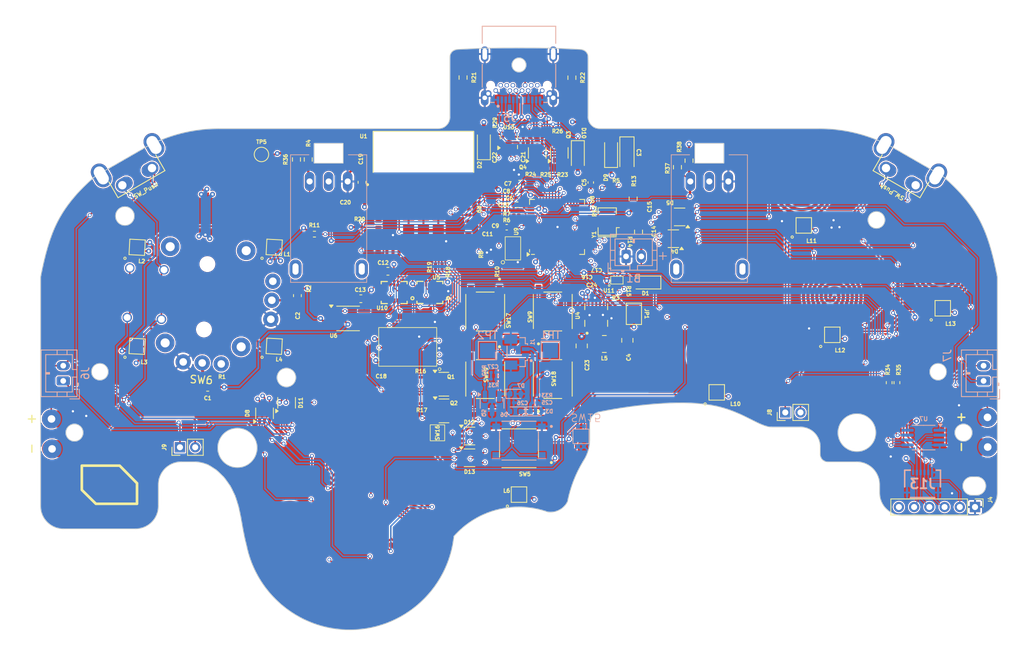
<source format=kicad_pcb>
(kicad_pcb (version 20240108) (generator "pcbnew") (generator_version "8.0")
  (layers (0 "F.Cu" signal) (1 "In1.Cu" signal) (2 "In2.Cu" signal) (31 "B.Cu" signal) (34 "B.Paste" user) (35 "F.Paste" user) (36 "B.SilkS" user "B.Silkscreen") (37 "F.SilkS" user "F.Silkscreen") (38 "B.Mask" user) (39 "F.Mask" user) (44 "Edge.Cuts" user))
  (net 0 "")
  (net 1 "GND")
  (net 2 "LX")
  (net 3 "LY")
  (net 4 "Net-(D4A-A)")
  (net 8 "RX")
  (net 17 "RY")
  (net 18 "+1V1")
  (net 19 "LRA+")
  (net 21 "BATTERY_POS")
  (net 24 "BAT_LVL")
  (net 28 "VBUS_SYS")
  (net 30 "USB_EN")
  (net 33 "BTN_PWR")
  (net 34 "Net-(D1-A)")
  (net 35 "D+")
  (net 36 "D-")
  (net 37 "SL_RGB")
  (net 38 "Net-(L1-DOUT)")
  (net 39 "LRA-")
  (net 40 "Net-(L2-DOUT)")
  (net 41 "Net-(L3-DOUT)")
  (net 42 "LRA_HI")
  (net 43 "Net-(Q1-B)")
  (net 44 "ESP_RTS")
  (net 45 "ESP_EN")
  (net 46 "Net-(Q2-B)")
  (net 47 "ESP_DTR")
  (net 48 "ESP_IO0")
  (net 50 "N_LATCH_3.3")
  (net 51 "N_LATCH")
  (net 53 "N_CLOCK_3.3")
  (net 54 "N_DATA_3.3")
  (net 55 "N_DATA")
  (net 56 "N_CLOCK")
  (net 57 "Net-(Q5-G)")
  (net 58 "RP_RUN")
  (net 59 "RP_USB+")
  (net 60 "Net-(U8-USB_DP)")
  (net 61 "RP_USB-")
  (net 62 "Net-(U8-USB_DM)")
  (net 63 "I2C_SCL")
  (net 64 "I2C_SDA")
  (net 65 "USB_BOOT")
  (net 66 "Net-(U9-{slash}CS)")
  (net 67 "RGB_OUT")
  (net 68 "Net-(R12-Pad1)")
  (net 69 "XTAL_OUT")
  (net 70 "ESP_IO15")
  (net 71 "ESP_CTS")
  (net 72 "ESP_IO13")
  (net 73 "SHARED_PU")
  (net 74 "USB_SEL")
  (net 75 "ESP_RX0")
  (net 76 "ESP_TX0")
  (net 77 "LADC_CS")
  (net 78 "SPI_TX")
  (net 79 "SPI_RX")
  (net 80 "SPI_CK")
  (net 81 "RADC_CS")
  (net 82 "XTAL_IN")
  (net 83 "/SWCLK")
  (net 84 "/SWD")
  (net 85 "IMU0_CS")
  (net 86 "ZL_ANALOG")
  (net 87 "ZR_ANALOG")
  (net 88 "SIO3")
  (net 89 "SCLK")
  (net 90 "SIO0")
  (net 91 "SIO2")
  (net 92 "SIO1")
  (net 97 "unconnected-(U11-{slash}INT-PadA1)")
  (net 98 "UART_USB+")
  (net 99 "UART_USB-")
  (net 100 "E")
  (net 101 "D")
  (net 102 "+5V_PRE")
  (net 103 "+3V3_PRE")
  (net 108 "IMU1_CS")
  (net 109 "Net-(D4B-A)")
  (net 110 "C")
  (net 111 "Net-(D4C-A)")
  (net 112 "VBUS")
  (net 113 "Net-(U4-L1)")
  (net 114 "Net-(U4-L2)")
  (net 115 "Net-(U4-EN)")
  (net 116 "CC1")
  (net 118 "CC2")
  (net 120 "Net-(D5B-A)")
  (net 121 "Net-(D5A-A)")
  (net 122 "PLAYER_RGB")
  (net 123 "ABXY_RGB")
  (net 124 "Net-(L10-DOUT)")
  (net 125 "Net-(L11-DOUT)")
  (net 126 "Net-(L12-DOUT)")
  (net 127 "NC")
  (net 128 "A")
  (net 129 "B")
  (net 130 "+3V3")
  (net 131 "F")
  (net 132 "RS_B_OUT")
  (net 133 "Net-(D5C-A)")
  (net 134 "Net-(D8C-A)")
  (net 135 "Net-(D8B-A)")
  (net 136 "Net-(D8A-A)")
  (net 137 "RS_B_IN")
  (net 138 "Net-(D11A-A)")
  (net 139 "Net-(D11C-A)")
  (net 140 "Net-(D12C-A)")
  (net 141 "Net-(D12A-A)")
  (net 142 "Net-(D12B-A)")
  (net 143 "Net-(D13C-A)")
  (net 144 "Net-(D13A-A)")
  (net 145 "Net-(D13B-A)")
  (net 146 "H")
  (net 147 "G")
  (net 148 "I")
  (net 149 "Net-(SW6-X_OUT)")
  (net 150 "Net-(SW6-Y_OUT)")
  (net 151 "LS_BTN_IN")
  (footprint "Resistor_SMD:R_0201_0603Metric" (layer "F.Cu") (at 219.0496 95.25 90)
    (property "Reference" "R30" (hide yes))
    (property "Value" "10k" (hide yes))
  )
  (footprint "Capacitor_SMD:C_0402_1005Metric" (layer "F.Cu") (at 230.4542 113.2078)
    (property "Reference" "C17")
    (property "Value" "10uF" (hide yes))
  )
  (footprint "Capacitor_SMD:C_0805_2012Metric" (layer "F.Cu") (at 232.7148 122.301 90)
    (property "Reference" "C4")
    (property "Value" "10uF")
  )
  (footprint "Resistor_SMD:R_0402_1005Metric" (layer "F.Cu") (at 268.1224 127.8636 90)
    (property "Reference" "R35")
    (property "Value" "0R")
  )
  (footprint "Resistor_SMD:R_0201_0603Metric" (layer "F.Cu") (at 178.1048 127.2032)
    (property "Reference" "R1")
    (property "Value" "1k" (hide yes))
  )
  (footprint "hhl:1TS026A-1000-0550" (layer "F.Cu") (at 207.7762 134.4486 90)
    (property "Reference" "SW16")
    (property "Value" "1TS026A-1000-0550" (hide yes))
  )
  (footprint "Resistor_SMD:R_0201_0603Metric" (layer "F.Cu") (at 213.3092 109.3724 90)
    (property "Reference" "R8")
    (property "Value" "1k" (hide yes))
  )
  (footprint "Resistor_SMD:R_0201_0603Metric" (layer "F.Cu") (at 230.5812 102.108 180)
    (property "Reference" "R5")
    (property "Value" "10k" (hide yes))
  )
  (footprint "Resistor_SMD:R_0603_1608Metric" (layer "F.Cu") (at 225.43 87.81 -90)
    (property "Reference" "R22")
    (property "Value" "5.1kohm")
  )
  (footprint "Resistor_SMD:R_0603_1608Metric" (layer "F.Cu") (at 240.8174 98.7044 90)
    (property "Reference" "R38")
    (property "Value" "75k" (hide yes))
  )
  (footprint "Connector_PinHeader_2.00mm:PinHeader_1x02_P2.00mm_Vertical" (layer "F.Cu") (at 253.4572 131.7752 90)
    (property "Reference" "J8")
    (property "Value" "Conn_01x02")
  )
  (footprint "Inductor_SMD:L_1008_2520Metric" (layer "F.Cu") (at 229.6922 122.7836 180)
    (property "Reference" "L5")
    (property "Value" "1.3A 2.2uH ±20% 80mΩ" (hide yes))
  )
  (footprint "Resistor_SMD:R_0201_0603Metric" (layer "F.Cu") (at 218.1339 106.5669)
    (property "Reference" "R6")
    (property "Value" "27" (hide yes))
  )
  (footprint "hhl:ring_pad" (layer "F.Cu") (at 244.457313 124.14254 180)
    (property "Reference" "SW2" (hide yes))
    (property "Value" "SW_Push" (hide yes))
  )
  (footprint "Capacitor_SMD:C_0201_0603Metric" (layer "F.Cu") (at 234.7976 105.0798 90)
    (property "Reference" "C15")
    (property "Value" "100n" (hide yes))
  )
  (footprint "Resistor_SMD:R_0201_0603Metric" (layer "F.Cu") (at 228.4984 107.1372 -90)
    (property "Reference" "R12")
    (property "Value" "1k" (hide yes))
  )
  (footprint "hhl:LGA14" (layer "F.Cu") (at 202.0896 116.0272)
    (property "Reference" "U10")
    (property "Value" "ST_LSM6" (hide yes))
  )
  (footprint "Capacitor_SMD:C_0201_0603Metric" (layer "F.Cu") (at 215.2784 96.7378 -90)
    (property "Reference" "C22")
    (property "Value" "100n" (hide yes))
  )
  (footprint "hhl:ring_pad" (layer "F.Cu") (at 259.633657 116.5844 180)
    (property "Reference" "SW1" (hide yes))
    (property "Value" "SW_Push" (hide yes))
  )
  (footprint "Capacitor_SMD:C_0603_1608Metric" (layer "F.Cu") (at 201.2696 113.2332)
    (property "Reference" "C12")
    (property "Value" "100nF" (hide yes))
  )
  (footprint "Package_DFN_QFN:Texas_UQFN-10_1.5x2mm_P0.5mm" (layer "F.Cu") (at 217.158 96.2806 90)
    (property "Reference" "U13")
    (property "Value" "PI3USB4000A" (hide yes))
  )
  (footprint "hhl:ring_dpad" (layer "F.Cu") (at 196.233657 154.3444 90)
    (property "Reference" "SW11" (hide yes))
    (property "Value" "SW_Push" (hide yes))
  )
  (footprint "Package_TO_SOT_SMD:SOT-23" (layer "F.Cu") (at 208.6125 128.0668)
    (property "Reference" "Q1")
    (property "Value" "MMBT3904" (hide yes))
  )
  (footprint "hhl:ring_pad" (layer "F.Cu") (at 274.146617 113.094002 180)
    (property "Reference" "SW3" (hide yes))
    (property "Value" "SW_Push" (hide yes))
  )
  (footprint "hhl:HHL_Logo" (layer "F.Cu") (at 164.01127 141.71014)
    (property "Reference" "REF**" (hide yes))
    (property "Value" "HHL_Logo" (hide yes))
  )
  (footprint "Capacitor_SMD:C_0201_0603Metric" (layer "F.Cu") (at 215.825 108.55 180)
    (property "Reference" "C11")
    (property "Value" "100n")
  )
  (footprint "Capacitor_Tantalum_SMD:CP_EIA-3216-18_Kemet-A" (layer "F.Cu") (at 232.664 97.8916 -90)
    (property "Reference" "C3")
    (property "Value" "47uF 6.3v" (hide yes))
  )
  (footprint "Resistor_SMD:R_0603_1608Metric" (layer "F.Cu") (at 211.14 87.79 -90)
    (property "Reference" "R21")
    (property "Value" "5.1kohm")
  )
  (footprint "Resistor_SMD:R_0201_0603Metric" (layer "F.Cu") (at 213.2584 103.8352 -90)
    (property "Reference" "R9")
    (property "Value" "1k" (hide yes))
  )
  (footprint "Resistor_SMD:R_0402_1005Metric" (layer "F.Cu") (at 267.1064 127.8636 -90)
    (property "Reference" "R34")
    (property "Value" "0R")
  )
  (footprint "Resistor_SMD:R_0201_0603Metric" (layer "F.Cu") (at 229.87487 116.613394 180)
    (property "Reference" "R3")
    (property "Value" "100")
  )
  (footprint "hhl:SK6805-EC-15" (layer "F.Cu") (at 168.333662 110.0844 -3)
    (property "Reference" "L2")
    (property "Value" "SK6805-EC-15" (hide yes))
  )
  (footprint "Resistor_SMD:R_0201_0603Metric" (layer "F.Cu") (at 205.8924 130.6068 180)
    (property "Reference" "R17")
    (property "Value" "10k" (hide yes))
  )
  (footprint "Resistor_SMD:R_0603_1608Metric" (layer "F.Cu") (at 239.2934 99.568 -90)
    (property "Reference" "R37")
    (property "Value" "75k" (hide yes))
  )
  (footprint "Resistor_SMD:R_0201_0603Metric" (layer "F.Cu") (at 205.8924 127.1524)
    (property "Reference" "R16")
    (property "Value" "10k" (hide yes))
  )
  (footprint "hhl:GL1807SYAE" (layer "F.Cu") (at 177.333662 116.5844 -3)
    (property "Reference" "SW6")
    (property "Value" "GL18_SW")
  )
  (footprint "hhl:ESSOP-10" (layer "F.Cu") (at 203.8672 123.1646 180)
    (property "Reference" "U12" (hide yes))
    (property "Value" "CH340K" (hide yes))
  )
  (footprint "Resistor_SMD:R_0201_0603Metric" (layer "F.Cu") (at 197.5612 107.442)
    (property "Reference" "R20")
    (property "Value" "10k" (hide yes))
  )
  (footprint "Capacitor_SMD:C_0402_1005Metric" (layer "F.Cu") (at 218.3384 102.6668 180)
    (property "Reference" "C8")
    (property "Value" "1u" (hide yes))
  )
  (footprint "Capacitor_SMD:C_0201_0603Metric" (layer "F.Cu") (at 219.0496 96.7232 -90)
    (property "Reference" "C21")
    (property "Value" "1u" (hide yes))
  )
  (footprint "hhl:SK6805-EC-15" (layer "F.Cu") (at 186.333662 110.0844 -3)
    (property "Reference" "L1")
    (property "Value" "SK6805-EC-15" (hide yes))
  )
  (footprint "hhl:ring_dpad" (layer "F.Cu") (at 204.083657 146.4944 180)
    (property "Reference" "SW13" (hide yes))
    (property "Value" "SW_Push" (hide yes))
  )
  (footprint "hhl:SK6805-EC-15" (layer "F.Cu") (at 259.633657 121.5844)
    (property "Reference" "L12")
    (property "Value" "SK6805-EC-15" (hide yes))
  )
  (footprint "Resistor_SMD:R_0201_0603Metric" (layer "F.Cu") (at 221.8436 99.7204 180)
    (property "Reference" "R25")
    (property "Value" "1k" (hide yes))
  )
  (footprint "hhl:DSBGA" (layer "F.Cu") (at 231.3432 114.4016 90)
    (property "Reference" "U11")
    (property "Value" "BQ25180" (hide yes))
  )
  (footprint "Capacitor_SMD:C_0402_1005Metric" (layer "F.Cu") (at 227.9142 101.5746 -90)
    (property "Reference" "C5")
    (property "Value" "100n" (hide yes))
  )
  (footprint "Resistor_SMD:R_0603_1608Metric" (layer "F.Cu") (at 189.2554 98.552 90)
    (property "Reference" "R36")
    (property "Value" "75k")
  )
  (footprint "Capacitor_SMD:C_0805_2012Metric" (layer "F.Cu") (at 226.7204 123.0376 -90)
    (property "Reference" "C23")
    (property "Value" "10uF")
  )
  (footprint "Resistor_SMD:R_0402_1005Metric" (layer "F.Cu") (at 191.6176 108.3564)
    (property "Reference" "R11")
    (property "Value" "330" (hide yes))
  )
  (footprint "Resistor_SMD:R_0603_1608Metric" (layer "F.Cu") (at 190.8048 98.552 -90)
    (property "Reference" "R4")
    (property "Value" "75k")
  )
  (footprint "Resistor_SMD:R_0201_0603Metric" (layer "F.Cu") (at 208.3816 112.5728 -90)
    (property "Reference" "R18")
    (property "Value" "0" (hide yes))
  )
  (footprint "Resistor_SMD:R_0201_0603Metric" (layer "F.Cu") (at 215.2784 95.2646 -90)
    (property "Reference" "R29")
    (property "Value" "10k" (hide yes))
  )
  (footprint "hhl:Z_Switch_Edge_Omron" (layer "F.Cu") (at 168.332214 100.8094 30)
    (property "Reference" "SW7" (hide yes))
    (property "Value" "SW_Push")
  )
  (footprint "hhl:Z_Switch_Edge_Omron" (layer "F.Cu") (at 268.6351 100.8094 -30)
    (property "Reference" "SW8" (hide yes))
    (property "Value" "SW_Push")
  )
  (footprint "hhl:TS-1187A-C-E-B" (layer "F.Cu") (at 214.046157 118.5164 -90)
    (property "Reference" "SW17")
    (property "Value" "SW_TS-1187A" (hide yes))
  )
  (footprint "Capacitor_SMD:C_0201_0603Metric" (layer "F.Cu") (at 218.4908 103.5812 180)
    (property "Reference" "C6")
    (property "Value" "100n" (hide yes))
  )
  (footprint "Resistor_SMD:R_0201_0603Metric" (layer "F.Cu") (at 207.518 112.588 90)
    (property "Reference" "R19")
    (property "Value" "0" (hide yes))
  )
  (footprint "Capacitor_SMD:C_0603_1608Metric" (layer "F.Cu") (at 197.7136 116.84)
    (property "Reference" "C13")
    (property "Value" "100nF" (hide yes))
  )
  (footprint "Resistor_SMD:R_0201_0603Metric" (layer "F.Cu") (at 224.1296 99.7204)
    (property "Reference" "R23")
    (property "Value" "1k" (hide yes))
  )
  (footprint "Resistor_SMD:R_0201_0603Metric" (layer "F.Cu") (at 221.5388 95.3008 -90)
    (property "Reference" "R28" (hide yes))
    (property "Value" "1k" (hide yes))
  )
  (footprint "Resistor_SMD:R_0201_0603Metric" (layer "F.Cu") (at 215.5952 111.7346 90)
    (property "Reference" "R10")
    (property "Value" "1k" (hide yes))
  )
  (footprint "Package_TO_SOT_SMD:SOT-363_SC-70-6" (layer "F.Cu") (at 211.9884 137.7309)
    (property "Reference" "D13")
    (property "Value" "BAS16VY,115" (hide yes))
  )
  (footprint "Package_DFN_QFN:QFN-56-1EP_7x7mm_P0.4mm_EP3.2x3.2mm" (layer "F.Cu") (at 223.4848 107.4081 90)
    (property "Reference" "U8")
    (property "Value" "RP2040" (hide yes))
  )
  (footprint "hhl:SK6805-EC-15" (layer "F.Cu") (at 274.146617 118.094002)
    (property "Reference" "L13")
    (property "Value" "SK6805-EC-15" (hide yes))
  )
  (footprint "Resistor_SMD:R_0201_0603Metric" (layer "F.Cu") (at 218.1339 105.8557)
    (property "Reference" "R7")
    (property "Value" "27" (hide yes))
  )
  (footprint "Resistor_SMD:R_0201_0603Metric" (layer "F.Cu") (at 223.3168 95.6564)
    (property "Reference" "R26")
    (property "Value" "1k" (hide yes))
  )
  (footprint "hhl:SK6805-EC-15" (layer "F.Cu") (at 186.333662 123.0844 -3)
    (property "Reference" "L4")
    (property "Value" "SK6805-EC-15" (hide yes))
  )
  (footprint "Connector_PinHeader_2.00mm:PinHeader_1x06_P2.00mm_Vertical" (layer "F.Cu") (at 278.3802 144.1958 -90)
    (property "Reference" "J4")
    (property "Value" "Conn_01x06_Pin" (hide yes))
  )
  (footprint "Resistor_SMD:R_0603_1608Metric" (layer "F.Cu") (at 234.188 108.0516 -90)
    (property "Reference" "R14")
    (property "Value" "75k" (hide yes))
  )
  (footprint "Diode_SMD:D_SOD-323_HandSoldering" (layer "F.Cu") (at 213.868 96.5708 90)
    (property "Reference" "D2")
    (property "Value" "CUS08F30" (hide yes))
  )
  (footprint "Package_TO_SOT_SMD:SOT-363_SC-70-6" (layer "F.Cu") (at 185.0644 131.892 90)
    (property "Reference" "D8")
    (property "Value" "BAS16VY,115" (hide yes))
  )
  (footprint "Jumper:SolderJumper-2_P1.3mm_Open_Pad1.0x1.5mm" (layer "F.Cu") (at 233.5784 118.8212 -90)
    (property "Reference" "JP1")
    (property "Value" "SolderJumper_2_Open")
  )
  (footprint "hhl:ring_dpad" (layer "F.Cu") (at 188.383657 146.4944)
    (property "Reference" "SW12" (hide yes))
    (property "Value" "SW_Push" (hide yes))
  )
  (footprint "Capacitor_SMD:C_0402_1005Metric" (layer "F.Cu") (at 218.2596 104.4956)
    (property "Reference" "C10")
    (property "Value" "100n" (hide yes))
  )
  (footprint "Connector_PinHeader_2.00mm:PinHeader_1x02_P2.00mm_Vertical" (layer "F.Cu") (at 173.9552 136.3472 90)
    (property "Reference" "J9")
    (property "Value" "Conn_01x02" (hide yes))
  )
  (footprint "Package_SO:MSOP-8_3x3mm_P0.65mm" (layer "F.Cu") (at 196.0372 119.4308)
    (property "Reference" "U6")
    (property "Value" "MCP3002" (hide yes))
  )
  (footprint "Capacitor_SMD:C_0201_0603Metric" (layer "F.Cu") (at 228.9556 114.1984 180)
    (property "Reference" "C16")
    (property "Value" "1u" (hide yes))
  )
  (footprint "Capacitor_SMD:C_0201_0603Metric" (layer "F.Cu") (at 200.6854 126.1618 180)
    (property "Reference" "C18")
    (property "Value" "100n" (hide yes))
  )
  (footprint "Resistor_SMD:R_0201_0603Metric" (layer "F.Cu") (at 220.3704 99.7204 180)
    (property "Reference" "R24")
    (property "Value" "1k" (hide yes))
  )
  (footprint "Package_TO_SOT_SMD:SOT-363_SC-70-6" (layer "F.Cu") (at 239.5778 106.0958 180)
    (property "Reference" "D5")
    (property "Value" "BAS16VY,115" (hide yes))
  )
  (footprint "hhl:TS-1187A-C-E-B" (layer "F.Cu") (at 218.483657 136.4788 180)
    (property "Reference" "SW5")
    (property "Value" "SW_TS-1187A")
  )
  (footprint "Resistor_SMD:R_0201_0603Metric" (layer "F.Cu") (at 188.1124 115.7732 90)
    (property "Reference" "R2")
    (property "Value" "1k" (hide yes))
  )
  (footprint "Crystal:Resonator_SMD_Murata_CSTxExxV-3Pin_3.0x1.1mm" (layer "F.Cu") (at 230.0732 106.7054 90)
    (property "Reference" "Y1")
    (property "Value" "Crystal_GND3")
  )
  (footprint "Package_TO_SOT_SMD:SOT-363_SC-70-6" (layer "F.Cu") (at 211.9884 134.871)
    (property "Reference" "D12")
    (property "Value" "BAS16VY,115" (hide yes))
  )
  (footprint "Capacitor_SMD:C_0603_1608Metric_Pad1.08x0.95mm_HandSolder" (layer "F.Cu") (at 177.5968 128.4732)
    (property "Reference" "C1")
    (property "Value" ".047u" (hide yes))
  )
  (footprint "hhl:TS-1187A-C-E-B" (layer "F.Cu") (at 222.921157 127.3914 90)
    (property "Reference" "SW18")
    (property "Value" "SW_TS-1187A")
  )
  (footprint "Capacitor_SMD:C_0402_1005Metric" (layer "F.Cu") (at 218.5416 101.6508 180)
    (property "Reference" "C7")
    (property "Value" "100n" (hide yes))
  )
  (footprint "hhl:ring_pad" (layer "F.Cu") (at 255.891532 102.212626 180)
    (property "Reference" "SW4" (hide yes))
    (property "Value" "SW_Push" (hide yes))
  )
  (footprint "hhl:SK6805-EC-15" (layer "F.Cu") (at 244.457313 129.14254)
    (property "Reference" "L10")
    (property "Value" "SK6805-EC-15" (hide yes))
  )
  (footprint "Capacitor_SMD:C_0603_1608Metric" (layer "F.Cu") (at 197.866 101.5492 90)
    (property "Reference" "C19")
    (property "Value" "10uF/10V (20%)" (hide yes))
  )
  (footprint "Resistor_SMD:R_0201_0603Metric" (layer "F.Cu") (at 219.8624 95.25 -90)
    (property "Reference" "R27" (hide yes))
    (property "Value" "1k" (hide yes))
  )
  (footprint "Capacitor_SMD:C_0201_0603Metric" (layer "F.Cu") (at 197.866 103.4796)
    (property "Reference" "C20")
    (property "Value" "100n" (hide yes))
  )
  (footprint "Diode_SMD:D_SOD-323_HandSoldering" (layer "F.Cu") (at 226.2124 98.0948 -90)
    (property "Reference" "D10")
    (property "Value" "CUS08F30" (hide yes))
  )
  (footprint "TestPoint:TestPoint_Pad_D1.5mm" (layer "F.Cu") (at 184.658 97.8916)
    (property "Reference" "TP5")
    (property "Value" "TestPoint")
  )
  (footprint "Capacitor_SMD:C_0603_1608Metric_Pad1.08x0.95mm_HandSolder" (layer "F.Cu") (at 189.3824 116.4336 90)
    (property "Reference" "C2")
    (property "Value" ".047u" (hide yes))
  )
  (footprint "hhl:TS-1187A-C-E-B" (layer "F.Cu") (at 214.046157 127.3914 -90)
    (property "Reference" "SW19")
    (property "Value" "SW_TS-1187A")
  )
  (footprint "Package_TO_SOT_SMD:SOT-363_SC-70-6" (layer "F.Cu") (at 187.96 130.5052 90)
    (property "Reference" "D11")
    (property "Value" "BAS16VY,115" (hide yes))
  )
  (footprint "hhl:ring_dpad" (layer "F.Cu") (at 196.233657 138.6444 -90)
    (property "Reference" "SW10" (hide yes))
    (property "Value" "SW_Push")
  )
  (footprint "Package_TO_SOT_SMD:SOT-23" (layer "F.Cu") (at 208.6356 131.572)
    (property "Reference" "Q2")
    (property "Value" "MMBT3904" (hide yes))
  )
  (footprint "hhl:MODULE_ESP32-PICO-MINI-02" (layer "F.Cu") (at 205.936 105.8548)
    (property "Reference" "U1")
    (property "Value" "ESP32-PICO-MINI-02" (hide yes))
  )
  (footprint "Capacitor_SMD:C_0201_0603Metric" (layer "F.Cu") (at 228.751576 115.848352)
    (property "Reference" "C24")
    (property "Value" "100n")
  )
  (footprint "Resistor_SMD:R_0603_1608Metric" (layer "F.Cu") (at 233.4768 103.7082 -90)
    (property "Reference" "R13")
    (property "Value" "75k" (hide yes))
  )
  (footprint "Capacitor_SMD:C_0201_0603Metric" (layer "F.Cu") (at 235.3564 108.458 -90)
    (property "Reference" "C14")
    (property "Value" "1u" (hide yes))
  )
  (footprint "hhl:SK6805-EC-15" (layer "F.Cu") (at 255.891532 107.212626)
    (property "Reference" "L11")
    (property "Value" "SK6805-EC-15" (hide yes))
  )
  (footprint "Capacitor_SMD:C_0402_1005Metric" (layer "F.Cu") (at 216.87 107.45)
    (property "Reference" "C9")
    (property "Value" "100n" (hide yes))
  )
  (footprint "Resistor_SMD:R_0201_0603Metric" (layer "F.Cu") (at 232.6132 114.2492 90)
    (property "Reference" "R15")
    (property "Value" "10k" (hide yes))
  )
  (footprint "hhl:LGA14" (layer "F.Cu") (at 206.7804 116.0138)
    (property "Reference" "U5")
    (property "Value" "ST_LSM6" (hide yes))
  )
  (footprint "hhl:VREG_V62_16624-01YE" (layer "F.Cu") (at 228.6254 118.9736 90)
    (property "Reference" "U4")
    (property "Value" "TPS630001RCR")
  )
  (footprint "hhl:rumble_pins" (layer "F.Cu") (at 279.5404 133.2022)
    (property "Reference" "J3" (hide yes))
    (property "Value" "RT" (hide yes))
  )
  (footprint "Package_TO_SOT_SMD:SOT-363_SC-70-6" (layer "F.Cu") (at 220.8784 97.6884 90)
    (property "Reference" "Q4")
    (property "Value" "BSS138DW" (hide yes))
  )
  (footprint "hhl:rumble_pins" (layer "F.Cu") (at 157.4546 133.4262)
    (property "Reference" "J2" (hide yes))
    (property "Value" "LT" (hide yes))
  )
  (footprint "hhl:TS-1187A-C-E-B" (layer "F.Cu") (at 222.921157 118.5164 90)
    (property "Reference" "SW9")
    (property "Value" "SW_TS-1187A")
  )
  (footprint "hhl:SK6805-EC-15" (layer "F.Cu") (at 168.333662 123.0844 -3)
    (property "Reference" "L3")
    (property "Value" "SK6805-EC-15" (hide yes))
  )
  (footprint "Diode_SMD:D_SOD-323_HandSoldering" (layer "F.Cu") (at 230.5812 97.5868 90)
    (property "Reference" "D9")
    (property "Value" "CUS08F30" (hide yes))
  )
  (footprint "Package_TO_SOT_SMD:SOT-363_SC-70-6" (layer "F.Cu") (at 223.774 97.6884 90)
    (property "Reference" "Q3")
    (property "Value" "BSS138DW" (hide yes))
  )
  (footprint "Package_TO_SOT_SMD:SOT-363_SC-70-6" (layer "F.Cu") (at 238.76 108.9556 180)
    (property "Reference" "D4")
    (property "Value" "BAS16VY,115" (hide yes))
  )
  (footprint "hhl:SK6805-EC-15" (layer "F.Cu") (at 218.483657 142.5636)
    (property "Reference" "L6")
    (property "Value" "SK6805-EC-15" (hide yes))
  )
  (footprint "Diode_SMD:D_SOD-323_HandSoldering" (layer "F.Cu") (at 235.1024 114.7064 180)
    (property "Reference" "D1")
    (property "Value" "CUS08F30" (hide yes))
  )
  (footprint "hhl:USON-8-EP(2x3)" (layer "F.Cu") (at 217.689993 110.224008 90)
    (property "Reference" "U9")
    (property "Value" "GD25Q80EEIGR" (hide yes))
  )
  (footprint "hhl:TS-1187A-C-E-B" (layer "B.Cu") (at 218.483657 135.4844 180)
    (property "Reference" "SW14" (hide yes))
    (property "Value" "SW_TS-1187A")
  )
  (footprint "Capacitor_SMD:C_0201_0603Metric" (layer "B.Cu") (at 217.4646 130.5029)
    (property "Reference" "C26")
    (property "Value" "1u")
  )
  (footprint "Resistor_SMD:R_0201_0603Metric" (layer "B.Cu") (at 220.5838 129.4892)
    (property "Reference" "R33")
    (property "Value" "0R" (hide yes))
  )
  (footprint "Capacitor_SMD:C_0201_0603Metric" (layer "B.Cu") (at 215.1278 126.5151)
    (property "Reference" "C27")
    (property "Value" "100nF" (hide yes))
  )
  (footprint "TestPoint:TestPoint_Pad_2.0x2.0mm" (layer "B.Cu") (at 222.6056 123.6218 180)
    (property "Reference" "TP1")
    (property "Value" "TestPoint")
  )
  (footprint "hhl:1TS026A-1000-0550" (layer "B.Cu") (at 226.6252 134.9206)
    (property "Reference" "SW15")
    (property "Value" "1TS026A-1000-0550")
  )
  (footprint "Package_TO_SOT_SMD:SOT-23" (layer "B.Cu") (at 214.95 130.5791 -90)
    (property "Reference" "Q5")
    (property "Value" "Q_NMOS_GSD" (hide yes))
  )
  (footprint "Diode_SMD:D_SOD-523" (layer "B.Cu") (at 220.6954 131.635)
    (property "Reference" "D3")
    (property "Value" "M7C" (hide yes))
  )
  (footprint "Connector_JST:JST_PH_B2B-PH-K_1x02_P2.00mm_Vertical" (layer "B.Cu") (at 279.5016 127.635 90)
    (property "Reference" "J7")
    (property "Value" "Trigger")
  )
  (footprint "hhl:5034800640" (layer "B.Cu") (at 271.490173 141.15658 180)
    (property "Reference" "J13")
    (property "Value" "503480-0640" (hide yes))
  )
  (footprint "hhl:GCC_Slider" (layer "B.Cu") (at 243.483657 101.4344 180)
    (property "Reference" "RV2" (hide yes))
    (property "Value" "Slider_GCC-Gamecube_MB" (hide yes))
  )
  (footprint "TestPoint:TestPoint_Pad_2.0x2.0mm" (layer "B.Cu") (at 214.3506 123.6472 180)
    (property "Reference" "TP2")
    (property "Value" "TestPoint")
  )
  (footprint "Diode_SMD:D_SOD-523" (layer "B.Cu") (at 218.0234 129.3345)
    (property "Reference" "D7")
    (property "Value" "M7C" (hide yes))
  )
  (footprint "Resistor_SMD:R_0201_0603Metric" (layer "B.Cu") (at 215.1278 127.4041 180)
    (property "Reference" "R31")
    (property "Value" "10k" (hide yes))
  )
  (footprint "hhl:JST_SM02B-SURS-TF_LF__SN_" (layer "B.Cu") (at 219.3626 123.8504 90)
    (property "Reference" "J1")
    (property "Value" "SM02B-SURS-TF_LF__SN_" (hide yes))
  )
  (footprint "Resistor_SMD:R_0201_0603Metric" (layer "B.Cu") (at 213.9848 127.7597 -90)
    (property "Reference" "R32")
    (property "Value" "100R" (hide yes))
  )
  (footprint "Capacitor_SMD:C_0201_0603Metric" (layer "B.Cu") (at 220.5278 130.492 180)
    (property "Reference" "C25")
    (property "Value" "1u")
  )
  (footprint "Connector_JST:JST_PH_B2B-PH-K_1x02_P2.00mm_Vertical" (layer "B.Cu") (at 232.547596 111.285471)
    (property "Reference" "B1")
    (property "Value" "Battery")
  )
  (footprint "Connector_JST:JST_PH_B2B-PH-K_1x02_P2.00mm_Vertical" (layer "B.Cu") (at 158.623 127.635 90)
    (property "Reference" "J6")
    (property "Value" "Trigger")
  )
  (footprint "Diode_SMD:D_SOD-523" (layer "B.Cu") (at 218.0132 131.6482 180)
    (property "Reference" "D6")
    (property "Value" "M7C" (hide yes))
  )
  (footprint "hhl:CUI_UJ31-CH-G1-SMT-TR" (layer "B.Cu") (at 215.733635 90.7094)
    (property "Reference" "J5")
    (property "Value" "UJ31-CH-G1-SMT-TR" (hide yes))
    (fp_line (start -2.05 -0.055) (end -2.05 -0.805) (stroke (width 0.01)) (layer "Edge.Cuts"))
    (fp_line (start -1.75 -1.055) (end -1.3 -1.055) (stroke (width 0.01)) (layer "Edge.Cuts"))
    (fp_line (start -1.45 -0.555) (end -1.45 -0.055) (stroke (width 0.01)) (layer "Edge.Cuts"))
    (fp_line (start -1.3 -0.555) (end -1.45 -0.555) (stroke (width 0.01)) (layer "Edge.Cuts"))
    (fp_line (start 6.8 -1.055) (end 7.25 -1.055) (stroke (width 0.01)) (layer "Edge.Cuts"))
    (fp_line (start 6.95 -0.555) (end 6.8 -0.555) (stroke (width 0.01)) (layer "Edge.Cuts"))
    (fp_line (start 6.95 -0.055) (end 6.95 -0.555) (stroke (width 0.01)) (layer "Edge.Cuts"))
    (fp_line (start 7.55 -0.805) (end 7.55 -0.055) (stroke (width 0.01)) (layer "Edge.Cuts"))
    (fp_arc (start -2.05 -0.805) (mid -1.951777 -0.992132) (end -1.75 -1.055) (stroke (width 0.01)) (layer "Edge.Cuts"))
    (fp_arc (start -1.45 -0.055) (mid -1.75 0.245) (end -2.05 -0.055) (stroke (width 0.01)) (layer "Edge.Cuts"))
    (fp_arc (start -1.3 -1.055) (mid -1.05 -0.805) (end -1.3 -0.555) (stroke (width 0.01)) (layer "Edge.Cuts"))
    (fp_arc (start 6.8 -0.555) (mid 6.55 -0.805) (end 6.8 -1.055) (stroke (width 0.01)) (layer "Edge.Cuts"))
    (fp_arc (start 7.25 -1.055) (mid 7.451777 -0.992132) (end 7.55 -0.805) (stroke (width 0.01)) (layer "Edge.Cuts"))
    (fp_arc (start 7.55 -0.055) (mid 7.25 0.245) (end 6.95 -0.055) (stroke (width 0.01)) (layer "Edge.Cuts"))
  )
  (footprint "Package_SO:MSOP-8_3x3mm_P0.65mm" (layer "B.Cu") (at 271.6276 135.0772 180)
    (property "Reference" "U7")
    (property "Value" "MCP3002" (hide yes))
  )
  (footprint "hhl:GCC_Slider" (layer "B.Cu") (at 193.483657 101.4344 180)
    (property "Reference" "RV1" (hide yes))
    (property "Value" "Slider_GCC-Gamecube_MB" (hide yes))
  )
  (gr_curve (pts (xy 210.98524 84.058545) (xy 210.766829 84.070956) (xy 210.550668 84.084038) (xy 210.336346 84.09788)) (stroke (width 0.1)) (layer "Edge.Cuts"))
  (gr_curve (pts (xy 228.450425 131.941646) (xy 228.287869 132.049934) (xy 228.148018 132.188938) (xy 228.038744 132.350833)) (stroke (width 0.1)) (layer "Edge.Cuts"))
  (gr_arc (start 281.321867 142.31648) (mid 280.443187 144.4378) (end 278.321867 145.31648) (stroke (width 0.1)) (layer "Edge.Cuts"))
  (gr_arc (start 268.84115 145.31648) (mid 266.719829 144.437801) (end 265.84115 142.31648) (stroke (width 0.1)) (layer "Edge.Cuts"))
  (gr_arc (start 224.868706 143.478091) (mid 223.783102 144.589427) (end 222.251397 144.849207) (stroke (width 0.1)) (layer "Edge.Cuts"))
  (gr_curve (pts (xy 209.475667 84.71615) (xy 209.525103 84.595685) (xy 209.597596 84.486027) (xy 209.689065 84.393349)) (stroke (width 0.1)) (layer "Edge.Cuts"))
  (gr_curve (pts (xy 209.985538 84.186097) (xy 210.096137 84.135611) (xy 210.215021 84.105716) (xy 210.336346 84.09788)) (stroke (width 0.1)) (layer "Edge.Cuts"))
  (gr_circle (center 218.483657 86.139125) (end 217.558657 86.139125) (stroke (width 0.1)) (fill none) (layer "Edge.Cuts"))
  (gr_curve (pts (xy 218.483657 83.889125) (xy 219.717579 83.889125) (xy 220.962698 83.896331) (xy 222.195368 83.920253)) (stroke (width 0.1)) (layer "Edge.Cuts"))
  (gr_line (start 227.566517 92.997189) (end 227.566517 85.095801) (stroke (width 0.1)) (layer "Edge.Cuts"))
  (gr_line (start 257.94167 94.497189) (end 229.066517 94.497189) (stroke (width 0.1)) (layer "Edge.Cuts"))
  (gr_curve (pts (xy 277.698333 104.472377) (xy 278.579232 105.662138) (xy 279.11995 106.707329) (xy 279.504817 107.586835)) (stroke (width 0.1)) (layer "Edge.Cuts"))
  (gr_curve (pts (xy 228.038744 132.350833) (xy 227.955551 132.474088) (xy 227.891147 132.609031) (xy 227.847648 132.751231)) (stroke (width 0.1)) (layer "Edge.Cuts"))
  (gr_curve (pts (xy 181.179744 142.700619) (xy 180.817555 141.913749) (xy 180.682721 141.658293) (xy 180.53702 141.408821)) (stroke (width 0.1)) (layer "Edge.Cuts"))
  (gr_curve (pts (xy 177.575211 138.627852) (xy 176.905597 138.385261) (xy 176.683248 138.328324) (xy 176.027148 138.270923)) (stroke (width 0.1)) (layer "Edge.Cuts"))
  (gr_curve (pts (xy 182.699386 149.27362) (xy 182.72687 149.408449) (xy 182.757148 149.546503) (xy 182.790585 149.687817)) (stroke (width 0.1)) (layer "Edge.Cuts"))
  (gr_line (start 158.645447 147.06648) (end 168.126164 147.06648) (stroke (width 0.1)) (layer "Edge.Cuts"))
  (gr_arc (start 277.983657 142.63763) (mid 276.780427 141.4344) (end 277.983657 140.23117) (stroke (width 0.1)) (layer "Edge.Cuts"))
  (gr_curve (pts (xy 226.904305 138.215947) (xy 226.941754 138.154398) (xy 226.979619 138.093104) (xy 227.017898 138.03207)) (stroke (width 0.1)) (layer "Edge.Cuts"))
  (gr_curve (pts (xy 218.746843 144.205999) (xy 218.660073 144.20398) (xy 218.573326 144.20296) (xy 218.48662 144.202937)) (stroke (width 0.1)) (layer "Edge.Cuts"))
  (gr_line (start 277.983657 140.23117) (end 278.583657 140.23117) (stroke (width 0.1)) (layer "Edge.Cuts"))
  (gr_line (start 274.119567 100.731685) (end 267.916864 97.162383) (stroke (width 0.1)) (layer "Edge.Cuts"))
  (gr_line (start 207.900797 94.497189) (end 179.025644 94.497189) (stroke (width 0.1)) (layer "Edge.Cuts"))
  (gr_curve (pts (xy 183.592474 152.072652) (xy 183.753899 152.438227) (xy 183.93105 152.796559) (xy 184.123479 153.146811)) (stroke (width 0.1)) (layer "Edge.Cuts"))
  (gr_arc (start 209.400797 92.997189) (mid 208.961458 94.05785) (end 207.900797 94.497189) (stroke (width 0.1)) (layer "Edge.Cuts"))
  (gr_line (start 191.583657 99.0344) (end 191.583657 96.4344) (stroke (width 0.1)) (layer "Edge.Cuts"))
  (gr_line (start 251.641099 133.700615) (end 255.464183 133.700615) (stroke (width 0.1)) (layer "Edge.Cuts"))
  (gr_curve (pts (xy 214.350983 144.966617) (xy 213.046308 145.472242) (xy 211.84653 146.215857) (xy 210.812979 147.159782)) (stroke (width 0.1)) (layer "Edge.Cuts"))
  (gr_line (start 278.583657 142.63763) (end 277.983657 142.63763) (stroke (width 0.1)) (layer "Edge.Cuts"))
  (gr_curve (pts (xy 182.19411 146.945036) (xy 182.039961 146.076155) (xy 181.988599 145.787386) (xy 181.935863 145.499471)) (stroke (width 0.1)) (layer "Edge.Cuts"))
  (gr_arc (start 257.94167 94.497189) (mid 263.104222 95.174972) (end 267.916864 97.162383) (stroke (width 0.1)) (layer "Edge.Cuts"))
  (gr_curve (pts (xy 218.48662 144.202937) (xy 217.072892 144.19661) (xy 215.67029 144.455321) (xy 214.350983 144.966617)) (stroke (width 0.1)) (layer "Edge.Cuts"))
  (gr_curve (pts (xy 237.399724 130.596286) (xy 239.856103 130.452836) (xy 242.3811 130.487536) (xy 244.585609 130.996282)) (stroke (width 0.1)) (layer "Edge.Cuts"))
  (gr_curve (pts (xy 195.095996 160.287545) (xy 196.868072 160.43652) (xy 198.651799 160.240972) (xy 200.349124 159.711751)) (stroke (width 0.1)) (layer "Edge.Cuts"))
  (gr_curve (pts (xy 210.812979 147.159782) (xy 210.612051 147.343286) (xy 210.418107 147.533721) (xy 210.231462 147.730657)) (stroke (width 0.1)) (layer "Edge.Cuts"))
  (gr_curve (pts (xy 227.782036 135.375479) (xy 227.782036 135.843037) (xy 227.716453 136.308292) (xy 227.587206 136.757631)) (stroke (width 0.1)) (layer "Edge.Cuts"))
  (gr_line (start 171.126164 144.06648) (end 171.126164 141.270923) (stroke (width 0.1)) (layer "Edge.Cuts"))
  (gr_curve (pts (xy 222.195368 83.920253) (xy 223.460546 83.944805) (xy 224.724913 83.987106) (xy 225.982074 84.058545)) (stroke (width 0.1)) (layer "Edge.Cuts"))
  (gr_curve (pts (xy 228.986631 131.71939) (xy 231.661586 131.182071) (xy 234.493589 130.766002) (xy 237.399724 130.596286)) (stroke (width 0.1)) (layer "Edge.Cuts"))
  (gr_arc (start 169.05045 97.162383) (mid 173.863092 95.17497) (end 179.025644 94.497189) (stroke (width 0.1)) (layer "Edge.Cuts"))
  (gr_arc (start 259.039183 138.270923) (mid 258.332077 137.978029) (end 258.039183 137.270923) (stroke (width 0.1)) (layer "Edge.Cuts"))
  (gr_circle (center 181.503131 136.425615) (end 178.928131 136.425615) (stroke (width 0.1)) (fill none) (layer "Edge.Cuts"))
  (gr_line (start 174.126164 138.270923) (end 176.027148 138.270923) (stroke (width 0.1)) (layer "Edge.Cuts"))
  (gr_curve (pts (xy 180.53702 141.408821) (xy 180.048417 140.697589) (xy 179.872384 140.471314) (xy 179.687188 140.254247)) (stroke (width 0.1)) (layer "Edge.Cuts"))
  (gr_curve (pts (xy 222.251397 144.849207) (xy 221.12603 144.451387) (xy 219.943303 144.233847) (xy 218.746843 144.205999)) (stroke (width 0.1)) (layer "Edge.Cuts"))
  (gr_curve (pts (xy 224.868706 143.478091) (xy 225.234749 141.623158) (xy 225.921444 139.831345) (xy 226.904305 138.215947)) (stroke (width 0.1)) (layer "Edge.Cuts"))
  (gr_arc (start 171.126164 141.270923) (mid 172.004836 139.14959) (end 174.126164 138.270923) (stroke (width 0.1)) (layer "Edge.Cuts"))
  (gr_curve (pts (xy 225.982074 84.058545) (xy 226.200485 84.070956) (xy 226.416646 84.084038) (xy 226.630968 84.09788)) (stroke (width 0.1)) (layer "Edge.Cuts"))
  (gr_line (start 155.645447 113.9708) (end 155.645447 144.06648) (stroke (width 0.1)) (layer "Edge.Cuts"))
  (gr_curve (pts (xy 248.977801 132.718489) (xy 250.092166 133.286956) (xy 250.976537 133.700615) (xy 251.641099 133.700615)) (stroke (width 0.1)) (layer "Edge.Cuts"))
  (gr_curve (pts (xy 155.645447 113.9708) (xy 156.236131 111.000497) (xy 156.854323 108.698265) (xy 157.898092 106.668915)) (stroke (width 0.1)) (layer "Edge.Cuts"))
  (gr_curve (pts (xy 209.900259 148.421163) (xy 209.918425 148.288315) (xy 209.936591 148.155467) (xy 209.954757 148.022619)) (stroke (width 0.1)) (layer "Edge.Cuts"))
  (gr_curve (pts (xy 228.986631 131.71939) (xy 228.795134 131.757856) (xy 228.612981 131.833358) (xy 228.450425 131.941646)) (stroke (width 0.1)) (layer "Edge.Cuts"))
  (gr_circle (center 163.433657 126.4344) (end 164.51966 126.4344) (stroke (width 0.1)) (fill none) (layer "Edge.Cuts"))
  (gr_curve (pts (xy 178.675042 139.303544) (xy 178.02049 138.864176) (xy 177.79859 138.737898) (xy 177.575211 138.627852)) (stroke (width 0.1)) (layer "Edge.Cuts"))
  (gr_curve (pts (xy 227.587206 136.757631) (xy 227.457958 137.20697) (xy 227.26632 137.635967) (xy 227.017898 138.03207)) (stroke (width 0.1)) (layer "Edge.Cuts"))
  (gr_curve (pts (xy 205.10027 157.115775) (xy 206.490202 155.950178) (xy 207.636444 154.521537) (xy 208.473166 152.912172)) (stroke (width 0.1)) (layer "Edge.Cuts"))
  (gr_curve (pts (xy 274.119567 100.731685) (xy 275.430062 101.83371) (xy 276.678153 103.094503) (xy 277.698333 104.472377)) (stroke (width 0.1)) (layer "Edge.Cuts"))
  (gr_curve (pts (xy 190.208787 158.941441) (xy 191.74073 159.688024) (xy 193.397298 160.144739) (xy 195.095996 160.287545)) (stroke (width 0.1)) (layer "Edge.Cuts"))
  (gr_circle (center 166.727061 105.977799) (end 165.502061 105.977799) (stroke (width 0.1)) (fill none) (layer "Edge.Cuts"))
  (gr_curve (pts (xy 182.483002 148.399454) (xy 182.302363 147.526301) (xy 182.246908 147.235523) (xy 182.19411 146.945036)) (stroke (width 0.1)) (layer "Edge.Cuts"))
  (gr_curve (pts (xy 244.585609 130.996282) (xy 246.299988 131.391919) (xy 247.780575 132.107753) (xy 248.977801 132.718489)) (stroke (width 0.1)) (layer "Edge.Cuts"))
  (gr_curve (pts (xy 182.790585 149.687817) (xy 182.983566 150.5034) (xy 183.251936 151.301445) (xy 183.592474 152.072652)) (stroke (width 0.1)) (layer "Edge.Cuts"))
  (gr_line (start 241.583657 99.0344) (end 241.583657 96.4344) (stroke (width 0.1)) (layer "Edge.Cuts"))
  (gr_curve (pts (xy 208.591238 152.679727) (xy 209.244499 151.362974) (xy 209.68295 149.950214) (xy 209.889966 148.494945)) (stroke (width 0.1)) (layer "Edge.Cuts"))
  (gr_line (start 258.039183 136.275615) (end 258.039183 137.270923) (stroke (width 0.1)) (layer "Edge.Cuts"))
  (gr_circle (center 276.865726 134.42726) (end 275.740726 134.42726) (stroke (width 0.1)) (fill none) (layer "Edge.Cuts"))
  (gr_line (start 265.84115 141.270923) (end 265.84115 142.31648) (stroke (width 0.1)) (layer "Edge.Cuts"))
  (gr_line (start 259.039183 138.270923) (end 262.84115 138.270923) (stroke (width 0.1)) (layer "Edge.Cuts"))
  (gr_line (start 268.84115 145.31648) (end 278.321867 145.31648) (stroke (width 0.1)) (layer "Edge.Cuts"))
  (gr_curve (pts (xy 184.123478 153.146811) (xy 184.712154 154.216168) (xy 185.442441 155.2103) (xy 186.302644 156.101791)) (stroke (width 0.1)) (layer "Edge.Cuts"))
  (gr_circle (center 160.101588 134.42726) (end 158.976588 134.42726) (stroke (width 0.1)) (fill none) (layer "Edge.Cuts"))
  (gr_curve (pts (xy 181.625738 144.076594) (xy 181.377092 143.244127) (xy 181.283132 142.970593) (xy 181.179744 142.700619)) (stroke (width 0.1)) (layer "Edge.Cuts"))
  (gr_circle (center 187.940264 127.191002) (end 186.715264 127.191002) (stroke (width 0.1)) (fill none) (layer "Edge.Cuts"))
  (gr_line (start 209.400797 85.095801) (end 209.400797 92.997189) (stroke (width 0.1)) (layer "Edge.Cuts"))
  (gr_curve (pts (xy 210.231462 147.730657) (xy 210.139227 147.827977) (xy 210.046992 147.925298) (xy 209.954757 148.022619)) (stroke (width 0.1)) (layer "Edge.Cuts"))
  (gr_curve (pts (xy 279.504817 107.586835) (xy 280.254389 109.299775) (xy 280.776596 111.228863) (xy 281.321867 113.9708)) (stroke (width 0.1)) (layer "Edge.Cuts"))
  (gr_line (start 245.383657 96.4344) (end 245.383657 99.0344) (stroke (width 0.1)) (layer "Edge.Cuts"))
  (gr_line (start 281.321867 142.31648) (end 281.321867 113.9708) (stroke (width 0.1)) (layer "Edge.Cuts"))
  (gr_arc (start 229.066517 94.497189) (mid 228.005857 94.057849) (end 227.566517 92.997189) (stroke (width 0.1)) (layer "Edge.Cuts"))
  (gr_arc (start 255.464183 133.700615) (mid 257.284983 134.454815) (end 258.039183 136.275615) (stroke (width 0.1)) (layer "Edge.Cuts"))
  (gr_curve (pts (xy 209.400797 85.095801) (xy 209.400797 84.965586) (xy 209.42623 84.836616) (xy 209.475667 84.71615)) (stroke (width 0.1)) (layer "Edge.Cuts"))
  (gr_curve (pts (xy 157.898092 106.668915) (xy 158.492429 105.513375) (xy 159.831153 103.268407) (xy 162.847747 100.731685)) (stroke (width 0.1)) (layer "Edge.Cuts"))
  (gr_line (start 169.05045 97.162383) (end 162.847747 100.731685) (stroke (width 0.1)) (layer "Edge.Cuts"))
  (gr_line (start 195.383657 96.4344) (end 195.383657 99.0344) (stroke (width 0.1)) (layer "Edge.Cuts"))
  (gr_curve (pts (xy 227.501093 84.740036) (xy 227.544346 84.853659) (xy 227.566517 84.974223) (xy 227.566517 85.095801)) (stroke (width 0.1)) (layer "Edge.Cuts"))
  (gr_arc (start 171.126164 144.06648) (mid 170.247492 146.187816) (end 168.126164 147.06648) (stroke (width 0.1)) (layer "Edge.Cuts"))
  (gr_line (start 195.383657 99.0344) (end 191.583657 99.0344) (stroke (width 0.1)) (layer "Edge.Cuts"))
  (gr_curve (pts (xy 182.699386 149.27362) (xy 182.622204 148.982147) (xy 182.550076 148.690759) (xy 182.483002 148.399454)) (stroke (width 0.1)) (layer "Edge.Cuts"))
  (gr_line (start 227.782036 135.375479) (end 227.782036 133.190014) (stroke (width 0.1)) (layer "Edge.Cuts"))
  (gr_line (start 241.583657 96.4344) (end 245.383657 96.4344) (stroke (width 0.1)) (layer "Edge.Cuts"))
  (gr_curve (pts (xy 227.31338 84.430823) (xy 227.394227 84.521624) (xy 227.45784 84.626413) (xy 227.501093 84.740036)) (stroke (width 0.1)) (layer "Edge.Cuts"))
  (gr_line (start 245.383657 99.0344) (end 241.583657 99.0344) (stroke (width 0.1)) (layer "Edge.Cuts"))
  (gr_curve (pts (xy 227.005004 84.197063) (xy 227.122033 84.25416) (xy 227.22679 84.33357) (xy 227.31338 84.430823)) (stroke (width 0.1)) (layer "Edge.Cuts"))
  (gr_arc (start 158.645447 147.06648) (mid 156.52414 146.187796) (end 155.645447 144.06648) (stroke (width 0.1)) (layer "Edge.Cuts"))
  (gr_curve (pts (xy 209.889966 148.494945) (xy 209.893464 148.470358) (xy 209.896895 148.445764) (xy 209.900259 148.421163)) (stroke (width 0.1)) (layer "Edge.Cuts"))
  (gr_curve (pts (xy 218.483657 83.889125) (xy 217.249735 83.889125) (xy 216.004616 83.896331) (xy 214.771946 83.920253)) (stroke (width 0.1)) (layer "Edge.Cuts"))
  (gr_circle (center 262.865726 134.42726) (end 260.390726 134.42726) (stroke (width 0.1)) (fill none) (layer "Edge.Cuts"))
  (gr_circle (center 265.433657 106.4944) (end 264.333657 106.4944) (stroke (width 0.1)) (fill none) (layer "Edge.Cuts"))
  (gr_curve (pts (xy 181.935863 145.499471) (xy 181.760241 144.642176) (xy 181.695894 144.358436) (xy 181.625738 144.076594)) (stroke (width 0.1)) (layer "Edge.Cuts"))
  (gr_curve (pts (xy 186.302644 156.101791) (xy 187.428768 157.268876) (xy 188.750521 158.230764) (xy 190.208787 158.941441)) (stroke (width 0.1)) (layer "Edge.Cuts"))
  (gr_curve (pts (xy 214.771946 83.920253) (xy 213.506768 83.944805) (xy 212.242401 83.987106) (xy 210.98524 84.058545)) (stroke (width 0.1)) (layer "Edge.Cuts"))
  (gr_curve (pts (xy 200.349124 159.711751) (xy 202.089097 159.169233) (xy 203.703972 158.286711) (xy 205.10027 157.115775)) (stroke (width 0.1)) (layer "Edge.Cuts"))
  (gr_curve (pts (xy 179.687188 140.254247) (xy 179.094008 139.657534) (xy 178.887271 139.474125) (xy 178.675042 139.303544)) (stroke (width 0.1)) (layer "Edge.Cuts"))
  (gr_line (start 191.583657 96.4344) (end 195.383657 96.4344) (stroke (width 0.1)) (layer "Edge.Cuts"))
  (gr_curve (pts (xy 208.473166 152.912172) (xy 208.51327 152.835036) (xy 208.552628 152.757551) (xy 208.591238 152.679727)) (stroke (width 0.1)) (layer "Edge.Cuts"))
  (gr_curve (pts (xy 209.689065 84.393349) (xy 209.774468 84.306818) (xy 209.874938 84.236584) (xy 209.985538 84.186097)) (stroke (width 0.1)) (layer "Edge.Cuts"))
  (gr_curve (pts (xy 226.630968 84.09788) (xy 226.760912 84.106272) (xy 226.887975 84.139965) (xy 227.005004 84.197063)) (stroke (width 0.1)) (layer "Edge.Cuts"))
  (gr_arc (start 278.583657 140.23117) (mid 279.786887 141.4344) (end 278.583657 142.63763) (stroke (width 0.1)) (layer "Edge.Cuts"))
  (gr_arc (start 262.84115 138.270923) (mid 264.962471 139.149602) (end 265.84115 141.270923) (stroke (width 0.1)) (layer "Edge.Cuts"))
  (gr_circle (center 273.533657 126.4344) (end 274.61966 126.4344) (stroke (width 0.1)) (fill none) (layer "Edge.Cuts"))
  (gr_curve (pts (xy 227.847648 132.751231) (xy 227.804149 132.89343) (xy 227.782036 133.041311) (xy 227.782036 133.190014)) (stroke (width 0.1)) (layer "Edge.Cuts"))
  (gr_text "+" (at 238.2266 111.8616 0) (layer "B.SilkS") (effects (font (size 1.25 1.25) (thickness 0.12) (bold yes)) (justify left bottom mirror)))
  (segment (start 205.371744 122.643944) (end 205.371744 121.819656) (width 0.15) (layer "F.Cu") (net 1))
  (segment (start 273.4564 117.3734) (end 273.304 117.221) (width 0.2) (layer "F.Cu") (net 1))
  (segment (start 218.058 96.2806) (end 218.3022 96.2806) (width 0.2) (layer "F.Cu") (net 1))
  (segment (start 259.0038 120.7008) (end 258.5212 120.7008) (width 0.2) (layer "F.Cu") (net 1))
  (segment (start 217.8584 103.2688) (end 217.8584 102.6668) (width 0.15) (layer "F.Cu") (net 1))
  (segment (start 230.446757 118.727158) (end 228.871842 118.727158) (width 0.2) (layer "F.Cu") (net 1))
  (segment (start 217.7796 104.4956) (end 217.7796 103.9724) (width 0.15) (layer "F.Cu") (net 1))
  (segment (start 228.1254 117.5736) (end 228.1254 118.4736) (width 0.2) (layer "F.Cu") (net 1))
  (segment (start 243.655693 128.263493) (end 243.379418 128.263493) (width 0.2) (layer "F.Cu") (net 1))
  (segment (start 200.4946 113.2332) (end 200.5076 113.2332) (width 0.15) (layer "F.Cu") (net 1))
  (segment (start 203.986 103.9048) (end 203.536 103.4548) (width 0.15) (layer "F.Cu") (net 1))
  (segment (start 255.416532 106.737626) (end 255.416532 106.597932) (width 0.2) (layer "F.Cu") (net 1))
  (segment (start 232.6132 113.9292) (end 232.2156 113.9292) (width 0.2) (layer "F.Cu") (net 1))
  (segment (start 255.1493 106.3307) (end 254.820869 106.3307) (width 0.2) (layer "F.Cu") (net 1))
  (segment (start 218.44 96.4184) (end 218.44 96.8502) (width 0.2) (layer "F.Cu") (net 1))
  (segment (start 230.449821 119.223221) (end 230.632 119.4054) (width 0.2) (layer "F.Cu") (net 1))
  (segment (start 228.1254 117.044941) (end 228.449022 116.721319) (width 0.2) (layer "F.Cu") (net 1))
  (segment (start 206.645 115.7638) (end 207.1784 115.7638) (width 0.15) (layer "F.Cu") (net 1))
  (segment (start 243.982313 128.590113) (end 243.655693 128.263493) (width 0.2) (layer "F.Cu") (net 1))
  (segment (start 208.1784 115.7638) (end 207.1784 115.7638) (width 0.15) (layer "F.Cu") (net 1))
  (segment (start 217.8584 102.6668) (end 217.8584 101.854) (width 0.15) (layer "F.Cu") (net 1))
  (segment (start 200.5076 113.2332) (end 201.5896 114.3152) (width 0.15) (layer "F.Cu") (net 1))
  (segment (start 202.4674 115.7772) (end 202.0896 115.3994) (width 0.15) (layer "F.Cu") (net 1))
  (segment (start 218.1708 103.5812) (end 217.8584 103.2688) (width 0.15) (layer "F.Cu") (net 1))
  (segment (start 218.328641 112.035674) (end 218.392067 111.972248) (width 0.15) (layer "F.Cu") (net 1))
  (segment (start 219.0496 94.3596) (end 219.0496 94.93) (width 0.2) (layer "F.Cu") (net 1))
  (segment (start 217.8584 101.854) (end 218.0616 101.6508) (width 0.15) (layer "F.Cu") (net 1))
  (segment (start 255.416532 106.597932) (end 255.1493 106.3307) (width 0.2) (layer "F.Cu") (net 1))
  (segment (start 229.922996 119.223221) (end 230.449821 119.223221) (width 0.2) (layer "F.Cu") (net 1))
  (segment (start 218.633 97.0432) (end 219.0496 97.0432) (width 0.2) (layer "F.Cu") (net 1))
  (segment (start 207.1784 115.7638) (end 206.7804 115.3658) (width 0.15) (layer "F.Cu") (net 1))
  (segment (start 273.671617 117.619002) (end 273.671617 117.588617) (width 0.2) (layer "F.Cu") (net 1))
  (segment (start 228.1254 117.5736) (end 228.1254 117.044941) (width 0.2) (layer "F.Cu") (net 1))
  (segment (start 215.2784 94.1884) (end 215.2784 94.9446) (width 0.15) (layer "F.Cu") (net 1))
  (segment (start 206.7804 115.3658) (end 206.7804 114.8658) (width 0.15) (layer "F.Cu") (net 1))
  (segment (start 201.5896 114.3152) (end 201.5896 114.8792) (width 0.15) (layer "F.Cu") (net 1))
  (segment (start 218.3022 96.2806) (end 218.44 96.4184) (width 0.2) (layer "F.Cu") (net 1))
  (segment (start 259.158657 121.1094) (end 259.158657 120.855657) (width 0.2) (layer "F.Cu") (net 1))
  (segment (start 259.158657 120.855657) (end 259.08 120.777) (width 0.2) (layer "F.Cu") (net 1))
  (segment (start 232.2156 113.9292) (end 231.9432 114.2016) (width 0.2) (layer "F.Cu") (net 1))
  (segment (start 228.1254 118.4736) (end 228.6254 118.9736) (width 0.2) (layer "F.Cu") (net 1))
  (segment (start 228.871842 118.727158) (end 228.6254 118.9736) (width 0.2) (layer "F.Cu") (net 1))
  (segment (start 195.983657 101.4344) (end 195.983657 100.510543) (width 0.3) (layer "F.Cu") (net 1))
  (segment (start 229.498541 118.9736) (end 228.6254 118.9736) (width 0.2) (layer "F.Cu") (net 1))
  (segment (start 223.5369 107.4081) (end 223.5454 107.4166) (width 0.15) (layer "F.Cu") (net 1))
  (segment (start 229.504526 118.967615) (end 229.498541 118.9736) (width 0.2) (layer "F.Cu") (net 1))
  (segment (start 228.976646 118.967615) (end 228.6254 119.318861) (width 0.2) (layer "F.Cu") (net 1))
  (segment (start 206.2804 115.3992) (end 206.645 115.7638) (width 0.15) (layer "F.Cu") (net 1))
  (segment (start 215.14 94.05) (end 215.2784 94.1884) (width 0.15) (layer "F.Cu") (net 1))
  (segment (start 217.7796 103.9724) (end 218.1708 103.5812) (width 0.15) (layer "F.Cu") (net 1))
  (segment (start 218.392067 111.471934) (end 218.439993 111.424008) (width 0.15) (layer "F.Cu") (net 1))
  (segment (start 206.2804 114.8658) (end 206.2804 115.3992) (width 0.15) (layer "F.Cu") (net 1))
  (segment (start 243.982313 128.66754) (end 243.982313 128.590113) (width 0.2) (layer "F.Cu") (net 1))
  (segment (start 205.8924 123.1646) (end 205.371744 122.643944) (width 0.15) (layer "F.Cu") (net 1))
  (segment (start 202.0896 114.8792) (end 201.5896 114.8792) (width 0.15) (layer "F.Cu") (net 1))
  (segment (start 203.4876 115.7772) (end 202.4674 115.7772) (width 0.15) (layer "F.Cu") (net 1))
  (segment (start 230.650722 119.386678) (end 230.650722 118.931123) (width 0.2) (layer "F.Cu") (net 1))
  (segment (start 174.77121 125.62221) (end 174.5488 125.3998) (width 0.25) (layer "F.Cu") (net 1))
  (segment (start 195.983657 100.510543) (end 197.2056 99.2886) (width 0.3) (layer "F.Cu") (net 1))
  (segment (start 229.504526 118.967615) (end 228.976646 118.967615) (width 0.2) (layer "F.Cu") (net 1))
  (segment (start 259.08 120.777) (end 259.0038 120.7008) (width 0.2) (layer "F.Cu") (net 1))
  (segment (start 273.671617 117.588617) (end 273.4564 117.3734) (width 0.2) (layer "F.Cu") (net 1))
  (segment (start 230.632 119.4054) (end 230.650722 119.386678) (width 0.2) (layer "F.Cu") (net 1))
  (segment (start 208.0006 123.3424) (end 207.8228 123.1646) (width 0.15) (layer "F.Cu") (net 1))
  (segment (start 218.44 96.8502) (end 218.633 97.0432) (width 0.2) (layer "F.Cu") (net 1))
  (segment (start 273.304 117.221) (end 272.923 117.221) (width 0.2) (layer "F.Cu") (net 1))
  (segment (start 223.4848 107.4081) (end 223.5369 107.4081) (width 0.15) (layer "F.Cu") (net 1))
  (segment (start 202.0896 115.3994) (end 202.0896 114.8792) (width 0.15) (layer "F.Cu") (net 1))
  (segment (start 218.392067 111.972248) (end 218.392067 111.471934) (width 0.15) (layer "F.Cu") (net 1))
  (segment (start 218.96 94.27) (end 219.0496 94.3596) (width 0.2) (layer "F.Cu") (net 1))
  (segment (start 203.4876 116.2772) (end 203.4876 115.7772) (width 0.15) (layer "F.Cu") (net 1))
  (segment (start 208.1784 115.7638) (end 208.1784 116.2638) (width 0.15) (layer "F.Cu") (net 1))
  (segment (start 203.536 103.4548) (end 203.536 100.9548) (width 0.15) (layer "F.Cu") (net 1))
  (segment (start 207.8228 123.1646) (end 205.8924 123.1646) (width 0.15) (layer "F.Cu") (net 1))
  (segment (start 230.650722 118.931123) (end 230.446757 118.727158) (width 0.2) (layer "F.Cu") (net 1))
  (segment (start 228.6254 119.318861) (end 228.6254 120.3736) (width 0.2) (layer "F.Cu") (net 1))
  (via (at 276.2758 130.8354) (size 0.6) (drill 0.3) (layers "F.Cu" "B.Cu") (net 1))
  (via (at 215.14 94.05) (size 0.6) (drill 0.3) (layers "F.Cu" "B.Cu") (net 1))
  (via (at 256.583498 120.74267) (size 0.5) (drill 0.3) (layers "F.Cu" "B.Cu") (net 1))
  (via (at 259.538908 107.5004) (size 0.5) (drill 0.3) (layers "F.Cu" "B.Cu") (net 1))
  (via (at 214.275 110.775) (size 0.5) (drill 0.3) (layers "F.Cu" "B.Cu") (net 1))
  (via (at 218.4654 100.5332) (size 0.65) (drill 0.3) (layers "F.Cu" "B.Cu") (net 1))
  (via (at 260.574341 107.435686) (size 0.5) (drill 0.3) (layers "F.Cu" "B.Cu") (net 1))
  (via (at 218.96 94.27) (size 0.6) (drill 0.3) (layers "F.Cu" "B.Cu") (net 1))
  (via (at 207.4418 119.888) (size 0.5) (drill 0.3) (layers "F.Cu" "B.Cu") (net 1))
  (via (at 223.5454 107.4166) (size 0.5) (drill 0.3) (layers "F.Cu" "B.Cu") (net 1))
  (via (at 205.371744 121.819656) (size 0.5) (drill 0.3) (layers "F.Cu" "B.Cu") (net 1))
  (via (at 214.8 110.4) (size 0.5) (drill 0.3) (layers "F.Cu" "B.Cu") (net 1))
  (via (at 229.504526 118.967615) (size 0.65) (drill 0.3) (layers "F.Cu" "B.Cu") (net 1))
  (via (at 208.915 109.2962) (size 0.5) (drill 0.3) (layers "F.Cu" "B.Cu") (net 1))
  (via (at 201.93 108.4834) (size 0.5) (drill 0.3) (layers "F.Cu" "B.Cu") (net 1))
  (via (at 267.3096 137.5664) (size 0.5) (drill 0.3) (layers "F.Cu" "B.Cu") (net 1))
  (via (at 218.328641 112.035674) (size 0.5) (drill 0.3) (layers "F.Cu" "B.Cu") (net 1))
  (via (at 159.893 131.6228) (size 0.6) (drill 0.3) (layers "F.Cu" "B.Cu") (net 1))
  (via (at 259.797767 106.529682) (size 0.5) (drill 0.3) (layers "F.Cu" "B.Cu") (net 1))
  (via (at 228.449022 116.721319) (size 0.5) (drill 0.3) (layers "F.Cu" "B.Cu") (net 1))
  (via (at 275.3614 142.3924) (size 0.65) (drill 0.3) (layers "F.Cu" "B.Cu") (net 1))
  (via (at 209.1944 115.8494) (size 0.5) (drill 0.3) (layers "F.Cu" "B.Cu") (net 1))
  (via (at 208.0006 123.3424) (size 0.5) (drill 0.3) (layers "F.Cu" "B.Cu") (net 1))
  (via (at 227.748754 118.990566) (size 0.65) (drill 0.3) (layers "F.Cu" "B.Cu") (net 1))
  (via (at 217.8304 99.9236) (size 0.65) (drill 0.3) (layers "F.Cu" "B.Cu") (net 1))
  (via (at 230.632 119.4054) (size 0.5) (drill 0.3) (layers "F.Cu" "B.Cu") (net 1))
  (via (at 253.022161 106.65022) (size 0.5) (drill 0.3) (layers "F.Cu" "B.Cu") (net 1))
  (via (at 161.6456 132.2324) (size 0.6) (drill 0.3) (layers "F.Cu" "B.Cu") (net 1))
  (segment (start 218.3223 130.5029) (end 218.7234 130.1018) (width 0.4) (layer "B.Cu") (net 1))
  (segment (start 221.233635 90.7094) (end 221.233635 91.263635) (width 0.2) (layer "B.Cu") (net 1))
  (segment (start 215.733635 91.486365) (end 215.63 91.59) (width 0.2) (layer "B.Cu") (net 1))
  (segment (start 221.3954 130.8618) (end 221.3954 131.635) (width 0.4) (layer "B.Cu") (net 1))
  (segment (start 221.233635 91.263635) (end 221.47 91.5) (width 0.2) (layer "B.Cu") (net 1))
  (segment (start 221.0256 130.492) (end 221.3954 130.8618) (width 0.4) (layer "B.Cu") (net 1))
  (segment (start 220.8478 130.492) (end 221.0256 130.492) (width 0.4) (layer "B.Cu") (net 1))
  (segment (start 217.7846 130.5029) (end 218.3223 130.5029) (width 0.4) (layer "B.Cu") (net 1))
  (segment (start 275.27558 142.30658) (end 275.3614 142.3924) (width 0.15) (layer "B.Cu") (net 1))
  (segment (start 215.733635 90.7094) (end 215.733635 91.486365) (width 0.2) (layer "B.Cu") (net 1))
  (segment (start 273.530173 142.30658) (end 275.27558 142.30658) (width 0.15) (layer "B.Cu") (net 1))
  (segment (start 218.7234 130.1018) (end 218.7234 129.3345) (width 0.4) (layer "B.Cu") (net 1))
  (segment (start 193.9247 119.1058) (end 194.9248 119.1058) (width 0.25) (layer "F.Cu") (net 2))
  (segment (start 178.4248 128.4387) (end 178.4593 128.4732) (width 0.25) (layer "F.Cu") (net 2))
  (segment (start 178.4248 127.2032) (end 178.4248 128.4387) (width 0.25) (layer "F.Cu") (net 2))
  (segment (start 179.7558 128.4478) (end 178.4847 128.4478) (width 0.25) (layer "F.Cu") (net 2))
  (segment (start 178.4847 128.4478) (end 178.4593 128.4732) (width 0.25) (layer "F.Cu") (net 2))
  (segment (start 194.9248 119.1058) (end 196.0118 120.1928) (width 0.25) (layer "F.Cu") (net 2))
  (via (at 196.0118 120.1928) (size 0.65) (drill 0.3) (layers "F.Cu" "B.Cu") (net 2))
  (via (at 179.7558 128.4478) (size 0.65) (drill 0.3) (layers "F.Cu" "B.Cu") (net 2))
  (segment (start 196.0118 120.1928) (end 194.9704 121.2342) (width 0.25) (layer "B.Cu") (net 2))
  (segment (start 185.6232 121.2342) (end 184.2516 122.6058) (width 0.25) (layer "B.Cu") (net 2))
  (segment (start 181.737 128.4478) (end 179.7558 128.4478) (width 0.25) (layer "B.Cu") (net 2))
  (segment (start 184.2516 125.9332) (end 181.737 128.4478) (width 0.25) (layer "B.Cu") (net 2))
  (segment (start 184.2516 122.6058) (end 184.2516 125.9332) (width 0.25) (layer "B.Cu") (net 2))
  (segment (start 194.9704 121.2342) (end 185.6232 121.2342) (width 0.25) (layer "B.Cu") (net 2))
  (segment (start 192.7554 119.7558) (end 193.9247 119.7558) (width 0.25) (layer "F.Cu") (net 3))
  (segment (start 189.3824 115.5711) (end 189.4597 115.4938) (width 0.25) (layer "F.Cu") (net 3))
  (segment (start 189.2645 115.4532) (end 189.3824 115.5711) (width 0.25) (layer "F.Cu") (net 3))
  (segment (start 189.4597 115.4938) (end 190.6778 115.4938) (width 0.25) (layer "F.Cu") (net 3))
  (segment (start 188.1124 115.4532) (end 189.2645 115.4532) (width 0.25) (layer "F.Cu") (net 3))
  (segment (start 192.4304 119.4308) (end 192.7554 119.7558) (width 0.25) (layer "F.Cu") (net 3))
  (via (at 190.6778 115.4938) (size 0.65) (drill 0.3) (layers "F.Cu" "B.Cu") (net 3))
  (via (at 192.4304 119.4308) (size 0.65) (drill 0.3) (layers "F.Cu" "B.Cu") (net 3))
  (segment (start 191.5414 119.4308) (end 192.4304 119.4308) (width 0.25) (layer "B.Cu") (net 3))
  (segment (start 191.135 119.0244) (end 191.5414 119.4308) (width 0.25) (layer "B.Cu") (net 3))
  (segment (start 190.6778 118.5672) (end 191.135 119.0244) (width 0.25) (layer "B.Cu") (net 3))
  (segment (start 190.6778 115.4938) (end 190.6778 118.5672) (width 0.25) (layer "B.Cu") (net 3))
  (segment (start 267.1318 121.6914) (end 267.1064 121.7168) (width 0.2) (layer "F.Cu") (net 4))
  (segment (start 268.2494 112.3442) (end 268.732 112.8268) (width 0.2) (layer "F.Cu") (net 4))
  (segment (start 268.732 112.8268) (end 268.732 118.491) (width 0.2) (layer "F.Cu") (net 4))
  (segment (start 253.8476 127.635) (end 253.4572 128.0254) (width 0.2) (layer "F.Cu") (net 4))
  (segment (start 268.732 118.491) (end 266.8778 120.3452) (width 0.2) (layer "F.Cu") (net 4))
  (segment (start 253.4572 128.0254) (end 253.4572 131.7752) (width 0.2) (layer "F.Cu") (net 4))
  (segment (start 241.8288 109.6056) (end 242.1128 109.3216) (width 0.2) (layer "F.Cu") (net 4))
  (segment (start 267.1064 127.3536) (end 266.825 127.3536) (width 0.2) (layer "F.Cu") (net 4))
  (segment (start 267.1064 121.7168) (end 267.1064 127.3536) (width 0.2) (layer "F.Cu") (net 4))
  (segment (start 266.825 127.3536) (end 266.1412 126.6698) (width 0.2) (layer "F.Cu") (net 4))
  (segment (start 239.71 109.6056) (end 241.8288 109.6056) (width 0.2) (layer "F.Cu") (net 4))
  (via (at 266.1412 126.6698) (size 0.5) (drill 0.3) (layers "F.Cu" "B.Cu") (net 4))
  (via (at 242.1128 109.3216) (size 0.5) (drill 0.3) (layers "F.Cu" "B.Cu") (net 4))
  (via (at 266.8778 120.3452) (size 0.5) (drill 0.3) (layers "F.Cu" "B.Cu") (net 4))
  (via (at 267.1318 121.6914) (size 0.5) (drill 0.3) (layers "F.Cu" "B.Cu") (net 4))
  (via (at 268.2494 112.3442) (size 0.5) (drill 0.3) (layers "F.Cu" "B.Cu") (net 4))
  (via (at 253.8476 127.635) (size 0.5) (drill 0.3) (layers "F.Cu" "B.Cu") (net 4))
  (segment (start 257.4798 111.4298) (end 267.335 111.4298) (width 0.2) (layer "B.Cu") (net 4))
  (segment (start 266.8778 121.4374) (end 267.1318 121.6914) (width 0.2) (layer "B.Cu") (net 4))
  (segment (start 242.1128 109.3216) (end 252.2474 109.3216) (width 0.2) (layer "B.Cu") (net 4))
  (segment (start 253.365 110.4392) (end 254.3556 111.4298) (width 0.2) (layer "B.Cu") (net 4))
  (segment (start 254.3556 111.4298) (end 257.4798 111.4298) (width 0.2) (layer "B.Cu") (net 4))
  (segment (start 254.8128 126.6698) (end 253.8476 127.635) (width 0.2) (layer "B.Cu") (net 4))
  (segment (start 266.8778 120.3452) (end 266.8778 121.4374) (width 0.2) (layer "B.Cu") (net 4))
  (segment (start 252.2474 109.3216) (end 253.365 110.4392) (width 0.2) (layer "B.Cu") (net 4))
  (segment (start 267.335 111.4298) (end 268.2494 112.3442) (width 0.2) (layer "B.Cu") (net 4))
  (segment (start 266.1412 126.6698) (end 254.8128 126.6698) (width 0.2) (layer "B.Cu") (net 4))
  (segment (start 271.9272 134.7522) (end 270.740173 135.939227) (width 0.15) (layer "B.Cu") (net 8))
  (segment (start 270.740173 143.835827) (end 270.3802 144.1958) (width 0.15) (layer "B.Cu") (net 8))
  (segment (start 270.740173 139.65658) (end 270.740173 143.835827) (width 0.15) (layer "B.Cu") (net 8))
  (segment (start 273.7401 134.7522) (end 271.9272 134.7522) (width 0.15) (layer "B.Cu") (net 8))
  (segment (start 270.740173 135.939227) (end 270.740173 139.65658) (width 0.15) (layer "B.Cu") (net 8))
  (segment (start 271.240173 139.65658) (end 271.240173 143.055773) (width 0.15) (layer "B.Cu") (net 17))
  (segment (start 271.240173 143.055773) (end 272.3802 144.1958) (width 0.15) (layer "B.Cu") (net 17))
  (segment (start 271.240173 136.074227) (end 271.9122 135.4022) (width 0.15) (layer "B.Cu") (net 17))
  (segment (start 271.240173 139.65658) (end 271.240173 136.074227) (width 0.15) (layer "B.Cu") (net 17))
  (segment (start 271.9122 135.4022) (end 273.7401 135.4022) (width 0.15) (layer "B.Cu") (net 17))
  (segment (start 221.1324 106.553) (end 221.1324 107.4166) (width 0.15) (layer "F.Cu") (net 18))
  (segment (start 221.1324 106.553) (end 221.1324 105.8926) (width 0.15) (layer "F.Cu") (net 18))
  (segment (start 220.9409 107.6081) (end 220.0473 107.6081) (width 0.15) (layer "F.Cu") (net 18))
  (segment (start 221.1324 105.8926) (end 220.8479 105.6081) (width 0.15) (layer "F.Cu") (net 18))
  (segment (start 221.1324 107.4166) (end 220.9409 107.6081) (width 0.15) (layer "F.Cu") (net 18))
  (segment (start 227.9142 102.6414) (end 227.9142 102.0546) (width 0.2) (layer "F.Cu") (net 18))
  (segment (start 220.8479 105.6081) (end 220.0473 105.6081) (width 0.15) (layer "F.Cu") (net 18))
  (segment (start 225.8822 106.3244) (end 226.3659 106.8081) (width 0.15) (layer "F.Cu") (net 18))
  (segment (start 226.3659 106.8081) (end 226.9223 106.8081) (width 0.15) (layer "F.Cu") (net 18))
  (via (at 227.9142 102.6414) (size 0.5) (drill 0.3) (layers "F.Cu" "B.Cu") (net 18))
  (via (at 225.8822 106.3244) (size 0.5) (drill 0.3) (layers "F.Cu" "B.Cu") (net 18))
  (via (at 221.1324 106.553) (size 0.5) (drill 0.3) (layers "F.Cu" "B.Cu") (net 18))
  (segment (start 219.9822 131.6482) (end 219.9954 131.635) (width 0.4) (layer "B.Cu") (net 19))
  (segment (start 220.2078 130.492) (end 219.9954 130.7044) (width 0.4) (layer "B.Cu") (net 19))
  (segment (start 220.2078 130.492) (end 220.2078 127.2134) (width 0.3) (layer "B.Cu") (net 19))
  (segment (start 220.8276 126.5936) (end 220.8276 125.1204) (width 0.3) (layer "B.Cu") (net 19))
  (segment (start 222.6056 124.6124) (end 222.3516 124.8664) (width 0.2) (layer "B.Cu") (net 19))
  (segment (start 222.3516 124.8664) (end 221.0816 124.8664) (width 0.2) (layer "B.Cu") (net 19))
  (segment (start 220.8276 124.079) (end 220.199 123.4504) (width 0.3) (layer "B.Cu") (net 19))
  (segment (start 222.6056 123.6218) (end 222.6056 124.6124) (width 0.2) (layer "B.Cu") (net 19))
  (segment (start 219.9954 130.7044) (end 219.9954 131.635) (width 0.4) (layer "B.Cu") (net 19))
  (segment (start 221.0816 124.8664) (end 220.8276 125.1204) (width 0.2) (layer "B.Cu") (net 19))
  (segment (start 218.7132 131.6482) (end 219.9822 131.6482) (width 0.4) (layer "B.Cu") (net 19))
  (segment (start 219.8166 131.8138) (end 219.9954 131.635) (width 0.4) (layer "B.Cu") (net 19))
  (segment (start 220.8276 125.1204) (end 220.8276 124.079) (width 0.3) (layer "B.Cu") (net 19))
  (segment (start 220.199 123.4504) (end 219.3626 123.4504) (width 0.3) (layer "B.Cu") (net 19))
  (segment (start 220.2078 127.2134) (end 220.8276 126.5936) (width 0.3) (layer "B.Cu") (net 19))
  (segment (start 234.547596 109.236196) (end 234.188 108.8766) (width 0.3) (layer "F.Cu") (net 21))
  (segment (start 234.061 113.0046) (end 234.547596 112.518004) (width 0.2) (layer "F.Cu") (net 21))
  (segment (start 234.547596 112.518004) (end 234.547596 111.285471) (width 0.2) (layer "F.Cu") (net 21))
  (segment (start 235.3564 108.778) (end 234.2866 108.778) (width 0.4) (layer "F.Cu") (net 21))
  (segment (start 232.283 113.0046) (end 234.061 113.0046) (width 0.2) (layer "F.Cu") (net 21))
  (segment (start 234.547596 111.285471) (end 234.547596 109.236196) (width 0.3) (layer "F.Cu") (net 21))
  (segment (start 234.2866 108.778) (end 234.188 108.8766) (width 0.4) (layer "F.Cu") (net 21))
  (segment (start 231.5432 114.2016) (end 231.5432 113.7444) (width 0.2) (layer "F.Cu") (net 21))
  (segment (start 231.5432 113.7444) (end 232.283 113.0046) (width 0.2) (layer "F.Cu") (net 21))
  (segment (start 201.6384 104.2548) (end 200.036 104.2548) (width 0.2) (layer "F.Cu") (net 24))
  (segment (start 232.912012 105.582285) (end 233.4768 105.017497) (width 0.4) (layer "F.Cu") (net 24))
  (segment (start 234.793538 105.42541) (end 234.56579 105.42541) (width 0.4) (layer "F.Cu") (net 24))
  (segment (start 234.6452 105.3998) (end 234.767928 105.3998) (width 0.4) (layer "F.Cu") (net 24))
  (segment (start 234.188 107.2266) (end 234.188 105.8032) (width 0.4) (layer "F.Cu") (net 24))
  (segment (start 234.56579 105.42541) (end 234.188 105.8032) (width 0.4) (layer "F.Cu") (net 24))
  (segment (start 234.767928 105.3998) (end 234.793538 105.42541) (width 0.4) (layer "F.Cu") (net 24))
  (segment (start 202.7428 105.3592) (end 201.6384 104.2548) (width 0.2) (layer "F.Cu") (net 24))
  (segment (start 233.4768 105.092) (end 234.188 105.8032) (width 0.4) (layer "F.Cu") (net 24))
  (segment (start 202.7428 108.0516) (end 202.7428 105.3592) (width 0.2) (layer "F.Cu") (net 24))
  (segment (start 233.4768 104.5332) (end 233.4768 105.092) (width 0.4) (layer "F.Cu") (net 24))
  (via (at 232.912012 105.582285) (size 0.65) (drill 0.3) (layers "F.Cu" "B.Cu") (net 24))
  (via (at 202.7428 108.0516) (size 0.5) (drill 0.3) (layers "F.Cu" "B.Cu") (net 24))
  (segment (start 220.6244 105.5116) (end 221.0816 105.9688) (width 0.2) (layer "B.Cu") (net 24))
  (segment (start 212.5472 108.0516) (end 215.0872 105.5116) (width 0.2) (layer "B.Cu") (net 24))
  (segment (start 215.0872 105.5116) (end 220.6244 105.5116) (width 0.2) (layer "B.Cu") (net 24))
  (segment (start 225.3488 105.6132) (end 232.881097 105.6132) (width 0.2) (layer "B.Cu") (net 24))
  (segment (start 224.9932 105.9688) (end 225.3488 105.6132) (width 0.2) (layer "B.Cu") (net 24))
  (segment (start 232.912012 105.582285) (end 232.779497 105.7148) (width 0.15) (layer "B.Cu") (net 24))
  (segment (start 232.881097 105.6132) (end 232.912012 105.582285) (width 0.2) (layer "B.Cu") (net 24))
  (segment (start 202.7428 108.0516) (end 212.5472 108.0516) (width 0.2) (layer "B.Cu") (net 24))
  (segment (start 221.0816 105.9688) (end 224.9932 105.9688) (width 0.2) (layer "B.Cu") (net 24))
  (segment (start 229.729565 120.517525) (end 232.392325 120.517525) (width 0.3) (layer "F.Cu") (net 28))
  (segment (start 230.9876 113.1544) (end 230.9342 113.2078) (width 0.4) (layer "F.Cu") (net 28))
  (segment (start 231.4956 109.8804) (end 230.9876 110.3884) (width 0.4) (layer "F.Cu") (net 28))
  (segment (start 231.1432 113.4168) (end 230.9342 113.2078) (width 0.2) (layer "F.Cu") (net 28))
  (segment (start 231.1432 114.2016) (end 231.1432 113.4168) (width 0.2) (layer "F.Cu") (net 28))
  (segment (start 231.902 120.0404) (end 231.902 118.5164) (width 0.3) (layer "F.Cu") (net 28))
  (segment (start 230.5812 98.8368) (end 230.5812 100.4824) (width 0.4) (layer "F.Cu") (net 28))
  (segment (start 230.5812 100.4824) (end 230.7082 100.6094) (width 0.4) (layer "F.Cu") (net 28))
  (segment (start 233.4636 120.4336) (end 233.5784 120.5484) (width 0.3) (layer "F.Cu") (net 28))
  (segment (start 231.902 118.5164) (end 230.19487 116.80927) (width 0.3) (layer "F.Cu") (net 28))
  (segment (start 232.2952 120.4336) (end 231.902 120.0404) (width 0.3) (layer "F.Cu") (net 28))
  (segment (start 232.7148 121.351) (end 232.7148 120.84) (width 0.3) (layer "F.Cu") (net 28))
  (segment (start 232.0544 109.8804) (end 231.4956 109.8804) (width 0.4) (layer "F.Cu") (net 28))
  (segment (start 229.678574 120.466534) (end 229.729565 120.517525) (width 0.3) (layer "F.Cu") (net 28))
  (segment (start 233.5784 119.4712) (end 233.5784 120.5484) (width 0.4) (layer "F.Cu") (net 28))
  (segment (start 232.7148 120.84) (end 232.3084 120.4336) (width 0.3) (layer "F.Cu") (net 28))
  (segment (start 230.9876 110.3884) (end 230.9876 113.1544) (width 0.4) (layer "F.Cu") (net 28))
  (segment (start 232.3084 120.4336) (end 233.4636 120.4336) (width 0.3) (layer "F.Cu") (net 28))
  (segment (start 230.19487 116.80927) (end 230.19487 116.613394) (width 0.3) (layer "F.Cu") (net 28))
  (segment (start 232.3084 120.4336) (end 232.2952 120.4336) (width 0.3) (layer "F.Cu") (net 28))
  (via (at 232.0544 109.8804) (size 0.65) (drill 0.3) (layers "F.Cu" "B.Cu") (net 28))
  (via (at 230.7082 100.6094) (size 0.65) (drill 0.3) (layers "F.Cu" "B.Cu") (net 28))
  (via (at 233.5784 120.5484) (size 0.65) (drill 0.3) (layers "F.Cu" "B.Cu") (net 28))
  (segment (start 219.0496 96.4032) (end 219.0496 95.57) (width 0.2) (layer "F.Cu") (net 30))
  (segment (start 219.0496 95.57) (end 217.9436 95.57) (width 0.2) (layer "F.Cu") (net 30))
  (segment (start 217.9436 95.57) (end 217.908 95.6056) (width 0.2) (layer "F.Cu") (net 30))
  (segment (start 223.399733 101.264779) (end 223.2848 101.379712) (width 0.15) (layer "F.Cu") (net 30))
  (segment (start 217.908 95.6056) (end 217.908 95.147) (width 0.15) (layer "F.Cu") (net 30))
  (segment (start 217.908 95.147) (end 218.2114 94.8436) (width 0.15) (layer "F.Cu") (net 30))
  (segment (start 223.2848 101.379712) (end 223.2848 103.9706) (width 0.15) (layer "F.Cu") (net 30))
  (via (at 223.399733 101.264779) (size 0.5) (drill 0.3) (layers "F.Cu" "B.Cu") (net 30))
  (via (at 218.2114 94.8436) (size 0.5) (drill 0.3) (layers "F.Cu" "B.Cu") (net 30))
  (segment (start 223.399733 101.264779) (end 223.399733 100.666933) (width 0.15) (layer "B.Cu") (net 30))
  (segment (start 223.399733 100.666933) (end 223.0826 100.3498) (width 0.15) (layer "B.Cu") (net 30))
  (segment (start 218.4456 95.8906) (end 218.2114 95.6564) (width 0.15) (layer "B.Cu") (net 30))
  (segment (start 221.646 95.8906) (end 218.4456 95.8906) (width 0.15) (layer "B.Cu") (net 30))
  (segment (start 223.0826 97.3272) (end 221.646 95.8906) (width 0.15) (layer "B.Cu") (net 30))
  (segment (start 223.0826 100.3498) (end 223.0826 97.3272) (width 0.15) (layer "B.Cu") (net 30))
  (segment (start 218.2114 95.6564) (end 218.2114 94.8436) (width 0.15) (layer "B.Cu") (net 30))
  (segment (start 236.3216 127.8636) (end 236.3216 117.602) (width 0.2) (layer "F.Cu") (net 33))
  (segment (start 223.1644 117.187045) (end 223.1644 114.935) (width 0.15) (layer "F.Cu") (net 33))
  (segment (start 236.3216 114.7372) (end 236.3524 114.7064) (width 0.2) (layer "F.Cu") (net 33))
  (segment (start 223.7994 114.3) (end 223.7994 112.9284) (width 0.15) (layer "F.Cu") (net 33))
  (segment (start 215.483657 138.3538) (end 221.483657 138.3538) (width 0.2) (layer "F.Cu") (net 33))
  (segment (start 223.2848 112.4138) (end 223.2848 110.8456) (width 0.15) (layer "F.Cu") (net 33))
  (segment (start 226.7204 132.7404) (end 226.7204 130.7592) (width 0.2) (layer "F.Cu") (net 33))
  (segment (start 228.4222 129.0574) (end 235.1278 129.0574) (width 0.2) (layer "F.Cu") (net 33))
  (segment (start 221.483657 138.3538) (end 222.631 138.3538) (width 0.2) (layer "F.Cu") (net 33))
  (segment (start 226.7204 130.7592) (end 228.4222 129.0574) (width 0.2) (layer "F.Cu") (net 33))
  (segment (start 223.7994 112.9284) (end 223.2848 112.4138) (width 0.15) (layer "F.Cu") (net 33))
  (segment (start 236.7026 117.983) (end 236.3216 117.602) (width 0.15) (layer "F.Cu") (net 33))
  (segment (start 235.1278 129.0574) (end 236.3216 127.8636) (width 0.2) (layer "F.Cu") (net 33))
  (segment (start 236.9312 117.983) (end 236.7026 117.983) (width 0.15) (layer "F.Cu") (net 33))
  (segment (start 223.1644 114.935) (end 223.7994 114.3) (width 0.15) (layer "F.Cu") (net 33))
  (segment (start 223.298445 117.32109) (end 223.1644 117.187045) (width 0.15) (layer "F.Cu") (net 33))
  (segment (start 223.343093 135.037482) (end 224.423318 135.037482) (width 0.2) (layer "F.Cu") (net 33))
  (segment (start 236.3216 117.602) (end 236.3216 114.7372) (width 0.2) (layer "F.Cu") (net 33))
  (segment (start 224.423318 135.037482) (end 226.7204 132.7404) (width 0.2) (layer "F.Cu") (net 33))
  (segment (start 222.631 138.3538) (end 223.2152 137.7696) (width 0.2) (layer "F.Cu") (net 33))
  (via (at 223.2152 137.7696) (size 0.6) (drill 0.3) (layers "F.Cu" "B.Cu") (net 33))
  (via (at 223.343093 135.037482) (size 0.6) (drill 0.3) (layers "F.Cu" "B.Cu") (net 33))
  (via (at 236.9312 117.983) (size 0.5) (drill 0.3) (layers "F.Cu" "B.Cu") (net 33))
  (via (at 223.298445 117.32109) (size 0.5) (drill 0.3) (layers "F.Cu" "B.Cu") (net 33))
  (segment (start 223.2152 135.165375) (end 223.2152 137.7696) (width 0.2) (layer "B.Cu") (net 33))
  (segment (start 223.527355 117.55) (end 223.298445 117.32109) (width 0.15) (layer "B.Cu") (net 33))
  (segment (start 236.4982 117.55) (end 223.527355 117.55) (width 0.15) (layer "B.Cu") (net 33))
  (segment (start 236.9312 117.983) (end 236.4982 117.55) (width 0.15) (layer "B.Cu") (net 33))
  (segment (start 223.343093 135.037482) (end 223.2152 135.165375) (width 0.2) (layer "B.Cu") (net 33))
  (segment (start 233.7152 114.5692) (end 233.8524 114.7064) (width 0.2) (layer "F.Cu") (net 34))
  (segment (start 232.5808 114.6016) (end 232.6132 114.5692) (width 0.2) (layer "F.Cu") (net 34))
  (segment (start 231.9432 114.6016) (end 232.5808 114.6016) (width 0.2) (layer "F.Cu") (net 34))
  (segment (start 232.6132 114.5692) (end 233.7152 114.5692) (width 0.2) (layer "F.Cu") (net 34))
  (segment (start 216.908 94.502) (end 216.908 95.6056) (width 0.2) (layer "F.Cu") (net 35))
  (segment (start 218.02 93.39) (end 216.908 94.502) (width 0.2) (layer "F.Cu") (net 35))
  (segment (start 218.02 92.96) (end 218.02 93.39) (width 0.2) (layer "F.Cu") (net 35))
  (via (at 218.02 92.96) (size 0.6) (drill 0.3) (layers "F.Cu" "B.Cu") (net 35))
  (segment (start 218.02 92.96) (end 218.233635 92.746365) (width 0.2) (layer "B.Cu") (net 35))
  (segment (start 218.233635 90.7094) (end 218.233635 90.132218) (width 0.2) (layer "B.Cu") (net 35))
  (segment (start 218.233635 90.132218) (end 218.861453 89.5044) (width 0.2) (layer "B.Cu") (net 35))
  (segment (start 218.861453 89.5044) (end 218.883635 89.5044) (width 0.2) (layer "B.Cu") (net 35))
  (segment (start 218.233635 92.746365) (end 218.233635 90.7094) (width 0.2) (layer "B.Cu") (net 35))
  (segment (start 218.083635 89.763635) (end 218.083635 89.5044) (width 0.2) (layer "F.Cu") (net 36))
  (segment (start 218.813581 93.236419) (end 217.408 94.642) (width 0.2) (layer "F.Cu") (net 36))
  (segment (start 218.813581 92.957751) (end 218.813581 93.236419) (width 0.2) (layer "F.Cu") (net 36))
  (segment (start 218.813581 92.957751) (end 218.813581 90.493581) (width 0.2) (layer "F.Cu") (net 36))
  (segment (start 217.408 94.642) (end 217.408 95.6056) (width 0.2) (layer "F.Cu") (net 36))
  (segment (start 218.813581 90.493581) (end 218.083635 89.763635) (width 0.2) (layer "F.Cu") (net 36))
  (via (at 218.813581 92.957751) (size 0.6) (drill 0.3) (layers "F.Cu" "B.Cu") (net 36))
  (segment (start 218.813581 92.957751) (end 218.733635 92.877805) (width 0.2) (layer "B.Cu") (net 36))
  (segment (start 218.733635 92.877805) (end 218.733635 90.7094) (width 0.2) (layer "B.Cu") (net 36))
  (segment (start 190.2948 107.5436) (end 191.1076 108.3564) (width 0.25) (layer "F.Cu") (net 37))
  (segment (start 190.1952 107.5436) (end 190.2948 107.5436) (width 0.25) (layer "F.Cu") (net 37))
  (segment (start 185.834453 111.904347) (end 185.801 111.9378) (width 0.25) (layer "F.Cu") (net 37))
  (segment (start 185.834453 110.533889) (end 185.834453 111.904347) (width 0.25) (layer "F.Cu") (net 37))
  (via (at 185.801 111.9378) (size 0.65) (drill 0.3) (layers "F.Cu" "B.Cu") (net 37))
  (via (at 190.1952 107.5436) (size 0.65) (drill 0.3) (layers "F.Cu" "B.Cu") (net 37))
  (segment (start 185.801 111.9378) (end 190.1952 107.5436) (width 0.25) (layer "B.Cu") (net 37))
  (segment (start 167.834453 111.268653) (end 167.834453 110.533889) (width 0.25) (layer "F.Cu") (net 38))
  (segment (start 170.3578 111.5822) (end 168.148 111.5822) (width 0.25) (layer "F.Cu") (net 38))
  (segment (start 186.832871 108.346871) (end 185.801 107.315) (width 0.25) (layer "F.Cu") (net 38))
  (segment (start 170.815 111.125) (end 170.3578 111.5822) (width 0.25) (layer "F.Cu") (net 38))
  (segment (start 186.832871 109.634911) (end 186.832871 108.346871) (width 0.25) (layer "F.Cu") (net 38))
  (segment (start 168.148 111.5822) (end 167.834453 111.268653) (width 0.25) (layer "F.Cu") (net 38))
  (segment (start 170.815 108.839) (end 170.815 111.125) (width 0.25) (layer "F.Cu") (net 38))
  (segment (start 172.339 107.315) (end 170.815 108.839) (width 0.25) (layer "F.Cu") (net 38))
  (segment (start 185.801 107.315) (end 172.339 107.315) (width 0.25) (layer "F.Cu") (net 38))
  (segment (start 217.1446 131.4796) (end 217.3132 131.6482) (width 0.4) (layer "B.Cu") (net 39))
  (segment (start 218.5924 128.1176) (end 219.5576 127.1524) (width 0.3) (layer "B.Cu") (net 39))
  (segment (start 217.1446 130.5029) (end 217.1446 129.5133) (width 0.4) (layer "B.Cu") (net 39))
  (segment (start 216.2071 129.3345) (end 215.9 129.6416) (width 0.4) (layer "B.Cu") (net 39))
  (segment (start 219.5576 124.4454) (end 219.3626 124.2504) (width 0.3) (layer "B.Cu") (net 39))
  (segment (start 217.6252 128.1176) (end 218.5924 128.1176) (width 0.3) (layer "B.Cu") (net 39))
  (segment (start 216.7636 124.4092) (end 219.2038 124.4092) (width 0.2) (layer "B.Cu") (net 39))
  (segment (start 217.1446 129.5133) (end 217.3234 129.3345) (width 0.4) (layer "B.Cu") (net 39))
  (segment (start 217.1446 130.5029) (end 217.1446 131.4796) (width 0.4) (layer "B.Cu") (net 39))
  (segment (start 219.5576 127.1524) (end 219.5576 124.4454) (width 0.3) (layer "B.Cu") (net 39))
  (segment (start 219.2038 124.4092) (end 219.3626 124.2504) (width 0.2) (layer "B.Cu") (net 39))
  (segment (start 216.0016 123.6472) (end 216.7636 124.4092) (width 0.2) (layer "B.Cu") (net 39))
  (segment (start 214.3506 123.6472) (end 216.0016 123.6472) (width 0.2) (layer "B.Cu") (net 39))
  (segment (start 217.3234 129.3345) (end 216.2071 129.3345) (width 0.4) (layer "B.Cu") (net 39))
  (segment (start 217.3234 128.4194) (end 217.6252 128.1176) (width 0.3) (layer "B.Cu") (net 39))
  (segment (start 217.3234 129.3345) (end 217.3234 128.4194) (width 0.3) (layer "B.Cu") (net 39))
  (segment (start 166.3446 123.698) (end 167.670342 123.698) (width 0.25) (layer "F.Cu") (net 40))
  (segment (start 169.790489 109.634911) (end 168.832871 109.634911) (width 0.25) (layer "F.Cu") (net 40))
  (segment (start 170.0022 109.4232) (end 169.790489 109.634911) (width 0.25) (layer "F.Cu") (net 40))
  (segment (start 167.670342 123.698) (end 167.834453 123.533889) (width 0.25) (layer "F.Cu") (net 40))
  (via (at 166.3446 123.698) (size 0.65) (drill 0.3) (layers "F.Cu" "B.Cu") (net 40))
  (via (at 170.0022 109.4232) (size 0.65) (drill 0.3) (layers "F.Cu" "B.Cu") (net 40))
  (segment (start 166.3446 123.2662) (end 166.3446 123.698) (width 0.25) (layer "B.Cu") (net 40))
  (segment (start 170.0022 109.4232) (end 170.5102 109.9312) (width 0.25) (layer "B.Cu") (net 40))
  (segment (start 170.5102 111.379) (end 169.291 112.5982) (width 0.25) (layer "B.Cu") (net 40))
  (segment (start 169.291 120.3198) (end 166.3446 123.2662) (width 0.25) (layer "B.Cu") (net 40))
  (segment (start 170.5102 109.9312) (end 170.5102 111.379) (width 0.25) (layer "B.Cu") (net 40))
  (segment (start 169.291 112.5982) (end 169.291 120.3198) (width 0.25) (layer "B.Cu") (net 40))
  (segment (start 175.7426 122.936) (end 173.5582 120.7516) (width 0.25) (layer "F.Cu") (net 41))
  (segment (start 184.15 123.1392) (end 184.15 122.1232) (width 0.25) (layer "F.Cu") (net 41))
  (segment (start 168.832871 121.870129) (end 168.832871 122.634911) (width 0.25) (layer "F.Cu") (net 41))
  (segment (start 184.15 122.1232) (end 183.0578 121.031) (width 0.25) (layer "F.Cu") (net 41))
  (segment (start 185.834453 123.533889) (end 184.544689 123.533889) (width 0.25) (layer "F.Cu") (net 41))
  (segment (start 173.5582 120.7516) (end 169.9514 120.7516) (width 0.25) (layer "F.Cu") (net 41))
  (segment (start 180.9496 121.031) (end 179.0446 122.936) (width 0.25) (layer "F.Cu") (net 41))
  (segment (start 184.544689 123.533889) (end 184.15 123.1392) (width 0.25) (layer "F.Cu") (net 41))
  (segment (start 183.0578 121.031) (end 180.9496 121.031) (width 0.25) (layer "F.Cu") (net 41))
  (segment (start 179.0446 122.936) (end 175.7426 122.936) (width 0.25) (layer "F.Cu") (net 41))
  (segment (start 169.9514 120.7516) (end 168.832871 121.870129) (width 0.25) (layer "F.Cu") (net 41))
  (segment (start 224.8848 113.4178) (end 224.1296 114.173) (width 0.15) (layer "F.Cu") (net 42))
  (segment (start 223.647 114.9096) (end 223.647 116.5098) (width 0.15) (layer "F.Cu") (net 42))
  (segment (start 222.4848 110.8456) (end 222.4848 112.8076) (width 0.15) (layer "F.Cu") (net 42))
  (segment (start 222.4848 112.8076) (end 222.8088 113.1316) (width 0.15) (layer "F.Cu") (net 42))
  (segment (start 222.8088 116.1288) (end 222.4278 116.5098) (width 0.15) (layer "F.Cu") (net 42))
  (segment (start 222.8088 113.1316) (end 222.8088 116.1288) (width 0.15) (layer "F.Cu") (net 42))
  (segment (start 224.8848 110.8456) (end 224.8848 113.4178) (width 0.15) (layer "F.Cu") (net 42))
  (segment (start 224.1296 114.427) (end 223.647 114.9096) (width 0.15) (layer "F.Cu") (net 42))
  (segment (start 224.1296 114.173) (end 224.1296 114.427) (width 0.15) (layer "F.Cu") (net 42))
  (via (at 222.4278 116.5098) (size 0.5) (drill 0.3) (layers "F.Cu" "B.Cu") (net 42))
  (via (at 223.647 116.5098) (size 0.5) (drill 0.3) (layers "F.Cu" "B.Cu") (net 42))
  (segment (start 222.4278 116.5098) (end 219.7354 116.5098) (width 0.15) (layer "B.Cu") (net 42))
  (segment (start 213.1647 127.4397) (end 213.9848 127.4397) (width 0.15) (layer "B.Cu") (net 42))
  (segment (start 212.4456 126.7206) (end 213.1647 127.4397) (width 0.15) (layer "B.Cu") (net 42))
  (segment (start 214.8078 126.5151) (end 214.8078 127.4041) (width 0.3) (layer "B.Cu") (net 42))
  (segment (start 223.647 116.5098) (end 222.4278 116.5098) (width 0.15) (layer "B.Cu") (net 42))
  (segment (start 213.1568 121.6406) (end 212.4456 122.3518) (width 0.15) (layer "B.Cu") (net 42))
  (segment (start 212.4456 122.3518) (end 212.4456 126.7206) (width 0.15) (layer "B.Cu") (net 42))
  (segment (start 214.8078 127.4041) (end 214.0204 127.4041) (width 0.3) (layer "B.Cu") (net 42))
  (segment (start 219.7354 116.5098) (end 214.6046 121.6406) (width 0.15) (layer "B.Cu") (net 42))
  (segment (start 214.0204 127.4041) (end 213.9848 127.4397) (width 0.3) (layer "B.Cu") (net 42))
  (segment (start 214.6046 121.6406) (end 213.1568 121.6406) (width 0.15) (layer "B.Cu") (net 42))
  (segment (start 206.248 127.1168) (end 206.2124 127.1524) (width 0.2) (layer "F.Cu") (net 43))
  (segment (start 207.675 127.1168) (end 206.248 127.1168) (width 0.2) (layer "F.Cu") (net 43))
  (segment (start 208.0514 113.8428) (end 209.1944 113.8428) (width 0.15) (layer "F.Cu") (net 44))
  (segment (start 207.518 112.908) (end 207.518 113.3094) (width 0.15) (layer "F.Cu") (net 44))
  (segment (start 200.6448 129.0168) (end 204.978 129.0168) (width 0.2) (layer "F.Cu") (net 44))
  (segment (start 205.5724 129.6112) (end 204.978 129.0168) (width 0.2) (layer "F.Cu") (net 44))
  (segment (start 208.5594 120.4722) (end 203.5302 120.4722) (width 0.15) (layer "F.Cu") (net 44))
  (segment (start 209.7024 119.3292) (end 208.5594 120.4722) (width 0.15) (layer "F.Cu") (net 44))
  (segment (start 200.406 128.778) (end 200.6448 129.0168) (width 0.2) (layer "F.Cu") (net 44))
  (segment (start 198.6026 122.6058) (end 198.6026 122.0216) (width 0.2) (layer "F.Cu") (net 44))
  (segment (start 209.1944 113.8428) (end 209.7024 114.3508) (width 0.15) (layer "F.Cu") (net 44))
  (segment (start 203.5302 120.4722) (end 202.8378 121.1646) (width 0.15) (layer "F.Cu") (net 44))
  (segment (start 205.5724 130.6068) (end 205.5724 129.6112) (width 0.2) (layer "F.Cu") (net 44))
  (segment (start 199.4596 121.1646) (end 201.1172 121.1646) (width 0.2) (layer "F.Cu") (net 44))
  (segment (start 209.7024 114.3508) (end 209.7024 119.3292) (width 0.15) (layer "F.Cu") (net 44))
  (segment (start 202.8378 121.1646) (end 201.1172 121.1646) (width 0.15) (layer "F.Cu") (net 44))
  (segment (start 207.518 113.3094) (end 208.0514 113.8428) (width 0.15) (layer "F.Cu") (net 44))
  (segment (start 198.6026 122.0216) (end 199.4596 121.1646) (width 0.2) (layer "F.Cu") (net 44))
  (segment (start 204.978 129.0168) (end 207.675 129.0168) (width 0.2) (layer "F.Cu") (net 44))
  (via (at 200.406 128.778) (size 0.5) (drill 0.3) (layers "F.Cu" "B.Cu") (net 44))
  (via (at 198.6026 122.6058) (size 0.5) (drill 0.3) (layers "F.Cu" "B.Cu") (net 44))
  (segment (start 198.7296 122.7328) (end 198.7296 127.1016) (width 0.2) (layer "B.Cu") (net 44))
  (segment (start 198.7296 127.1016) (end 200.406 128.778) (width 0.2) (layer "B.Cu") (net 44))
  (segment (start 198.6026 122.6058) (end 198.7296 122.7328) (width 0.2) (layer "B.Cu") (net 44))
  (segment (start 210.312 119.8626) (end 210.312 113.8936) (width 0.15) (layer "F.Cu") (net 45))
  (segment (start 222.4848 102.292) (end 222.4848 103.9706) (width 0.15) (layer "F.Cu") (net 45))
  (segment (start 208.7626 121.412) (end 210.312 119.8626) (width 0.15) (layer "F.Cu") (net 45))
  (segment (start 200.036 107.4548) (end 197.894 107.4548) (width 0.2) (layer "F.Cu") (net 45))
  (segment (start 197.8812 110.3986) (end 197.8812 107.442) (width 0.15) (layer "F.Cu") (net 45))
  (segment (start 197.894 107.4548) (end 197.8812 107.442) (width 0.2) (layer "F.Cu") (net 45))
  (segment (start 197.866 107.4268) (end 197.8812 107.442) (width 0.15) (layer "F.Cu") (net 45))
  (segment (start 209.55 126.8476) (end 208.7626 126.0602) (width 0.15) (layer "F.Cu") (net 45))
  (segment (start 222.1484 101.9556) (end 222.4848 102.292) (width 0.15) (layer "F.Cu") (net 45))
  (segment (start 209.296 112.8776) (end 209.296 112.141) (width 0.15) (layer "F.Cu") (net 45))
  (segment (start 210.312 113.8936) (end 209.296 112.8776) (width 0.15) (layer "F.Cu") (net 45))
  (segment (start 208.7626 126.0602) (end 208.7626 121.412) (width 0.15) (layer "F.Cu") (net 45))
  (segment (start 197.866 106.7308) (end 197.866 107.4268) (width 0.15) (layer "F.Cu") (net 45))
  (segment (start 209.55 128.0668) (end 209.55 126.8476) (width 0.15) (layer "F.Cu") (net 45))
  (segment (start 197.7644 110.5154) (end 197.8812 110.3986) (width 0.15) (layer "F.Cu") (net 45))
  (via (at 209.296 112.141) (size 0.5) (drill 0.3) (layers "F.Cu" "B.Cu") (net 45))
  (via (at 197.866 106.7308) (size 0.5) (drill 0.3) (layers "F.Cu" "B.Cu") (net 45))
  (via (at 197.7644 110.5154) (size 0.5) (drill 0.3) (layers "F.Cu" "B.Cu") (net 45))
  (via (at 222.1484 101.9556) (size 0.5) (drill 0.3) (layers "F.Cu" "B.Cu") (net 45))
  (segment (start 217.17 103.1494) (end 219.3544 100.965) (width 0.15) (layer "B.Cu") (net 45))
  (segment (start 202.565 110.6932) (end 200.66 110.6932) (width 0.15) (layer "B.Cu") (net 45))
  (segment (start 197.9422 110.6932) (end 197.7644 110.5154) (width 0.15) (layer "B.Cu") (net 45))
  (segment (start 200.66 110.6932) (end 197.9422 110.6932) (width 0.15) (layer "B.Cu") (net 45))
  (segment (start 219.3544 100.965) (end 221.1578 100.965) (width 0.15) (layer "B.Cu") (net 45))
  (segment (start 203.0222 111.1504) (end 202.565 110.6932) (width 0.15) (layer "B.Cu") (net 45))
  (segment (start 210.4136 106.7308) (end 213.995 103.1494) (width 0.15) (layer "B.Cu") (net 45))
  (segment (start 221.1578 100.965) (end 222.1484 101.9556) (width 0.15) (layer "B.Cu") (net 45))
  (segment (start 204.0128 112.141) (end 203.0222 111.1504) (width 0.15) (layer "B.Cu") (net 45))
  (segment (start 197.866 106.7308) (end 210.4136 106.7308) (width 0.15) (layer "B.Cu") (net 45))
  (segment (start 209.296 112.141) (end 204.0128 112.141) (width 0.15) (layer "B.Cu") (net 45))
  (segment (start 213.995 103.1494) (end 217.17 103.1494) (width 0.15) (layer "B.Cu") (net 45))
  (segment (start 207.6829 130.6068) (end 207.6981 130.622) (width 0.2) (layer "F.Cu") (net 46))
  (segment (start 206.2124 130.6068) (end 207.6829 130.6068) (width 0.2) (layer "F.Cu") (net 46))
  (segment (start 205.5724 127.1524) (end 205.5724 128.2344) (width 0.2) (layer "F.Cu") (net 47))
  (segment (start 208.0006 122.3518) (end 207.863298 122.214498) (width 0.2) (layer "F.Cu") (net 47))
  (segment (start 207.863298 122.214498) (end 206.667098 122.214498) (width 0.2) (layer "F.Cu") (net 47))
  (segment (start 205.5724 128.2344) (end 205.5622 128.2446) (width 0.2) (layer "F.Cu") (net 47))
  (segment (start 206.667098 122.214498) (end 206.6172 122.1646) (width 0.2) (layer "F.Cu") (net 47))
  (segment (start 207.6879 132.5118) (end 207.6981 132.522) (width 0.2) (layer "F.Cu") (net 47))
  (segment (start 205.7908 132.5118) (end 207.6879 132.5118) (width 0.2) (layer "F.Cu") (net 47))
  (via (at 208.0006 122.3518) (size 0.5) (drill 0.3) (layers "F.Cu" "B.Cu") (net 47))
  (via (at 205.7908 132.5118) (size 0.5) (drill 0.3) (layers "F.Cu" "B.Cu") (net 47))
  (via (at 205.5622 128.2446) (size 0.5) (drill 0.3) (layers "F.Cu" "B.Cu") (net 47))
  (segment (start 205.5622 123.6218) (end 205.5622 128.2446) (width 0.2) (layer "B.Cu") (net 47))
  (segment (start 205.5622 128.2446) (end 205.5622 132.2832) (width 0.2) (layer "B.Cu") (net 47))
  (segment (start 207.8736 122.2248) (end 206.9592 122.2248) (width 0.2) (layer "B.Cu") (net 47))
  (segment (start 205.5622 132.2832) (end 205.7908 132.5118) (width 0.2) (layer "B.Cu") (net 47))
  (segment (start 206.9592 122.2248) (end 205.5622 123.6218) (width 0.2) (layer "B.Cu") (net 47))
  (segment (start 208.0006 122.3518) (end 207.8736 122.2248) (width 0.2) (layer "B.Cu") (net 47))
  (segment (start 209.936 113.0858) (end 210.6168 113.7666) (width 0.15) (layer "F.Cu") (net 48))
  (segment (start 209.5731 131.572) (end 209.5731 133.0475) (width 0.15) (layer "F.Cu") (net 48))
  (segment (start 209.1012 133.5194) (end 209.1012 134.0486) (width 0.15) (layer "F.Cu") (net 48))
  (segment (start 210.6168 113.7666) (end 210.6168 131.0894) (width 0.15) (layer "F.Cu") (net 48))
  (segment (start 210.6168 131.0894) (end 210.1342 131.572) (width 0.15) (layer "F.Cu") (net 48))
  (segment (start 209.1012 134.0486) (end 209.1012 134.8486) (width 0.15) (layer "F.Cu") (net 48))
  (segment (start 209.936 110.7548) (end 209.936 113.0858) (width 0.15) (layer "F.Cu") (net 48))
  (segment (start 210.1342 131.572) (end 209.5731 131.572) (width 0.15) (layer "F.Cu") (net 48))
  (segment (start 209.5731 133.0475) (end 209.1012 133.5194) (width 0.15) (layer "F.Cu") (net 48))
  (segment (start 224.424 99.6948) (end 224.4496 99.7204) (width 0.2) (layer "F.Cu") (net 50))
  (segment (start 224.424 98.6384) (end 224.424 99.6948) (width 0.2) (layer "F.Cu") (net 50))
  (segment (start 225.6848 101.3264) (end 225.6848 103.9706) (width 0.15) (layer "F.Cu") (net 50))
  (segment (start 224.4496 99.7204) (end 224.4496 100.0912) (width 0.15) (layer "F.Cu") (net 50))
  (segment (start 224.4496 100.0912) (end 225.6848 101.3264) (width 0.15) (layer "F.Cu") (net 50))
  (segment (start 224.2312 95.6564) (end 224.424 95.8492) (width 0.3) (layer "F.Cu") (net 51))
  (segment (start 221.566599 92.57) (end 222.73 92.57) (width 0.2) (layer "F.Cu") (net 51))
  (segment (start 224.424 95.8492) (end 224.424 96.7384) (width 0.3) (layer "F.Cu") (net 51))
  (segment (start 223.6368 95.6564) (end 224.2312 95.6564) (width 0.3) (layer "F.Cu") (net 51))
  (segment (start 222.73 92.57) (end 223.6368 93.4768) (width 0.2) (layer "F.Cu") (net 51))
  (segment (start 223.6368 93.4768) (end 223.6368 95.6564) (width 0.2) (layer "F.Cu") (net 51))
  (segment (start 221.334118 92.802481) (end 221.566599 92.57) (width 0.2) (layer "F.Cu") (net 51))
  (via (at 221.334118 92.802481) (size 0.6) (drill 0.3) (layers "F.Cu" "B.Cu") (net 51))
  (segment (start 220.233635 92.183635) (end 220.233635 90.7094) (width 0.2) (layer "B.Cu") (net 51))
  (segment (start 220.852481 92.802481) (end 220.233635 92.183635) (width 0.2) (layer "B.Cu") (net 51))
  (segment (start 221.334118 92.802481) (end 220.852481 92.802481) (width 0.2) (layer "B.Cu") (net 51))
  (segment (start 220.0504 99.7204) (end 220.0504 100.3148) (width 0.15) (layer "F.Cu") (net 53))
  (segment (start 224.8848 103.9706) (end 224.8848 101.4662) (width 0.15) (layer "F.Cu") (net 53))
  (segment (start 220.0504 100.3148) (end 220.472 100.7364) (width 0.15) (layer "F.Cu") (net 53))
  (segment (start 220.0504 99.1768) (end 220.0504 99.7204) (width 0.2) (layer "F.Cu") (net 53))
  (segment (start 224.8848 101.4662) (end 224.155 100.7364) (width 0.15) (layer "F.Cu") (net 53))
  (segment (start 220.2284 98.6384) (end 220.2284 98.9988) (width 0.2) (layer "F.Cu") (net 53))
  (segment (start 220.472 100.7364) (end 224.155 100.7364) (width 0.15) (layer "F.Cu") (net 53))
  (segment (start 220.2284 98.9988) (end 220.0504 99.1768) (width 0.2) (layer "F.Cu") (net 53))
  (segment (start 221.5236 98.6432) (end 221.5284 98.6384) (width 0.2) (layer "F.Cu") (net 54))
  (segment (start 224.299974 100.3864) (end 225.2848 101.371226) (width 0.15) (layer "F.Cu") (net 54))
  (segment (start 225.2848 101.371226) (end 225.2848 103.9706) (width 0.15) (layer "F.Cu") (net 54))
  (segment (start 221.5236 100.0862) (end 221.8238 100.3864) (width 0.15) (layer "F.Cu") (net 54))
  (segment (start 221.8238 100.3864) (end 224.299974 100.3864) (width 0.15) (layer "F.Cu") (net 54))
  (segment (start 221.5236 99.7204) (end 221.5236 98.6432) (width 0.2) (layer "F.Cu") (net 54))
  (segment (start 221.5236 99.7204) (end 221.5236 100.0862) (width 0.15) (layer "F.Cu") (net 54))
  (segment (start 221.5284 95.6312) (end 221.5388 95.6208) (width 0.3) (layer "F.Cu") (net 55))
  (segment (start 222.19 93.421657) (end 222.19 95.36) (width 0.2) (layer "F.Cu") (net 55))
  (segment (start 221.9292 95.6208) (end 221.5388 95.6208) (width 0.2) (layer "F.Cu") (net 55))
  (segment (start 221.5284 96.7384) (end 221.5284 95.6312) (width 0.3) (layer "F.Cu") (net 55))
  (segment (start 222.395124 93.216533) (end 222.19 93.421657) (width 0.2) (layer "F.Cu") (net 55))
  (segment (start 222.19 95.36) (end 221.9292 95.6208) (width 0.2) (layer "F.Cu") (net 55))
  (via (at 222.395124 93.216533) (size 0.6) (drill 0.3) (layers "F.Cu" "B.Cu") (net 55))
  (segment (start 222.395124 93.075124) (end 220.733635 91.413635) (width 0.2) (layer "B.Cu") (net 55))
  (segment (start 220.733635 91.413635) (end 220.733635 90.7094) (width 0.2) (layer "B.Cu") (net 55))
  (segment (start 222.395124 93.216533) (end 222.395124 93.075124) (width 0.2) (layer "B.Cu") (net 55))
  (segment (start 220.44 93.73) (end 220.44 95.34) (width 0.2) (layer "F.Cu") (net 56))
  (segment (start 219.69 92.98) (end 220.44 93.73) (width 0.2) (layer "F.Cu") (net 56))
  (segment (start 219.66 92.98) (end 219.69 92.98) (width 0.2) (layer "F.Cu") (net 56))
  (segment (start 220.2284 95.936) (end 219.8624 95.57) (width 0.3) (layer "F.Cu") (net 56))
  (segment (start 220.2284 96.7384) (end 220.2284 95.936) (width 0.3) (layer "F.Cu") (net 56))
  (segment (start 220.44 95.34) (end 220.21 95.57) (width 0.2) (layer "F.Cu") (net 56))
  (segment (start 220.21 95.57) (end 219.8624 95.57) (width 0.2) (layer "F.Cu") (net 56))
  (via (at 219.66 92.98) (size 0.6) (drill 0.3) (layers "F.Cu" "B.Cu") (net 56))
  (segment (start 217.23 94.13) (end 216.733635 93.633635) (width 0.2) (layer "B.Cu") (net 56))
  (segment (start 218.68 93.61) (end 218.16 94.13) (width 0.2) (layer "B.Cu") (net 56))
  (segment (start 216.733635 93.633635) (end 216.733635 90.7094) (width 0.2) (layer "B.Cu") (net 56))
  (segment (start 219.66 92.98) (end 219.66 93.31) (width 0.2) (layer "B.Cu") (net 56))
  (segment (start 218.16 94.13) (end 217.23 94.13) (width 0.2) (layer "B.Cu") (net 56))
  (segment (start 219.66 93.31) (end 219.36 93.61) (width 0.2) (layer "B.Cu") (net 56))
  (segment (start 219.36 93.61) (end 218.68 93.61) (width 0.2) (layer "B.Cu") (net 56))
  (segment (start 214 128.0949) (end 213.9848 128.0797) (width 0.2) (layer "B.Cu") (net 57))
  (segment (start 214 129.6416) (end 214 128.0949) (width 0.2) (layer "B.Cu") (net 57))
  (segment (start 224.9424 132.1562) (end 225.5266 131.572) (width 0.15) (layer "F.Cu") (net 58))
  (segment (start 228.4527 105.6081) (end 226.9223 105.6081) (width 0.15) (layer "F.Cu") (net 58))
  (segment (start 229.5652 102.108) (end 230.2612 102.108) (width 0.15) (layer "F.Cu") (net 58))
  (segment (start 225.5266 131.572) (end 225.5266 118.5672) (width 0.15) (layer "F.Cu") (net 58))
  (segment (start 228.854 105.2068) (end 228.4527 105.6081) (width 0.15) (layer "F.Cu") (net 58))
  (segment (start 229.4128 102.2604) (end 228.854 102.8192) (width 0.15) (layer "F.Cu") (net 58))
  (segment (start 218.372572 133.19385) (end 218.64695 133.19385) (width 0.15) (layer "F.Cu") (net 58))
  (segment (start 228.854 102.8192) (end 228.854 105.2068) (width 0.15) (layer "F.Cu") (net 58))
  (segment (start 219.6846 132.1562) (end 224.9424 132.1562) (width 0.15) (layer "F.Cu") (net 58))
  (segment (start 225.5266 118.5672) (end 225.3488 118.3894) (width 0.15) (layer "F.Cu") (net 58))
  (segment (start 229.4128 102.2604) (end 229.5652 102.108) (width 0.15) (layer "F.Cu") (net 58))
  (segment (start 218.64695 133.19385) (end 219.6846 132.1562) (width 0.15) (layer "F.Cu") (net 58))
  (via (at 225.3488 118.3894) (size 0.6) (drill 0.3) (layers "F.Cu" "B.Cu") (net 58))
  (via (at 229.4128 102.2604) (size 0.6) (drill 0.3) (layers "F.Cu" "B.Cu") (net 58))
  (via (at 218.372572 133.19385) (size 0.5) (drill 0.3) (layers "F.Cu" "B.Cu") (net 58))
  (segment (start 218.5886 137.3594) (end 217.551 136.3218) (width 0.2) (layer "B.Cu") (net 58))
  (segment (start 221.483657 137.3594) (end 218.5886 137.3594) (width 0.2) (layer "B.Cu") (net 58))
  (segment (start 215.483657 137.3594) (end 216.5134 137.3594) (width 0.2) (layer "B.Cu") (net 58))
  (segment (start 216.5134 137.3594) (end 217.551 136.3218) (width 0.2) (layer "B.Cu") (net 58))
  (segment (start 217.551 134.015422) (end 218.372572 133.19385) (width 0.15) (layer "B.Cu") (net 58))
  (segment (start 217.551 136.3218) (end 217.551 134.015422) (width 0.2) (layer "B.Cu") (net 58))
  (segment (start 216.408 96.9556) (end 216.408 105.7148) (width 0.2) (layer "F.Cu") (net 59))
  (segment (start 217.2601 106.5669) (end 217.8139 106.5669) (width 0.2) (layer "F.Cu") (net 59))
  (segment (start 216.408 105.7148) (end 217.2601 106.5669) (width 0.2) (layer "F.Cu") (net 59))
  (segment (start 219.2199 106.4081) (end 220.0473 106.4081) (width 0.2) (layer "F.Cu") (net 60))
  (segment (start 219.0611 106.5669) (end 219.2199 106.4081) (width 0.2) (layer "F.Cu") (net 60))
  (segment (start 218.4539 106.5669) (end 219.0611 106.5669) (width 0.2) (layer "F.Cu") (net 60))
  (segment (start 216.908 105.6052) (end 216.908 96.9556) (width 0.2) (layer "F.Cu") (net 61))
  (segment (start 217.8139 105.8557) (end 217.1585 105.8557) (width 0.2) (layer "F.Cu") (net 61))
  (segment (start 217.1585 105.8557) (end 216.908 105.6052) (width 0.2) (layer "F.Cu") (net 61))
  (segment (start 219.0381 105.8557) (end 218.4539 105.8557) (width 0.2) (layer "F.Cu") (net 62))
  (segment (start 219.1905 106.0081) (end 219.0381 105.8557) (width 0.2) (layer "F.Cu") (net 62))
  (segment (start 220.0473 106.0081) (end 219.1905 106.0081) (width 0.2) (layer "F.Cu") (net 62))
  (segment (start 213.3068 109.0548) (end 213.3092 109.0524) (width 0.2) (layer "F.Cu") (net 63))
  (segment (start 223.6848 102.6036) (end 223.6848 103.9706) (width 0.15) (layer "F.Cu") (net 63))
  (segment (start 231.701147 115.982447) (end 231.1432 115.4245) (width 0.15) (layer "F.Cu") (net 63))
  (segment (start 215.814621 104.075862) (end 215.299138 104.075862) (width 0.2) (layer "F.Cu") (net 63))
  (segment (start 211.836 109.0548) (end 213.3068 109.0548) (width 0.2) (layer "F.Cu") (net 63))
  (segment (start 213.375 108.9866) (end 213.3092 109.0524) (width 0.2) (layer "F.Cu") (net 63))
  (segment (start 214.375 106.025) (end 213.375 107.025) (width 0.2) (layer "F.Cu") (net 63))
  (segment (start 214.375 105) (end 214.375 106.025) (width 0.2) (layer "F.Cu") (net 63))
  (segment (start 231.1432 115.4245) (end 231.1432 114.6016) (width 0.15) (layer "F.Cu") (net 63))
  (segment (start 223.8756 102.4128) (end 223.6848 102.6036) (width 0.15) (layer "F.Cu") (net 63))
  (segment (start 215.299138 104.075862) (end 214.375 105) (width 0.2) (layer "F.Cu") (net 63))
  (segment (start 213.375 107.025) (end 213.375 108.9866) (width 0.2) (layer "F.Cu") (net 63))
  (via (at 223.8756 102.4128) (size 0.5) (drill 0.3) (layers "F.Cu" "B.Cu") (net 63))
  (via (at 215.814621 104.075862) (size 0.5) (drill 0.3) (layers "F.Cu" "B.Cu") (net 63))
  (via (at 231.701147 115.982447) (size 0.5) (drill 0.3) (layers "F.Cu" "B.Cu") (net 63))
  (segment (start 219.0242 102.3366) (end 220.472 102.3366) (width 0.15) (layer "B.Cu") (net 63))
  (segment (start 215.814621 104.075862) (end 217.284938 104.075862) (width 0.15) (layer "B.Cu") (net 63))
  (segment (start 221.1832 103.0478) (end 223.2406 103.0478) (width 0.15) (layer "B.Cu") (net 63))
  (segment (start 220.472 102.3366) (end 221.1832 103.0478) (width 0.15) (layer "B.Cu") (net 63))
  (segment (start 223.2406 103.0478) (end 223.8756 102.4128) (width 0.15) (layer "B.Cu") (net 63))
  (segment (start 217.284938 104.075862) (end 219.0242 102.3366) (width 0.15) (layer "B.Cu") (net 63))
  (segment (start 211.836 103.4548) (end 213.198 103.4548) (width 0.15) (layer "F.Cu") (net 64))
  (segment (start 213.952178 104.428552) (end 213.952178 103.639978) (width 0.15) (layer "F.Cu") (net 64))
  (segment (start 224.3582 102.9462) (end 224.0848 103.2196) (width 0.15) (layer "F.Cu") (net 64))
  (segment (start 231.5432 114.821235) (end 231.5432 114.6016) (width 0.15) (layer "F.Cu") (net 64))
  (segment (start 213.952178 103.639978) (end 213.8274 103.5152) (width 0.15) (layer "F.Cu") (net 64))
  (segment (start 232.284636 115.562671) (end 231.5432 114.821235) (width 0.15) (layer "F.Cu") (net 64))
  (segment (start 213.198 103.4548) (end 213.2584 103.5152) (width 0.15) (layer "F.Cu") (net 64))
  (segment (start 213.8274 103.5152) (end 213.2584 103.5152) (width 0.15) (layer "F.Cu") (net 64))
  (segment (start 224.0848 103.2196) (end 224.0848 103.9706) (width 0.15) (layer "F.Cu") (net 64))
  (via (at 232.284636 115.562671) (size 0.5) (drill 0.3) (layers "F.Cu" "B.Cu") (net 64))
  (via (at 213.952178 104.428552) (size 0.5) (drill 0.3) (layers "F.Cu" "B.Cu") (net 64))
  (via (at 224.3582 102.9462) (size 0.5) (drill 0.3) (layers "F.Cu" "B.Cu") (net 64))
  (segment (start 221.107 103.4288) (end 223.8756 103.4288) (width 0.15) (layer "B.Cu") (net 64))
  (segment (start 213.952178 104.428552) (end 214.185076 104.66145) (width 0.15) (layer "B.Cu") (net 64))
  (segment (start 214.185076 104.66145) (end 217.20735 104.66145) (width 0.15) (layer "B.Cu") (net 64))
  (segment (start 217.20735 104.66145) (end 219.2274 102.6414) (width 0.15) (layer "B.Cu") (net 64))
  (segment (start 223.8756 103.4288) (end 224.3582 102.9462) (width 0.15) (layer "B.Cu") (net 64))
  (segment (start 220.3196 102.6414) (end 221.107 103.4288) (width 0.15) (layer "B.Cu") (net 64))
  (segment (start 219.2274 102.6414) (end 220.3196 102.6414) (width 0.15) (layer "B.Cu") (net 64))
  (segment (start 217.6526 135.636) (end 224.654 135.636) (width 0.15) (layer "F.Cu") (net 65))
  (segment (start 216.3572 131.445) (end 217.0176 132.1054) (width 0.15) (layer "F.Cu") (net 65))
  (segment (start 218.8972 112.8776) (end 219.5068 112.268) (width 0.15) (layer "F.Cu") (net 65))
  (segment (start 215.5952 112.0546) (end 216.4182 112.8776) (width 0.15) (layer "F.Cu") (net 65))
  (segment (start 224.654 135.636) (end 225.04 135.25) (width 0.15) (layer "F.Cu") (net 65))
  (segment (start 219.5823 110.0081) (end 220.0473 110.0081) (width 0.15) (layer "F.Cu") (net 65))
  (segment (start 211.1248 121.4628) (end 210.947 121.6406) (width 0.15) (layer "F.Cu") (net 65))
  (segment (start 219.5068 110.0836) (end 219.5823 110.0081) (width 0.15) (layer "F.Cu") (net 65))
  (segment (start 210.947 130.8354) (end 211.5566 131.445) (width 0.15) (layer "F.Cu") (net 65))
  (segment (start 214.9196 112.0546) (end 215.5952 112.0546) (width 0.15) (layer "F.Cu") (net 65))
  (segment (start 217.0176 132.1054) (end 217.0176 135.001) (width 0.15) (layer "F.Cu") (net 65))
  (segment (start 219.5068 112.268) (end 219.5068 110.0836) (width 0.15) (layer "F.Cu") (net 65))
  (segment (start 216.4182 112.8776) (end 218.8972 112.8776) (width 0.15) (layer "F.Cu") (net 65))
  (segment (start 217.0176 135.001) (end 217.6526 135.636) (width 0.15) (layer "F.Cu") (net 65))
  (segment (start 211.1248 120.7262) (end 211.1248 121.4628) (width 0.15) (layer "F.Cu") (net 65))
  (segment (start 214.8078 112.1664) (end 214.9196 112.0546) (width 0.15) (layer "F.Cu") (net 65))
  (segment (start 211.5566 131.445) (end 216.3572 131.445) (width 0.15) (layer "F.Cu") (net 65))
  (segment (start 210.947 121.6406) (end 210.947 130.8354) (width 0.15) (layer "F.Cu") (net 65))
  (via (at 214.8078 112.1664) (size 0.5) (drill 0.3) (layers "F.Cu" "B.Cu") (net 65))
  (via (at 211.1248 120.7262) (size 0.5) (drill 0.3) (layers "F.Cu" "B.Cu") (net 65))
  (via (at 225.04 135.25) (size 0.6) (drill 0.3) (layers "F.Cu" "B.Cu") (net 65))
  (segment (start 226.2252 133.5956) (end 227.0252 133.5956) (width 0.15) (layer "B.Cu") (net 65))
  (segment (start 225.04 134.3192) (end 225.7636 133.5956) (width 0.15) (layer "B.Cu") (net 65))
  (segment (start 225.7636 133.5956) (end 226.2252 133.5956) (width 0.15) (layer "B.Cu") (net 65))
  (segment (start 225.04 135.25) (end 225.04 134.3192) (width 0.15) (layer "B.Cu") (net 65))
  (segment (start 215.604608 111.424008) (end 216.939993 111.424008) (width 0.15) (layer "F.Cu") (net 66))
  (segment (start 215.5952 111.4146) (end 215.604608 111.424008) (width 0.15) (layer "F.Cu") (net 66))
  (segment (start 220.803144 101.833002) (end 222.0848 103.114658) (width 0.15) (layer "F.Cu") (net 67))
  (segment (start 222.0848 103.114658) (end 222.0848 103.9706) (width 0.15) (layer "F.Cu") (net 67))
  (segment (start 193.04 108.3564) (end 192.1276 108.3564) (width 0.15) (layer "F.Cu") (net 67))
  (via (at 220.803144 101.833002) (size 0.5) (drill 0.3) (layers "F.Cu" "B.Cu") (net 67))
  (via (at 193.04 108.3564) (size 0.5) (drill 0.3) (layers "F.Cu" "B.Cu") (net 67))
  (segment (start 197.0786 108.3564) (end 193.04 108.3564) (width 0.15) (layer "B.Cu") (net 67))
  (segment (start 217.297 103.5304) (end 214.122 103.5304) (width 0.15) (layer "B.Cu") (net 67))
  (segment (start 220.570142 101.6) (end 219.2274 101.6) (width 0.15) (layer "B.Cu") (net 67))
  (segment (start 214.122 103.5304) (end 210.566 107.0864) (width 0.15) (layer "B.Cu") (net 67))
  (segment (start 220.803144 101.833002) (end 220.570142 101.6) (width 0.15) (layer "B.Cu") (net 67))
  (segment (start 210.566 107.0864) (end 198.3486 107.0864) (width 0.15) (layer "B.Cu") (net 67))
  (segment (start 219.2274 101.6) (end 217.297 103.5304) (width 0.15) (layer "B.Cu") (net 67))
  (segment (start 198.3486 107.0864) (end 197.0786 108.3564) (width 0.15) (layer "B.Cu") (net 67))
  (segment (start 228.4984 106.8172) (end 228.4984 106.172) (width 0.15) (layer "F.Cu") (net 68))
  (segment (start 229.165 105.5054) (end 230.0732 105.5054) (width 0.15) (layer "F.Cu") (net 68))
  (segment (start 228.4984 106.172) (end 229.165 105.5054) (width 0.15) (layer "F.Cu") (net 68))
  (segment (start 226.9223 107.6081) (end 228.3475 107.6081) (width 0.15) (layer "F.Cu") (net 69))
  (segment (start 228.3475 107.6081) (end 228.4984 107.4572) (width 0.15) (layer "F.Cu") (net 69))
  (segment (start 208.336 110.7548) (end 208.336 112.2072) (width 0.2) (layer "F.Cu") (net 70))
  (segment (start 208.336 112.2072) (end 208.3816 112.2528) (width 0.2) (layer "F.Cu") (net 70))
  (segment (start 209.3722 113.4872) (end 210.0072 114.1222) (width 0.15) (layer "F.Cu") (net 71))
  (segment (start 208.4512 121.1646) (end 206.6172 121.1646) (width 0.15) (layer "F.Cu") (net 71))
  (segment (start 208.3816 112.8928) (end 208.3816 113.1824) (width 0.15) (layer "F.Cu") (net 71))
  (segment (start 210.0072 119.6086) (end 208.4512 121.1646) (width 0.15) (layer "F.Cu") (net 71))
  (segment (start 208.6864 113.4872) (end 209.3722 113.4872) (width 0.15) (layer "F.Cu") (net 71))
  (segment (start 208.3816 113.1824) (end 208.6864 113.4872) (width 0.15) (layer "F.Cu") (net 71))
  (segment (start 210.0072 114.1222) (end 210.0072 119.6086) (width 0.15) (layer "F.Cu") (net 71))
  (segment (start 207.536 112.25) (end 207.518 112.268) (width 0.2) (layer "F.Cu") (net 72))
  (segment (start 207.536 110.7548) (end 207.536 112.25) (width 0.2) (layer "F.Cu") (net 72))
  (segment (start 226.2124 95.504) (end 226.2124 96.8448) (width 0.2) (layer "F.Cu") (net 73))
  (segment (start 219.86 94.23) (end 219.8624 94.2324) (width 0.2) (layer "F.Cu") (net 73))
  (segment (start 221.5388 94.1832) (end 221.2848 93.9292) (width 0.2) (layer "F.Cu") (net 73))
  (segment (start 219.8624 94.2324) (end 219.8624 94.93) (width 0.2) (layer "F.Cu") (net 73))
  (segment (start 221.5388 94.9808) (end 221.5388 94.1832) (width 0.2) (layer "F.Cu") (net 73))
  (segment (start 222.9612 95.6208) (end 222.9968 95.6564) (width 0.2) (layer "F.Cu") (net 73))
  (segment (start 222.9612 93.9292) (end 222.9612 95.6208) (width 0.2) (layer "F.Cu") (net 73))
  (via (at 226.2124 95.504) (size 0.5) (drill 0.3) (layers "F.Cu" "B.Cu") (net 73))
  (via (at 222.9612 93.9292) (size 0.5) (drill 0.3) (layers "F.Cu" "B.Cu") (net 73))
  (via (at 221.2848 93.9292) (size 0.5) (drill 0.3) (layers "F.Cu" "B.Cu") (net 73))
  (via (at 219.86 94.23) (size 0.5) (drill 0.3) (layers "F.Cu" "B.Cu") (net 73))
  (segment (start 225.552 95.504) (end 226.2124 95.504) (width 0.2) (layer "B.Cu") (net 73))
  (segment (start 224.8408 94.7928) (end 225.552 95.504) (width 0.2) (layer "B.Cu") (net 73))
  (segment (start 223.9772 93.9292) (end 224.8408 94.7928) (width 0.2) (layer "B.Cu") (net 73))
  (segment (start 221.2848 93.9292) (end 222.9612 93.9292) (width 0.2) (layer "B.Cu") (net 73))
  (segment (start 219.86 94.23) (end 220.1608 93.9292) (width 0.2) (layer "B.Cu") (net 73))
  (segment (start 220.1608 93.9292) (end 221.2848 93.9292) (width 0.2) (layer "B.Cu") (net 73))
  (segment (start 222.9612 93.9292) (end 223.9772 93.9292) (width 0.2) (layer "B.Cu") (net 73))
  (segment (start 216.387 95.5846) (end 216.408 95.6056) (width 0.2) (layer "F.Cu") (net 74))
  (segment (start 215.2784 95.5846) (end 216.387 95.5846) (width 0.2) (layer "F.Cu") (net 74))
  (segment (start 216.408 95.0976) (end 216.408 95.6056) (width 0.15) (layer "F.Cu") (net 74))
  (segment (start 222.758 101.6) (end 222.8848 101.7268) (width 0.15) (layer "F.Cu") (net 74))
  (segment (start 216.0524 94.742) (end 216.408 95.0976) (width 0.15) (layer "F.Cu") (net 74))
  (segment (start 222.8848 101.7268) (end 222.8848 103.9706) (width 0.15) (layer "F.Cu") (net 74))
  (via (at 222.758 101.6) (size 0.5) (drill 0.3) (layers "F.Cu" "B.Cu") (net 74))
  (via (at 216.0524 94.742) (size 0.5) (drill 0.3) (layers "F.Cu" "B.Cu") (net 74))
  (segment (start 222.7326 97.4852) (end 221.488 96.2406) (width 0.15) (layer "B.Cu") (net 74))
  (segment (start 222.7326 101.5746) (end 222.7326 97.4852) (width 0.15) (layer "B.Cu") (net 74))
  (segment (start 216.0524 95.377) (end 216.0524 94.742) (width 0.15) (layer "B.Cu") (net 74))
  (segment (start 216.916 96.2406) (end 216.0524 95.377) (width 0.15) (layer "B.Cu") (net 74))
  (segment (start 222.758 101.6) (end 222.7326 101.5746) (width 0.15) (layer "B.Cu") (net 74))
  (segment (start 221.488 96.2406) (end 216.916 96.2406) (width 0.15) (layer "B.Cu") (net 74))
  (segment (start 209.4992 105.5116) (end 209.8424 105.8548) (width 0.2) (layer "F.Cu") (net 75))
  (segment (start 209.8424 105.8548) (end 211.836 105.8548) (width 0.2) (layer "F.Cu") (net 75))
  (segment (start 200.124189 123.260685) (end 201.628911 123.260685) (width 0.2) (layer "F.Cu") (net 75))
  (segment (start 201.628911 123.260685) (end 201.675098 123.214498) (width 0.2) (layer "F.Cu") (net 75))
  (via (at 209.4992 105.5116) (size 0.5) (drill 0.3) (layers "F.Cu" "B.Cu") (net 75))
  (via (at 200.124189 123.260685) (size 0.5) (drill 0.3) (layers "F.Cu" "B.Cu") (net 75))
  (segment (start 199.342763 124.279937) (end 199.408202 124.214498) (width 0.2) (layer "F.Cu") (net 76))
  (segment (start 201.067302 124.214498) (end 201.1172 124.1646) (width 0.2) (layer "F.Cu") (net 76))
  (segment (start 199.408202 124.214498) (end 201.067302 124.214498) (width 0.2) (layer "F.Cu") (net 76))
  (segment (start 211.836 105.0548) (end 210.2354 105.0548) (width 0.2) (layer "F.Cu") (net 76))
  (segment (start 210.2354 105.0548) (end 210.185 105.1052) (width 0.2) (layer "F.Cu") (net 76))
  (via (at 210.185 105.1052) (size 0.5) (drill 0.3) (layers "F.Cu" "B.Cu") (net 76))
  (via (at 199.342763 124.279937) (size 0.5) (drill 0.3) (layers "F.Cu" "B.Cu") (net 76))
  (segment (start 193.9345 118.4656) (end 193.9247 118.4558) (width 0.15) (layer "F.Cu") (net 77))
  (segment (start 221.6848 113.0364) (end 221.2594 113.4618) (width 0.15) (layer "F.Cu") (net 77))
  (segment (start 221.6848 110.8456) (end 221.6848 113.0364) (width 0.15) (layer "F.Cu") (net 77))
  (segment (start 195.6308 118.4656) (end 193.9345 118.4656) (width 0.15) (layer "F.Cu") (net 77))
  (via (at 221.2594 113.4618) (size 0.5) (drill 0.3) (layers "F.Cu" "B.Cu") (net 77))
  (via (at 195.6308 118.4656) (size 0.5) (drill 0.3) (layers "F.Cu" "B.Cu") (net 77))
  (segment (start 221.2594 113.4618) (end 203.9112 113.4618) (width 0.15) (layer "B.Cu") (net 77))
  (segment (start 202.3618 117.221) (end 201.422 118.1608) (width 0.15) (layer "B.Cu") (net 77))
  (segment (start 202.7174 114.6556) (end 202.3618 115.0112) (width 0.15) (layer "B.Cu") (net 77))
  (segment (start 202.3618 115.0112) (end 202.3618 116.4844) (width 0.15) (layer "B.Cu") (net 77))
  (segment (start 202.3618 116.4844) (end 202.3618 117.221) (width 0.15) (layer "B.Cu") (net 77))
  (segment (start 201.1172 118.4656) (end 195.6308 118.4656) (width 0.15) (layer "B.Cu") (net 77))
  (segment (start 203.9112 113.4618) (end 202.7174 114.6556) (width 0.15) (layer "B.Cu") (net 77))
  (segment (start 201.422 118.1608) (end 201.1172 118.4656) (width 0.15) (layer "B.Cu") (net 77))
  (segment (start 201.3614 120.4058) (end 198.1497 120.4058) (width 0.15) (layer "F.Cu") (net 78))
  (segment (start 202.5896 118.16) (end 202.5896 117.1752) (width 0.15) (layer "F.Cu") (net 78))
  (segment (start 267.589 135.8392) (end 267.3604 136.0678) (width 0.15) (layer "F.Cu") (net 78))
  (segment (start 202.8444 118.4148) (end 202.5896 118.16) (width 0.15) (layer "F.Cu") (net 78))
  (segment (start 224.4344 111.8616) (end 224.0848 111.512) (width 0.15) (layer "F.Cu") (net 78))
  (segment (start 207.2804 118.2026) (end 207.4926 118.4148) (width 0.15) (layer "F.Cu") (net 78))
  (segment (start 224.4344 113.1062) (end 224.4344 111.8616) (width 0.15) (layer "F.Cu") (net 78))
  (segment (start 201.4728 120.2944) (end 201.3614 120.4058) (width 0.15) (layer "F.Cu") (net 78))
  (segment (start 265.6078 121.8438) (end 265.049 122.4026) (width 0.15) (layer "F.Cu") (net 78))
  (segment (start 265.049 130.81) (end 267.589 133.35) (width 0.15) (layer "F.Cu") (net 78))
  (segment (start 265.049 122.4026) (end 265.049 130.81) (width 0.15) (layer "F.Cu") (net 78))
  (segment (start 267.589 133.35) (end 267.589 135.8392) (width 0.15) (layer "F.Cu") (net 78))
  (segment (start 224.0848 111.512) (end 224.0848 110.8456) (width 0.15) (layer "F.Cu") (net 78))
  (segment (start 207.2804 117.1618) (end 207.2804 118.2026) (width 0.15) (layer "F.Cu") (net 78))
  (segment (start 224.282 113.2586) (end 224.4344 113.1062) (width 0.15) (layer "F.Cu") (net 78))
  (via (at 202.8444 118.4148) (size 0.5) (drill 0.3) (layers "F.Cu" "B.Cu") (net 78))
  (via (at 207.4926 118.4148) (size 0.5) (drill 0.3) (layers "F.Cu" "B.Cu") (net 78))
  (via (at 265.6078 121.8438) (size 0.5) (drill 0.3) (layers "F.Cu" "B.Cu") (net 78))
  (via (at 201.4728 120.2944) (size 0.5) (drill 0.3) (layers "F.Cu" "B.Cu") (net 78))
  (via (at 224.282 113.2586) (size 0.5) (drill 0.3) (layers "F.Cu" "B.Cu") (net 78))
  (via (at 267.3604 136.0678) (size 0.5) (drill 0.3) (layers "F.Cu" "B.Cu") (net 78))
  (segment (start 220.307225 114.7826) (end 219.977025 114.4524) (width 0.15) (layer "B.Cu") (net 78))
  (segment (start 221.8182 114.7826) (end 220.307225 114.7826) (width 0.15) (layer "B.Cu") (net 78))
  (segment (start 202.8444 119.4816) (end 202.8444 118.4148) (width 0.15) (layer "B.Cu") (net 78))
  (segment (start 265.6078 121.8438) (end 265.6078 118.3894) (width 0.15) (layer "B.Cu") (net 78))
  (segment (start 264.0838 116.8654) (end 229.8192 116.8654) (width 0.15) (layer "B.Cu") (net 78))
  (segment (start 224.682213 114.319213) (end 224.282 113.919) (width 0.15) (layer "B.Cu") (net 78))
  (segment (start 201.4728 120.2944) (end 202.0316 120.2944) (width 0.15) (layer "B.Cu") (net 78))
  (segment (start 210.2612 114.9604) (end 210.2612 116.5098) (width 0.15) (layer "B.Cu") (net 78))
  (segment (start 210.2612 116.5098) (end 208.3562 118.4148) (width 0.15) (layer "B.Cu") (net 78))
  (segment (start 202.0316 120.2944) (end 202.8444 119.4816) (width 0.15) (layer "B.Cu") (net 78))
  (segment (start 269.4995 136.0678) (end 269.5151 136.0522) (width 0.15) (layer "B.Cu") (net 78))
  (segment (start 224.282 113.2586) (end 223.3422 113.2586) (width 0.15) (layer "B.Cu") (net 78))
  (segment (start 210.7692 114.4524) (end 210.2612 114.9604) (width 0.15) (layer "B.Cu") (net 78))
  (segment (start 227.273013 114.319213) (end 224.682213 114.319213) (width 0.15) (layer "B.Cu") (net 78))
  (segment (start 224.282 113.919) (end 224.282 113.2586) (width 0.15) (layer "B.Cu") (net 78))
  (segment (start 267.3604 136.0678) (end 269.4995 136.0678) (width 0.15) (layer "B.Cu") (net 78))
  (segment (start 208.3562 118.4148) (end 207.4926 118.4148) (width 0.15) (layer "B.Cu") (net 78))
  (segment (start 265.6078 118.3894) (end 264.0838 116.8654) (width 0.15) (layer "B.Cu") (net 78))
  (segment (start 207.4926 118.4148) (end 202.8444 118.4148) (width 0.15) (layer "B.Cu") (net 78))
  (segment (start 223.3422 113.2586) (end 221.8182 114.7826) (width 0.15) (layer "B.Cu") (net 78))
  (segment (start 219.977025 114.4524) (end 210.7692 114.4524) (width 0.15) (layer "B.Cu") (net 78))
  (segment (start 229.8192 116.8654) (end 227.273013 114.319213) (width 0.15) (layer "B.Cu") (net 78))
  (segment (start 222.8848 112.598) (end 222.8848 110.8456) (width 0.15) (layer "F.Cu") (net 79))
  (segment (start 204.6478 117.1448) (end 204.2802 116.7772) (width 0.15) (layer "F.Cu") (net 79))
  (segment (start 223.314292 113.027492) (end 222.8848 112.598) (width 0.15) (layer "F.Cu") (net 79))
  (segment (start 208.9404 116.7638) (end 208.1784 116.7638) (width 0.15) (layer "F.Cu") (net 79))
  (segment (start 264.6934 122.047) (end 264.6934 131.0386) (width 0.15) (layer "F.Cu") (net 79))
  (segment (start 209.0674 118.7196) (end 209.0674 116.8908) (width 0.15) (layer "F.Cu") (net 79))
  (segment (start 198.1497 119.7558) (end 203.7386 119.7558) (width 0.15) (layer "F.Cu") (net 79))
  (segment (start 208.9658 119.3546) (end 204.1398 119.3546) (width 0.15) (layer "F.Cu") (net 79))
  (segment (start 203.7386 119.7558) (end 204.6478 118.8466) (width 0.15) (layer "F.Cu") (net 79))
  (segment (start 209.0674 116.8908) (end 208.9404 116.7638) (width 0.15) (layer "F.Cu") (net 79))
  (segment (start 204.6478 118.8466) (end 204.6478 117.1448) (width 0.15) (layer "F.Cu") (net 79))
  (segment (start 209.0674 118.7196) (end 209.0674 119.253) (width 0.15) (layer "F.Cu") (net 79))
  (segment (start 266.9794 133.3246) (end 266.9794 135.4074) (width 0.15) (layer "F.Cu") (net 79))
  (segment (start 209.0674 119.253) (end 208.9658 119.3546) (width 0.15) (layer "F.Cu") (net 79))
  (segment (start 204.2802 116.7772) (end 203.4876 116.7772) (width 0.15) (layer "F.Cu") (net 79))
  (segment (start 204.1398 119.3546) (end 203.7386 119.7558) (width 0.15) (layer "F.Cu") (net 79))
  (segment (start 264.8712 121.8692) (end 264.6934 122.047) (width 0.15) (layer "F.Cu") (net 79))
  (segment (start 223.314292 114.001645) (end 223.314292 113.027492) (width 0.15) (layer "F.Cu") (net 79))
  (segment (start 264.6934 131.0386) (end 266.9794 133.3246) (width 0.15) (layer "F.Cu") (net 79))
  (via (at 266.9794 135.4074) (size 0.5) (drill 0.3) (layers "F.Cu" "B.Cu") (net 79))
  (via (at 209.0674 118.7196) (size 0.5) (drill 0.3) (layers "F.Cu" "B.Cu") (net 79))
  (via (at 223.314292 114.001645) (size 0.5) (drill 0.3) (layers "F.Cu" "B.Cu") (net 79))
  (via (at 264.8712 121.8692) (size 0.5) (drill 0.3) (layers "F.Cu" "B.Cu") (net 79))
  (segment (start 266.9794 135.4074) (end 269.5099 135.4074) (width 0.15) (layer "B.Cu") (net 79))
  (segment (start 209.0674 118.7196) (end 210.6168 117.1702) (width 0.15) (layer "B.Cu") (net 79))
  (segment (start 210.629174 115.0874) (end 220.091 115.0874) (width 0.15) (layer "B.Cu") (net 79))
  (segment (start 229.7684 117.2464) (end 263.9822 117.2464) (width 0.15) (layer "B.Cu") (net 79))
  (segment (start 210.6168 115.099774) (end 210.629174 115.0874) (width 0.15) (layer "B.Cu") (net 79))
  (segment (start 269.5099 135.4074) (end 269.5151 135.4022) (width 0.15) (layer "B.Cu") (net 79))
  (segment (start 223.314292 114.001645) (end 223.942847 114.6302) (width 0.15) (layer "B.Cu") (net 79))
  (segment (start 263.9822 117.2464) (end 264.8712 118.1354) (width 0.15) (layer "B.Cu") (net 79))
  (segment (start 220.3394 115.3358) (end 221.980137 115.3358) (width 0.15) (layer "B.Cu") (net 79))
  (segment (start 221.980137 115.3358) (end 223.314292 114.001645) (width 0.15) (layer "B.Cu") (net 79))
  (segment (start 223.942847 114.6302) (end 227.1522 114.6302) (width 0.15) (layer "B.Cu") (net 79))
  (segment (start 220.091 115.0874) (end 220.3394 115.3358) (width 0.15) (layer "B.Cu") (net 79))
  (segment (start 210.6168 117.1702) (end 210.6168 115.099774) (width 0.15) (layer "B.Cu") (net 79))
  (segment (start 227.1522 114.6302) (end 229.7684 117.2464) (width 0.15) (layer "B.Cu") (net 79))
  (segment (start 264.8712 118.1354) (end 264.8712 121.8692) (width 0.15) (layer "B.Cu") (net 79))
  (segment (start 206.5528 117.856) (end 206.7804 117.6284) (width 0.15) (layer "F.Cu") (net 80))
  (segment (start 266.2682 121.8692) (end 265.43 122.7074) (width 0.15) (layer "F.Cu") (net 80))
  (segment (start 268.0208 133.223) (end 268.0208 134.5692) (width 0.15) (layer "F.Cu") (net 80))
  (segment (start 265.43 122.7074) (end 265.43 130.6322) (width 0.15) (layer "F.Cu") (net 80))
  (segment (start 198.1497 119.1058) (end 201.366 119.1058) (width 0.15) (layer "F.Cu") (net 80))
  (segment (start 206.7804 117.6284) (end 206.7804 117.1618) (width 0.15) (layer "F.Cu") (net 80))
  (segment (start 201.366 119.1058) (end 202.0896 118.3822) (width 0.15) (layer "F.Cu") (net 80))
  (segment (start 223.6848 112.0518) (end 223.6848 110.8456) (width 0.15) (layer "F.Cu") (net 80))
  (segment (start 265.43 130.6322) (end 268.0208 133.223) (width 0.15) (layer "F.Cu") (net 80))
  (segment (start 202.0896 118.3822) (end 202.0896 117.1752) (width 0.15) (layer "F.Cu") (net 80))
  (segment (start 223.8248 112.1918) (end 223.6848 112.0518) (width 0.15) (layer "F.Cu") (net 80))
  (segment (start 268.0208 134.5692) (end 268.224 134.7724) (width 0.15) (layer "F.Cu") (net 80))
  (segment (start 205.5114 117.856) (end 206.5528 117.856) (width 0.15) (layer "F.Cu") (net 80))
  (via (at 223.8248 112.1918) (size 0.5) (drill 0.3) (layers "F.Cu" "B.Cu") (net 80))
  (via (at 205.5114 117.856) (size 0.5) (drill 0.3) (layers "F.Cu" "B.Cu") (net 80))
  (via (at 266.2682 121.8692) (size 0.5) (drill 0.3) (layers "F.Cu" "B.Cu") (net 80))
  (via (at 268.224 134.7724) (size 0.5) (drill 0.3) (layers "F.Cu" "B.Cu") (net 80))
  (via (at 201.366 119.1058) (size 0.5) (drill 0.3) (layers "F.Cu" "B.Cu") (net 80))
  (segment (start 209.9056 114.808) (end 210.5914 114.1222) (width 0.15) (layer "B.Cu") (net 80))
  (segment (start 225.7044 113.9952) (end 223.901 112.1918) (width 0.15) (layer "B.Cu") (net 80))
  (segment (start 205.5114 117.856) (end 208.2546 117.856) (width 0.15) (layer "B.Cu") (net 80))
  (segment (start 223.901 112.1918) (end 223.8248 112.1918) (width 0.15) (layer "B.Cu") (net 80))
  (segment (start 220.3704 114.1222) (end 220.7006 114.4524) (width 0.15) (layer "B.Cu") (net 80))
  (segment (start 266.2682 118.5672) (end 264.2108 116.5098) (width 0.15) (layer "B.Cu") (net 80))
  (segment (start 264.2108 116.5098) (end 229.9208 116.5098) (width 0.15) (layer "B.Cu") (net 80))
  (segment (start 220.7006 114.4524) (end 221.6912 114.4524) (width 0.15) (layer "B.Cu") (net 80))
  (segment (start 201.366 119.1058) (end 201.366 118.8518) (width 0.15) (layer "B.Cu") (net 80))
  (segment (start 269.5151 134.7522) (end 268.2442 134.7522) (width 0.15) (layer "B.Cu") (net 80))
  (segment (start 266.2682 121.8692) (end 266.2682 118.5672) (width 0.15) (layer "B.Cu") (net 80))
  (segment (start 208.2546 117.856) (end 209.9056 116.205) (width 0.15) (layer "B.Cu") (net 80))
  (segment (start 209.9056 116.205) (end 209.9056 114.808) (width 0.15) (layer "B.Cu") (net 80))
  (segment (start 201.366 118.8518) (end 202.4888 117.729) (width 0.15) (layer "B.Cu") (net 80))
  (segment (start 202.4888 117.729) (end 205.3844 117.729) (width 0.15) (layer "B.Cu") (net 80))
  (segment (start 205.3844 117.729) (end 205.5114 117.856) (width 0.15) (layer "B.Cu") (net 80))
  (segment (start 223.8248 112.3188) (end 223.8248 112.1918) (width 0.15) (layer "B.Cu") (net 80))
  (segment (start 229.9208 116.5098) (end 227.4062 113.9952) (width 0.15) (layer "B.Cu") (net 80))
  (segment (start 210.5914 114.1222) (end 220.3704 114.1222) (width 0.15) (layer "B.Cu") (net 80))
  (segment (start 221.6912 114.4524) (end 223.8248 112.3188) (width 0.15) (layer "B.Cu") (net 80))
  (segment (start 268.2442 134.7522) (end 268.224 134.7724) (width 0.15) (layer "B.Cu") (net 80))
  (segment (start 227.4062 113.9952) (end 225.7044 113.9952) (width 0.15) (layer "B.Cu") (net 80))
  (segment (start 272.2372 132.6896) (end 273.7358 132.6896) (width 0.15) (layer "F.Cu") (net 81))
  (segment (start 270.4846 119.253) (end 270.4846 130.937) (width 0.15) (layer "F.Cu") (net 81))
  (segment (start 227.004875 113.428678) (end 226.306278 113.428678) (width 0.15) (layer "F.Cu") (net 81))
  (segment (start 225.2848 112.4072) (end 225.2848 110.8456) (width 0.15) (layer "F.Cu") (net 81))
  (segment (start 226.306278 113.428678) (end 225.2848 112.4072) (width 0.15) (layer "F.Cu") (net 81))
  (segment (start 270.4846 130.937) (end 272.2372 132.6896) (width 0.15) (layer "F.Cu") (net 81))
  (via (at 227.004875 113.428678) (size 0.65) (drill 0.3) (layers "F.Cu" "B.Cu") (net 81))
  (via (at 270.4846 119.253) (size 0.65) (drill 0.3) (layers "F.Cu" "B.Cu") (net 81))
  (via (at 273.7358 132.6896) (size 0.65) (drill 0.3) (layers "F.Cu" "B.Cu") (net 81))
  (segment (start 237.1344 113.665) (end 238.5822 115.1128) (width 0.15) (layer "B.Cu") (net 81))
  (segment (start 227.004875 113.428678) (end 229.354278 113.428678) (width 0.15) (layer "B.Cu") (net 81))
  (segment (start 229.354278 113.428678) (end 229.5906 113.665) (width 0.15) (layer "B.Cu") (net 81))
  (segment (start 273.7358 132.6896) (end 273.7358 134.0979) (width 0.15) (layer "B.Cu") (net 81))
  (segment (start 273.7358 134.0979) (end 273.7401 134.1022) (width 0.15) (layer "B.Cu") (net 81))
  (segment (start 270.4846 118.9228) (end 270.4846 119.253) (width 0.15) (layer "B.Cu") (net 81))
  (segment (start 229.5906 113.665) (end 237.1344 113.665) (width 0.15) (layer "B.Cu") (net 81))
  (segment (start 238.5822 115.1128) (end 266.6746 115.1128) (width 0.15) (layer "B.Cu") (net 81))
  (segment (start 266.6746 115.1128) (end 270.4846 118.9228) (width 0.15) (layer "B.Cu") (net 81))
  (segment (start 226.9223 108.0081) (end 229.9705 108.0081) (width 0.15) (layer "F.Cu") (net 82))
  (segment (start 229.9705 108.0081) (end 230.0732 107.9054) (width 0.15) (layer "F.Cu") (net 82))
  (segment (start 201.5998 117.165) (end 201.5896 117.1752) (width 0.15) (layer "F.Cu") (net 85))
  (segment (start 221.2848 112.4204) (end 220.98 112.7252) (width 0.15) (layer "F.Cu") (net 85))
  (segment (start 201.5998 116.1288) (end 201.5998 117.165) (width 0.15) (layer "F.Cu") (net 85))
  (segment (start 221.2848 110.8456) (end 221.2848 112.4204) (width 0.15) (layer "F.Cu") (net 85))
  (via (at 201.5998 116.1288) (size 0.5) (drill 0.3) (layers "F.Cu" "B.Cu") (net 85))
  (via (at 220.98 112.7252) (size 0.5) (drill 0.3) (layers "F.Cu" "B.Cu") (net 85))
  (segment (start 220.98 112.7252) (end 220.6244 113.0808) (width 0.15) (layer "B.Cu") (net 85))
  (segment (start 220.6244 113.0808) (end 203.7334 113.0808) (width 0.15) (layer "B.Cu") (net 85))
  (segment (start 203.7334 113.0808) (end 201.5998 115.2144) (width 0.15) (layer "B.Cu") (net 85))
  (segment (start 201.5998 115.2144) (end 201.5998 116.1288) (width 0.15) (layer "B.Cu") (net 85))
  (segment (start 190.8048 101.255543) (end 190.983657 101.4344) (width 0.3) (layer "F.Cu") (net 86))
  (segment (start 193.8274 106.3244) (end 190.983657 103.480657) (width 0.15) (layer "F.Cu") (net 86))
  (segment (start 190.983657 103.480657) (end 190.983657 101.4344) (width 0.15) (layer "F.Cu") (net 86))
  (segment (start 221.2848 104.8258) (end 221.0816 105.029) (width 0.15) (layer "F.Cu") (net 86))
  (segment (start 190.8048 99.377) (end 190.8048 101.255543) (width 0.3) (layer "F.Cu") (net 86))
  (segment (start 190.8048 99.377) (end 189.2554 99.377) (width 0.3) (layer "F.Cu") (net 86))
  (segment (start 193.8274 109.22) (end 193.8274 106.3244) (width 0.15) (layer "F.Cu") (net 86))
  (segment (start 221.2848 103.9706) (end 221.2848 104.8258) (width 0.15) (layer "F.Cu") (net 86))
  (via (at 221.0816 105.029) (size 0.65) (drill 0.3) (layers "F.Cu" "B.Cu") (net 86))
  (via (at 193.8274 109.22) (size 0.65) (drill 0.3) (layers "F.Cu" "B.Cu") (net 86))
  (segment (start 212.1662 106.0196) (end 210.7438 107.442) (width 0.15) (layer "B.Cu") (net 86))
  (segment (start 196.723 109.22) (end 193.8274 109.22) (width 0.15) (layer "B.Cu") (net 86))
  (segment (start 210.7438 107.442) (end 209.7532 107.442) (width 0.15) (layer "B.Cu") (net 86))
  (segment (start 197.6882 108.2548) (end 196.723 109.22) (width 0.15) (layer "B.Cu") (net 86))
  (segment (start 221.0816 105.029) (end 213.1568 105.029) (width 0.15) (layer "B.Cu") (net 86))
  (segment (start 213.1568 105.029) (end 212.1662 106.0196) (width 0.15) (layer "B.Cu") (net 86))
  (segment (start 198.501 107.442) (end 197.6882 108.2548) (width 0.15) (layer "B.Cu") (net 86))
  (segment (start 209.7532 107.442) (end 198.501 107.442) (width 0.15) (layer "B.Cu") (net 86))
  (segment (start 239.2934 100.393) (end 239.942257 100.393) (width 0.15) (layer "F.Cu") (net 87))
  (segment (start 240.9444 101.473657) (end 240.9444 103.378) (width 0.3) (layer "F.Cu") (net 87))
  (segment (start 221.871218 105.252081) (end 221.6848 105.065663) (width 0.15) (layer "F.Cu") (net 87))
  (segment (start 239.2934 100.393) (end 239.9538 100.393) (width 0.15) (layer "F.Cu") (net 87))
  (segment (start 239.942257 100.393) (end 240.983657 101.4344) (width 0.15) (layer "F.Cu") (net 87))
  (segment (start 221.6848 105.065663) (end 221.6848 103.9706) (width 0.15) (layer "F.Cu") (net 87))
  (segment (start 240.8174 101.268143) (end 240.983657 101.4344) (width 0.3) (layer "F.Cu") (net 87))
  (segment (start 240.983657 101.4344) (end 240.9444 101.473657) (width 0.3) (layer "F.Cu") (net 87))
  (segment (start 240.983657 101.4344) (end 240.970457 101.4476) (width 0.3) (layer "F.Cu") (net 87))
  (segment (start 239.9538 100.393) (end 240.8174 99.5294) (width 0.15) (layer "F.Cu") (net 87))
  (segment (start 240.8174 99.5294) (end 240.8174 101.268143) (width 0.3) (layer "F.Cu") (net 87))
  (via (at 221.871218 105.252081) (size 0.65) (drill 0.3) (layers "F.Cu" "B.Cu") (net 87))
  (via (at 240.9444 103.378) (size 0.65) (drill 0.3) (layers "F.Cu" "B.Cu") (net 87))
  (segment (start 235.5596 103.8352) (end 235.8644 103.5304) (width 0.15) (layer "B.Cu") (net 87))
  (segment (start 235.8644 103.5304) (end 240.792 103.5304) (width 0.15) (layer "B.Cu") (net 87))
  (segment (start 228.6 103.8352) (end 235.5596 103.8352) (width 0.15) (layer "B.Cu") (net 87))
  (segment (start 221.871218 105.252081) (end 222.206937 105.5878) (width 0.15) (layer "B.Cu") (net 87))
  (segment (start 222.206937 105.5878) (end 223.6216 105.5878) (width 0.15) (layer "B.Cu") (net 87))
  (segment (start 224.7392 104.4702) (end 227.965 104.4702) (width 0.15) (layer "B.Cu") (net 87))
  (segment (start 223.6216 105.5878) (end 224.7392 104.4702) (width 0.15) (layer "B.Cu") (net 87))
  (segment (start 240.792 103.5304) (end 240.9444 103.378) (width 0.15) (layer "B.Cu") (net 87))
  (segment (start 227.965 104.4702) (end 228.6 103.8352) (width 0.15) (layer "B.Cu") (net 87))
  (segment (start 217.439993 108.442007) (end 217.857 108.025) (width 0.15) (layer "F.Cu") (net 88))
  (segment (start 217.439993 109.024008) (end 217.439993 108.442007) (width 0.15) (layer "F.Cu") (net 88))
  (segment (start 220.0304 108.025) (end 220.0473 108.0081) (width 0.15) (layer "F.Cu") (net 88))
  (segment (start 217.857 108.025) (end 220.0304 108.025) (width 0.15) (layer "F.Cu") (net 88))
  (segment (start 217.939993 108.602407) (end 217.939993 109.024008) (width 0.15) (layer "F.Cu") (net 89))
  (segment (start 218.1343 108.4081) (end 217.939993 108.602407) (width 0.15) (layer "F.Cu") (net 89))
  (segment (start 220.0473 108.4081) (end 218.1343 108.4081) (width 0.15) (layer "F.Cu") (net 89))
  (segment (start 218.439993 109.024008) (end 218.737592 109.024008) (width 0.15) (layer "F.Cu") (net 90))
  (segment (start 218.737592 109.024008) (end 218.9535 108.8081) (width 0.15) (layer "F.Cu") (net 90))
  (segment (start 218.9535 108.8081) (end 220.0473 108.8081) (width 0.15) (layer "F.Cu") (net 90))
  (segment (start 217.939993 110.888407) (end 218.1352 110.6932) (width 0.15) (layer "F.Cu") (net 91))
  (segment (start 218.7956 109.5756) (end 219.1631 109.2081) (width 0.15) (layer "F.Cu") (net 91))
  (segment (start 219.1631 109.2081) (end 220.0473 109.2081) (width 0.15) (layer "F.Cu") (net 91))
  (segment (start 218.7956 110.4392) (end 218.7956 109.5756) (width 0.15) (layer "F.Cu") (net 91))
  (segment (start 218.5416 110.6932) (end 218.7956 110.4392) (width 0.15) (layer "F.Cu") (net 91))
  (segment (start 217.939993 111.424008) (end 217.939993 110.888407) (width 0.15) (layer "F.Cu") (net 91))
  (segment (start 218.1352 110.6932) (end 218.5416 110.6932) (width 0.15) (layer "F.Cu") (net 91))
  (segment (start 220.0473 109.6081) (end 219.3219 109.6081) (width 0.15) (layer "F.Cu") (net 92))
  (segment (start 217.8304 112.522) (end 217.439993 112.131593) (width 0.15) (layer "F.Cu") (net 92))
  (segment (start 219.3219 109.6081) (end 219.1456 109.7844) (width 0.15) (layer "F.Cu") (net 92))
  (segment (start 217.439993 112.131593) (end 217.439993 111.424008) (width 0.15) (layer "F.Cu") (net 92))
  (segment (start 219.1456 109.7844) (end 219.1456 112.1212) (width 0.15) (layer "F.Cu") (net 92))
  (segment (start 219.1456 112.1212) (end 218.7448 112.522) (width 0.15) (layer "F.Cu") (net 92))
  (segment (start 218.7448 112.522) (end 217.8304 112.522) (width 0.15) (layer "F.Cu") (net 92))
  (segment (start 230.7432 115.475177) (end 230.7653 115.497277) (width 0.15) (layer "F.Cu") (net 97))
  (segment (start 230.7432 114.6016) (end 230.7432 115.475177) (width 0.15) (layer "F.Cu") (net 97))
  (segment (start 217.408 96.9556) (end 217.408 98.3836) (width 0.15) (layer "F.Cu") (net 98))
  (segment (start 208.0768 125.1646) (end 206.6172 125.1646) (width 0.15) (layer "F.Cu") (net 98))
  (segment (start 217.408 98.3836) (end 217.4748 98.4504) (width 0.15) (layer "F.Cu") (net 98))
  (via (at 217.4748 98.4504) (size 0.5) (drill 0.3) (layers "F.Cu" "B.Cu") (net 98))
  (via (at 208.0768 125.1646) (size 0.5) (drill 0.3) (layers "F.Cu" "B.Cu") (net 98))
  (segment (start 217.908 96.9556) (end 217.908 98.1216) (width 0.15) (layer "F.Cu") (net 99))
  (segment (start 217.908 98.1216) (end 218.186 98.3996) (width 0.15) (layer "F.Cu") (net 99))
  (segment (start 208.026 124.1646) (end 206.6172 124.1646) (width 0.15) (layer "F.Cu") (net 99))
  (via (at 208.026 124.1646) (size 0.5) (drill 0.3) (layers "F.Cu" "B.Cu") (net 99))
  (via (at 218.186 98.3996) (size 0.5) (drill 0.3) (layers "F.Cu" "B.Cu") (net 99))
  (segment (start 236.347 106.0958) (end 236.3216 106.1212) (width 0.15) (layer "F.Cu") (net 100))
  (segment (start 187.96 130.384545) (end 187.86761 130.476935) (width 0.15) (layer "F.Cu") (net 100))
  (segment (start 228.967623 109.2081) (end 229.055724 109.296201) (width 0.15) (layer "F.Cu") (net 100))
  (segment (start 226.9223 109.2081) (end 228.967623 109.2081) (width 0.15) (layer "F.Cu") (net 100))
  (segment (start 238.6278 106.0958) (end 236.347 106.0958) (width 0.15) (layer "F.Cu") (net 100))
  (segment (start 212.2303 137.7309) (end 212.1154 137.8458) (width 0.2) (layer "F.Cu") (net 100))
  (segment (start 212.9384 137.7309) (end 212.2303 137.7309) (width 0.2) (layer "F.Cu") (net 100))
  (segment (start 187.96 129.5552) (end 187.96 130.384545) (width 0.15) (layer "F.Cu") (net 100))
  (via (at 187.86761 130.476935) (size 0.6) (drill 0.3) (layers "F.Cu" "B.Cu") (net 100))
  (via (at 212.1154 137.8458) (size 0.5) (drill 0.3) (layers "F.Cu" "B.Cu") (net 100))
  (via (at 236.3216 106.1212) (size 0.5) (drill 0.3) (layers "F.Cu" "B.Cu") (net 100))
  (via (at 229.055724 109.296201) (size 0.5) (drill 0.3) (layers "F.Cu" "B.Cu") (net 100))
  (segment (start 229.3565 108.8081) (end 229.7176 109.1692) (width 0.15) (layer "F.Cu") (net 101))
  (segment (start 226.9223 108.8081) (end 229.3565 108.8081) (width 0.15) (layer "F.Cu") (net 101))
  (segment (start 238.6278 106.7458) (end 235.9002 106.7458) (width 0.15) (layer "F.Cu") (net 101))
  (segment (start 187.0456 130.4544) (end 187.31 130.19) (width 0.2) (layer "F.Cu") (net 101))
  (segment (start 235.9002 106.7458) (end 235.8136 106.8324) (width 0.15) (layer "F.Cu") (net 101))
  (segment (start 212.9384 137.0809) (end 213.8201 137.0809) (width 0.2) (layer "F.Cu") (net 101))
  (segment (start 187.31 130.19) (end 187.31 129.5552) (width 0.2) (layer "F.Cu") (net 101))
  (segment (start 213.8201 137.0809) (end 214.0458 136.8552) (width 0.2) (layer "F.Cu") (net 101))
  (via (at 229.7176 109.1692) (size 0.5) (drill 0.3) (layers "F.Cu" "B.Cu") (net 101))
  (via (at 235.8136 106.8324) (size 0.5) (drill 0.3) (layers "F.Cu" "B.Cu") (net 101))
  (via (at 187.0456 130.4544) (size 0.6) (drill 0.3) (layers "F.Cu" "B.Cu") (net 101))
  (via (at 214.0458 136.8552) (size 0.5) (drill 0.3) (layers "F.Cu" "B.Cu") (net 101))
  (segment (start 213.868 93.6752) (end 213.868 95.3208) (width 0.5) (layer "F.Cu") (net 102))
  (via (at 213.868 93.6752) (size 0.65) (drill 0.3) (layers "F.Cu" "B.Cu") (net 102))
  (segment (start 217.233635 89.5544) (end 217.283635 89.5044) (width 0.2) (layer "B.Cu") (net 102))
  (segment (start 219.733635 89.5544) (end 219.683635 89.5044) (width 0.2) (layer "B.Cu") (net 102))
  (segment (start 217.233635 90.7094) (end 217.233635 89.5544) (width 0.2) (layer "B.Cu") (net 102))
  (segment (start 219.733635 90.7094) (end 219.733635 89.5544) (width 0.2) (layer "B.Cu") (net 102))
  (segment (start 228.7768 96.3368) (end 230.5812 96.3368) (width 0.3) (layer "F.Cu") (net 103))
  (segment (start 232.4592 96.3368) (end 232.664 96.5416) (width 0.5) (layer "F.Cu") (net 103))
  (segment (start 226.05 93.61) (end 228.7768 96.3368) (width 0.3) (layer "F.Cu") (net 103))
  (segment (start 230.5812 96.3368) (end 232.4592 96.3368) (width 0.5) (layer "F.Cu") (net 103))
  (segment (start 225.5 93.61) (end 226.05 93.61) (width 0.3) (layer "F.Cu") (net 103))
  (via (at 216.165246 94.049711) (size 0.6) (drill 0.3) (layers "F.Cu" "B.Cu") (net 103))
  (via (at 225.5 93.61) (size 0.65) (drill 0.3) (layers "F.Cu" "B.Cu") (net 103))
  (segment (start 215.88 92.73) (end 216.233635 92.376365) (width 0.2) (layer "B.Cu") (net 103))
  (segment (start 215.88 93.764465) (end 215.88 92.73) (width 0.2) (layer "B.Cu") (net 103))
  (segment (start 216.165246 94.049711) (end 215.88 93.764465) (width 0.2) (layer "B.Cu") (net 103))
  (segment (start 216.233635 92.376365) (end 216.233635 90.7094) (width 0.2) (layer "B.Cu") (net 103))
  (segment (start 222.130112 113.32168) (end 222.0848 113.276368) (width 0.15) (layer "F.Cu") (net 108))
  (segment (start 222.0848 113.276368) (end 222.0848 110.8456) (width 0.15) (layer "F.Cu") (net 108))
  (segment (start 206.2804 116.3828) (end 206.2804 117.1618) (width 0.15) (layer "F.Cu") (net 108))
  (via (at 222.130112 113.32168) (size 0.5) (drill 0.3) (layers "F.Cu" "B.Cu") (net 108))
  (via (at 206.2804 116.3828) (size 0.5) (drill 0.3) (layers "F.Cu" "B.Cu") (net 108))
  (segment (start 206.2804 114.7248) (end 206.2804 116.3828) (width 0.15) (layer "B.Cu") (net 108))
  (segment (start 220.5482 113.8174) (end 207.1878 113.8174) (width 0.15) (layer "B.Cu") (net 108))
  (segment (start 222.130112 113.530888) (end 221.5134 114.1476) (width 0.15) (layer "B.Cu") (net 108))
  (segment (start 220.8784 114.1476) (end 220.5482 113.8174) (width 0.15) (layer "B.Cu") (net 108))
  (segment (start 221.5134 114.1476) (end 220.8784 114.1476) (width 0.15) (layer "B.Cu") (net 108))
  (segment (start 207.1878 113.8174) (end 206.2804 114.7248) (width 0.15) (layer "B.Cu") (net 108))
  (segment (start 222.130112 113.32168) (end 222.130112 113.530888) (width 0.15) (layer "B.Cu") (net 108))
  (segment (start 257.2258 112.569083) (end 257.833151 113.176434) (width 0.2) (layer "F.Cu") (net 109))
  (segment (start 241.6914 108.9556) (end 242.0366 108.6104) (width 0.2) (layer "F.Cu") (net 109))
  (segment (start 257.2258 110.7948) (end 257.2258 112.569083) (width 0.2) (layer "F.Cu") (net 109))
  (segment (start 239.71 108.9556) (end 241.6914 108.9556) (width 0.2) (layer "F.Cu") (net 109))
  (via (at 257.2258 110.7948) (size 0.5) (drill 0.3) (layers "F.Cu" "B.Cu") (net 109))
  (via (at 242.0366 108.6104) (size 0.5) (drill 0.3) (layers "F.Cu" "B.Cu") (net 109))
  (segment (start 253.0094 109.3724) (end 254 110.363) (width 0.2) (layer "B.Cu") (net 109))
  (segment (start 254 110.363) (end 255.3462 110.363) (width 0.2) (layer "B.Cu") (net 109))
  (segment (start 242.0366 108.6104) (end 252.2474 108.6104) (width 0.2) (layer "B.Cu") (net 109))
  (segment (start 252.2474 108.6104) (end 253.0094 109.3724) (width 0.2) (layer "B.Cu") (net 109))
  (segment (start 255.3462 110.363) (end 256.794 110.363) (width 0.2) (layer "B.Cu") (net 109))
  (segment (start 256.794 110.363) (end 257.2258 110.7948) (width 0.2) (layer "B.Cu") (net 109))
  (segment (start 237.81 108.3056) (end 237.159394 108.3056) (width 0.15) (layer "F.Cu") (net 110))
  (segment (start 185.674 129.8956) (end 185.7144 129.936) (width 0.2) (layer "F.Cu") (net 110))
  (segment (start 226.9223 105.2081) (end 227.958821 105.2081) (width 0.15) (layer "F.Cu") (net 110))
  (segment (start 212.9384 135.521) (end 212.1288 135.521) (width 0.2) (layer "F.Cu") (net 110))
  (segment (start 237.159394 108.3056) (end 236.920856 108.544138) (width 0.15) (layer "F.Cu") (net 110))
  (segment (start 227.958821 105.2081) (end 228.200164 104.966757) (width 0.15) (layer "F.Cu") (net 110))
  (segment (start 212.1288 135.521) (end 212.0392 135.6106) (width 0.2) (layer "F.Cu") (net 110))
  (segment (start 185.7144 129.936) (end 185.7144 130.942) (width 0.2) (layer "F.Cu") (net 110))
  (via (at 228.200164 104.966757) (size 0.5) (drill 0.3) (layers "F.Cu" "B.Cu") (net 110))
  (via (at 212.0392 135.6106) (size 0.5) (drill 0.3) (layers "F.Cu" "B.Cu") (net 110))
  (via (at 185.674 129.8956) (size 0.6) (drill 0.3) (layers "F.Cu" "B.Cu") (net 110))
  (via (at 236.920856 108.544138) (size 0.5) (drill 0.3) (layers "F.Cu" "B.Cu") (net 110))
  (segment (start 270.256 108.7628) (end 270.7894 108.2294) (width 0.2) (layer "F.Cu") (net 111))
  (segment (start 273.0754 109.140119) (end 272.735222 109.480297) (width 0.2) (layer "F.Cu") (net 111))
  (segment (start 272.9738 108.2294) (end 273.0754 108.331) (width 0.2) (layer "F.Cu") (net 111))
  (segment (start 273.134508 109.313292) (end 273.134508 109.338693) (width 0.15) (layer "F.Cu") (net 111))
  (segment (start 270.7894 108.2294) (end 272.9738 108.2294) (width 0.2) (layer "F.Cu") (net 111))
  (segment (start 273.0754 108.331) (end 273.0754 109.140119) (width 0.2) (layer "F.Cu") (net 111))
  (segment (start 241.554 108.3056) (end 241.935 107.9246) (width 0.2) (layer "F.Cu") (net 111))
  (segment (start 239.71 108.3056) (end 241.554 108.3056) (width 0.2) (layer "F.Cu") (net 111))
  (segment (start 270.256 109.8296) (end 270.256 108.7628) (width 0.2) (layer "F.Cu") (net 111))
  (via (at 241.935 107.9246) (size 0.5) (drill 0.3) (layers "F.Cu" "B.Cu") (net 111))
  (via (at 270.256 109.8296) (size 0.5) (drill 0.3) (layers "F.Cu" "B.Cu") (net 111))
  (segment (start 252.1712 107.9246) (end 253.619 109.3724) (width 0.2) (layer "B.Cu") (net 111))
  (segment (start 253.619 109.3724) (end 254.2032 109.9566) (width 0.2) (layer "B.Cu") (net 111))
  (segment (start 262.3566 109.9566) (end 270.129 109.9566) (width 0.2) (layer "B.Cu") (net 111))
  (segment (start 270.129 109.9566) (end 270.256 109.8296) (width 0.2) (layer "B.Cu") (net 111))
  (segment (start 241.935 107.9246) (end 252.1712 107.9246) (width 0.2) (layer "B.Cu") (net 111))
  (segment (start 254.2032 109.9566) (end 262.3566 109.9566) (width 0.2) (layer "B.Cu") (net 111))
  (segment (start 232.6744 118.1712) (end 233.5784 118.1712) (width 0.4) (layer "F.Cu") (net 112))
  (segment (start 230.282309 114.2016) (end 230.00409 114.479819) (width 0.2) (layer "F.Cu") (net 112))
  (segment (start 213.868 100.599156) (end 213.868 97.8208) (width 0.5) (layer "F.Cu") (net 112))
  (segment (start 229.2756 114.1984) (end 229.722671 114.1984) (width 0.25) (layer "F.Cu") (net 112))
  (segment (start 215.783138 102.514294) (end 213.868 100.599156) (width 0.5) (layer "F.Cu") (net 112))
  (segment (start 230.00409 115.50089) (end 232.6744 118.1712) (width 0.4) (layer "F.Cu") (net 112))
  (segment (start 230.7432 114.2016) (end 230.282309 114.2016) (width 0.2) (layer "F.Cu") (net 112))
  (segment (start 230.00409 114.479819) (end 230.00409 115.50089) (width 0.4) (layer "F.Cu") (net 112))
  (segment (start 229.722671 114.1984) (end 230.00409 114.479819) (width 0.25) (layer "F.Cu") (net 112))
  (via (at 230.00409 114.479819) (size 0.65) (drill 0.3) (layers "F.Cu" "B.Cu") (net 112))
  (via (at 215.783138 102.514294) (size 0.65) (drill 0.3) (layers "F.Cu" "B.Cu") (net 112))
  (segment (start 230.7672 121.5472) (end 230.7672 122.7836) (width 0.2) (layer "F.Cu") (net 113))
  (segment (start 230.4288 121.2088) (end 230.7672 121.5472) (width 0.2) (layer "F.Cu") (net 113))
  (segment (start 229.1254 120.3736) (end 229.1254 120.7436) (width 0.2) (layer "F.Cu") (net 113))
  (segment (start 229.1254 120.7436) (end 229.5906 121.2088) (width 0.2) (layer "F.Cu") (net 113))
  (segment (start 229.5906 121.2088) (end 230.4288 121.2088) (width 0.2) (layer "F.Cu") (net 113))
  (segment (start 228.6172 121.5562) (end 228.6172 122.7836) (width 0.2) (layer "F.Cu") (net 114))
  (segment (start 228.1254 121.0644) (end 228.6172 121.5562) (width 0.2) (layer "F.Cu") (net 114))
  (segment (start 228.1254 120.3736) (end 228.1254 121.0644) (width 0.2) (layer "F.Cu") (net 114))
  (segment (start 229.6254 117.5736) (end 229.1254 117.5736) (width 0.15) (layer "F.Cu") (net 115))
  (segment (start 229.6254 117.5736) (end 229.6254 116.683924) (width 0.15) (layer "F.Cu") (net 115))
  (segment (start 229.1254 117.5736) (end 228.6254 117.5736) (width 0.15) (layer "F.Cu") (net 115))
  (segment (start 229.6254 116.683924) (end 229.55487 116.613394) (width 0.15) (layer "F.Cu") (net 115))
  (segment (start 229.55487 116.331646) (end 229.55487 116.613394) (width 0.15) (layer "F.Cu") (net 115))
  (segment (start 229.071576 115.848352) (end 229.55487 116.331646) (width 0.15) (layer "F.Cu") (net 115))
  (segment (start 211.14 90.87) (end 211.14 88.615) (width 0.2) (layer "F.Cu") (net 116))
  (segment (start 217.35 92.53) (end 212.8 92.53) (width 0.2) (layer "F.Cu") (net 116))
  (segment (start 212.8 92.53) (end 211.14 90.87) (width 0.2) (layer "F.Cu") (net 116))
  (via (at 217.35 92.53) (size 0.65) (drill 0.3) (layers "F.Cu" "B.Cu") (net 116))
  (segment (start 217.733635 92.146365) (end 217.35 92.53) (width 0.2) (layer "B.Cu") (net 116))
  (segment (start 217.733635 90.7094) (end 217.733635 92.146365) (width 0.2) (layer "B.Cu") (net 116))
  (segment (start 219.283635 88.8044) (end 219.283635 87.976365) (width 0.2) (layer "F.Cu") (net 118))
  (segment (start 220.06 87.2) (end 223.04 87.2) (width 0.2) (layer "F.Cu") (net 118))
  (segment (start 219.283635 87.976365) (end 220.06 87.2) (width 0.2) (layer "F.Cu") (net 118))
  (segment (start 224.475 88.635) (end 225.43 88.635) (width 0.2) (layer "F.Cu") (net 118))
  (segment (start 223.04 87.2) (end 224.475 88.635) (width 0.2) (layer "F.Cu") (net 118))
  (segment (start 270.328 101.9344) (end 270.583657 101.9344) (width 0.2) (layer "F.Cu") (net 120))
  (segment (start 263.6012 104.8004) (end 264.4648 103.9368) (width 0.2) (layer "F.Cu") (net 120))
  (segment (start 240.5278 106.0958) (end 241.2238 106.0958) (width 0.2) (layer "F.Cu") (net 120))
  (segment (start 264.4648 103.9368) (end 269.4178 103.9368) (width 0.2) (layer "F.Cu") (net 120))
  (segment (start 269.4178 103.9368) (end 269.5194 103.8352) (width 0.2) (layer "F.Cu") (net 120))
  (segment (start 263.6012 105.2322) (end 263.6012 104.8004) (width 0.2) (layer "F.Cu") (net 120))
  (segment (start 270.583657 101.9344) (end 269.5194 102.998657) (width 0.2) (layer "F.Cu") (net 120))
  (segment (start 269.5194 102.998657) (end 269.5194 103.8352) (width 0.2) (layer "F.Cu") (net 120))
  (segment (start 241.2238 106.0958) (end 241.8842 105.4354) (width 0.2) (layer "F.Cu") (net 120))
  (via (at 269.5194 103.8352) (size 0.5) (drill 0.3) (layers "F.Cu" "B.Cu") (net 120))
  (via (at 241.8842 105.4354) (size 0.5) (drill 0.3) (layers "F.Cu" "B.Cu") (net 120))
  (via (at 263.6012 105.2322) (size 0.5) (drill 0.3) (layers "F.Cu" "B.Cu") (net 120))
  (segment (start 269.5194 102.998657) (end 270.583657 101.9344) (width 0.2) (layer "B.Cu") (net 120))
  (segment (start 241.8842 105.4354) (end 242.2144 105.1052) (width 0.2) (layer "B.Cu") (net 120))
  (segment (start 263.4742 105.1052) (end 263.6012 105.2322) (width 0.2) (layer "B.Cu") (net 120))
  (segment (start 269.5194 103.8352) (end 269.5194 102.998657) (width 0.2) (layer "B.Cu") (net 120))
  (segment (start 243.0018 105.1052) (end 263.4742 105.1052) (width 0.2) (layer "B.Cu") (net 120))
  (segment (start 242.2144 105.1052) (end 243.0018 105.1052) (width 0.2) (layer "B.Cu") (net 120))
  (segment (start 253.5428 98.044) (end 254.091026 98.592226) (width 0.2) (layer "F.Cu") (net 121))
  (segment (start 251.333 98.9076) (end 252.1966 98.044) (width 0.2) (layer "F.Cu") (net 121))
  (segment (start 252.1966 98.044) (end 253.5428 98.044) (width 0.2) (layer "F.Cu") (net 121))
  (segment (start 251.333 106.0196) (end 251.333 98.9076) (width 0.2) (layer "F.Cu") (net 121))
  (segment (start 241.5136 106.7458) (end 242.0112 106.2482) (width 0.2) (layer "F.Cu") (net 121))
  (segment (start 254.091026 98.592226) (end 254.091026 98.80466) (width 0.2) (layer "F.Cu") (net 121))
  (segment (start 240.5278 106.7458) (end 241.5136 106.7458) (width 0.2) (layer "F.Cu") (net 121))
  (via (at 242.0112 106.2482) (size 0.5) (drill 0.3) (layers "F.Cu" "B.Cu") (net 121))
  (via (at 251.333 106.0196) (size 0.5) (drill 0.3) (layers "F.Cu" "B.Cu") (net 121))
  (segment (start 251.1044 106.2482) (end 251.333 106.0196) (width 0.2) (layer "B.Cu") (net 121))
  (segment (start 242.0112 106.2482) (end 251.1044 106.2482) (width 0.2) (layer "B.Cu") (net 121))
  (segment (start 208.5594 140.2334) (end 211.3646 143.0386) (width 0.3) (layer "F.Cu") (net 122))
  (segment (start 199.6186 128.27) (end 199.6186 129.4384) (width 0.3) (layer "F.Cu") (net 122))
  (segment (start 211.3646 143.0386) (end 218.008657 143.0386) (width 0.3) (layer "F.Cu") (net 122))
  (segment (start 199.6186 129.4384) (end 208.5594 138.3792) (width 0.3) (layer "F.Cu") (net 122))
  (segment (start 193.983511 122.634911) (end 199.6186 128.27) (width 0.3) (layer "F.Cu") (net 122))
  (segment (start 208.5594 138.3792) (end 208.5594 140.2334) (width 0.3) (layer "F.Cu") (net 122))
  (segment (start 186.832871 122.634911) (end 193.983511 122.634911) (width 0.3) (layer "F.Cu") (net 122))
  (segment (start 228.6 129.4384) (end 227.076 130.9624) (width 0.2) (layer "F.Cu") (net 123))
  (segment (start 243.982313 129.61754) (end 242.95234 129.61754) (width 0.2) (layer "F.Cu") (net 123))
  (segment (start 225.933 138.6332) (end 224.4776 140.0886) (width 0.2) (layer "F.Cu") (net 123))
  (segment (start 224.4776 140.0886) (end 222.0646 140.0886) (width 0.2) (layer "F.Cu") (net 123))
  (segment (start 225.933 135.7884) (end 225.933 138.6332) (width 0.2) (layer "F.Cu") (net 123))
  (segment (start 220.0646 142.0886) (end 218.958657 142.0886) (width 0.2) (layer "F.Cu") (net 123))
  (segment (start 227.076 130.9624) (end 227.076 134.6454) (width 0.2) (layer "F.Cu") (net 123))
  (segment (start 227.076 134.6454) (end 225.933 135.7884) (width 0.2) (layer "F.Cu") (net 123))
  (segment (start 242.7732 129.4384) (end 228.6 129.4384) (width 0.2) (layer "F.Cu") (net 123))
  (segment (start 242.95234 129.61754) (end 242.7732 129.4384) (width 0.2) (layer "F.Cu") (net 123))
  (segment (start 222.0646 140.0886) (end 220.0646 142.0886) (width 0.2) (layer "F.Cu") (net 123))
  (segment (start 250.50366 128.66754) (end 253.492 125.6792) (width 0.2) (layer "F.Cu") (net 124))
  (segment (start 244.932313 128.66754) (end 250.50366 128.66754) (width 0.2) (layer "F.Cu") (net 124))
  (segment (start 253.492 108.585) (end 254.389374 107.687626) (width 0.2) (layer "F.Cu") (net 124))
  (segment (start 253.492 125.6792) (end 253.492 108.585) (width 0.2) (layer "F.Cu") (net 124))
  (segment (start 254.389374 107.687626) (end 255.416532 107.687626) (width 0.2) (layer "F.Cu") (net 124))
  (segment (start 256.366532 106.737626) (end 257.562826 106.737626) (width 0.2) (layer "F.Cu") (net 125))
  (segment (start 255.4094 122.0594) (end 259.158657 122.0594) (width 0.2) (layer "F.Cu") (net 125))
  (segment (start 257.562826 106.737626) (end 258.2926 107.4674) (width 0.2) (layer "F.Cu") (net 125))
  (segment (start 253.8984 109.474) (end 253.8984 120.5484) (width 0.2) (layer "F.Cu") (net 125))
  (segment (start 257.3782 109.0422) (end 254.3302 109.0422) (width 0.2) (layer "F.Cu") (net 125))
  (segment (start 253.8984 120.5484) (end 255.4094 122.0594) (width 0.2) (layer "F.Cu") (net 125))
  (segment (start 254.3302 109.0422) (end 253.8984 109.474) (width 0.2) (layer "F.Cu") (net 125))
  (segment (start 258.2926 108.1278) (end 257.3782 109.0422) (width 0.2) (layer "F.Cu") (net 125))
  (segment (start 258.2926 107.4674) (end 258.2926 108.1278) (width 0.2) (layer "F.Cu") (net 125))
  (segment (start 260.108657 121.1094) (end 267.2566 121.1094) (width 0.2) (layer "F.Cu") (net 126))
  (segment (start 269.796998 118.569002) (end 273.671617 118.569002) (width 0.2) (layer "F.Cu") (net 126))
  (segment (start 267.2566 121.1094) (end 269.796998 118.569002) (width 0.2) (layer "F.Cu") (net 126))
  (segment (start 212.1842 134.221) (end 212.0138 134.3914) (width 0.2) (layer "F.Cu") (net 128))
  (segment (start 237.81 109.6056) (end 236.867843 109.6056) (width 0.15) (layer "F.Cu") (net 128))
  (segment (start 226.0848 103.9706) (end 226.0848 102.642) (width 0.15) (layer "F.Cu") (net 128))
  (segment (start 184.4144 130.2616) (end 184.4144 130.942) (width 0.2) (layer "F.Cu") (net 128))
  (segment (start 212.9384 134.221) (end 212.1842 134.221) (width 0.2) (layer "F.Cu") (net 128))
  (segment (start 226.0848 102.642) (end 226.4156 102.3112) (width 0.15) (layer "F.Cu") (net 128))
  (segment (start 184.15 129.9972) (end 184.4144 130.2616) (width 0.2) (layer "F.Cu") (net 128))
  (segment (start 236.867843 109.6056) (end 236.853904 109.619539) (width 0.15) (layer "F.Cu") (net 128))
  (via (at 226.4156 102.3112) (size 0.5) (drill 0.3) (layers "F.Cu" "B.Cu") (net 128))
  (via (at 236.853904 109.619539) (size 0.5) (drill 0.3) (layers "F.Cu" "B.Cu") (net 128))
  (via (at 212.0138 134.3914) (size 0.5) (drill 0.3) (layers "F.Cu" "B.Cu") (net 128))
  (via (at 184.15 129.9972) (size 0.6) (drill 0.3) (layers "F.Cu" "B.Cu") (net 128))
  (segment (start 185.0644 129.8448) (end 185.0644 130.942) (width 0.2) (layer "F.Cu") (net 129))
  (segment (start 214.0966 134.8994) (end 214.0682 134.871) (width 0.2) (layer "F.Cu") (net 129))
  (segment (start 226.9223 104.8081) (end 227.5255 104.8081) (width 0.15) (layer "F.Cu") (net 129))
  (segment (start 184.8104 129.5908) (end 185.0644 129.8448) (width 0.2) (layer "F.Cu") (net 129))
  (segment (start 237.713672 109.051928) (end 236.474058 109.051928) (width 0.15) (layer "F.Cu") (net 129))
  (segment (start 214.0682 134.871) (end 212.9384 134.871) (width 0.2) (layer "F.Cu") (net 129))
  (segment (start 227.5255 104.8081) (end 227.7364 104.5972) (width 0.15) (layer "F.Cu") (net 129))
  (segment (start 237.81 108.9556) (end 237.713672 109.051928) (width 0.15) (layer "F.Cu") (net 129))
  (segment (start 227.7364 104.5972) (end 227.7364 103.886) (width 0.15) (layer "F.Cu") (net 129))
  (via (at 184.8104 129.5908) (size 0.6) (drill 0.3) (layers "F.Cu" "B.Cu") (net 129))
  (via (at 236.474058 109.051928) (size 0.5) (drill 0.3) (layers "F.Cu" "B.Cu") (net 129))
  (via (at 214.0966 134.8994) (size 0.5) (drill 0.3) (layers "F.Cu" "B.Cu") (net 129))
  (via (at 227.7364 103.886) (size 0.5) (drill 0.3) (layers "F.Cu" "B.Cu") (net 129))
  (segment (start 216.169993 109.024008) (end 216.165993 109.020008) (width 0.15) (layer "F.Cu") (net 130))
  (segment (start 216.258 96.2806) (end 215.8492 96.2806) (width 0.2) (layer "F.Cu") (net 130))
  (segment (start 220.005282 103.213573) (end 220.612373 103.213573) (width 0.15) (layer "F.Cu") (net 130))
  (segment (start 224.8662 105.0544) (end 224.4848 104.673) (width 0.15) (layer "F.Cu") (net 130))
  (segment (start 245.94954 129.61754) (end 245.999 129.667) (width 0.2) (layer "F.Cu") (net 130))
  (segment (start 226.15 117.7406) (end 226.15 120.92203) (width 0.3) (layer "F.Cu") (net 130))
  (segment (start 186.6138 97.8916) (end 186.7408 97.7646) (width 0.25) (layer "F.Cu") (net 130))
  (segment (start 219.4295 106.8081) (end 219.0295 107.2081) (width 0.15) (layer "F.Cu") (net 130))
  (segment (start 205.3824 115.2638) (end 204.9258 115.2638) (width 0.15) (layer "F.Cu") (net 130))
  (segment (start 220.0473 104.8081) (end 219.0521 104.8081) (width 0.15) (layer "F.Cu") (net 130))
  (segment (start 224.4848 104.673) (end 224.4848 103.9706) (width 0.15) (layer "F.Cu") (net 130))
  (segment (start 200.6916 115.2772) (end 199.505 115.2772) (width 0.15) (layer "F.Cu") (net 130))
  (segment (start 186.783151 123.583609) (end 187.769409 123.583609) (width 0.25) (layer "F.Cu") (net 130))
  (segment (start 186.783151 110.583609) (end 186.783151 111.472151) (width 0.25) (layer "F.Cu") (net 130))
  (segment (start 215.4156 96.2806) (end 215.2784 96.4178) (width 0.2) (layer "F.Cu") (net 130))
  (segment (start 227.2792 116.6114) (end 226.15 117.7406) (width 0.3) (layer "F.Cu") (net 130))
  (segment (start 220.005282 103.213573) (end 219.458509 102.6668) (width 0.15) (layer "F.Cu") (net 130))
  (segment (start 222.0214 97.7138) (end 222.3516 97.7138) (width 0.2) (layer "F.Cu") (net 130))
  (segment (start 207.391 114.3254) (end 208.788 114.3254) (width 0.15) (layer "F.Cu") (net 130))
  (segment (start 216.939993 109.024008) (end 216.169993 109.024008) (width 0.15) (layer "F.Cu") (net 130))
  (segment (start 201.0054 126.1618) (end 201.0054 125.2764) (width 0.15) (layer "F.Cu") (net 130))
  (segment (start 198.4886 116.2936) (end 198.4886 116.84) (width 0.15) (layer "F.Cu") (net 130))
  (segment (start 220.8848 103.486) (end 220.8848 103.9706) (width 0.15) (layer "F.Cu") (net 130))
  (segment (start 222.1636 99.7204) (end 222.1636 97.856) (width 0.15) (layer "F.Cu") (net 130))
  (segment (start 199.517 122.0724) (end 199.6092 122.1646) (width 0.3) (layer "F.Cu") (net 130))
  (segment (start 219.4521 105.2081) (end 219.0521 104.8081) (width 0.15) (layer "F.Cu") (net 130))
  (segment (start 219.0295 107.2081) (end 220.0473 107.2081) (width 0.15) (layer "F.Cu") (net 130))
  (segment (start 218.8108 103.5812) (end 218.8108 102.6744) (width 0.15) (layer "F.Cu") (net 130))
  (segment (start 202.5896 114.8792) (end 202.5896 113.7782) (width 0.15) (layer "F.Cu") (net 130))
  (segment (start 199.8914 125.1646) (end 199.6694 124.9426) (width 0.3) (layer "F.Cu") (net 130))
  (segment (start 218.958657 143.0386) (end 220.3308 143.0386) (width 0.3) (layer "F.Cu") (net 130))
  (segment (start 202.0446 113.2332) (end 202.7812 113.9698) (width 0.15) (layer "F.Cu") (net 130))
  (segment (start 199.6092 122.1646) (end 201.1172 122.1646) (width 0.3) (layer "F.Cu") (net 130))
  (segment (start 217.35 107.45) (end 217.4 107.5) (width 0.15) (layer "F.Cu") (net 130))
  (segment (start 260.108657 122.0594) (end 261.2514 122.0594) (width 0.2) (layer "F.Cu") (net 130))
  (segment (start 186.783151 111.472151) (end 187.1726 111.8616) (width 0.25) (layer "F.Cu") (net 130))
  (segment (start 223.6978 97.7138) (end 223.774 97.6376) (width 0.2) (layer "F.Cu") (net 130))
  (segment (start 224.4848 110.8456) (end 224.4848 110.0332) (width 0.15) (layer "F.Cu") (net 130))
  (segment (start 217.4 107.5) (end 218.7376 107.5) (width 0.15) (layer "F.Cu") (net 130))
  (segment (start 222.1636 97.856) (end 222.0214 97.7138) (width 0.15) (layer "F.Cu") (net 130))
  (segment (start 223.774 98.6384) (end 223.774 99.6848) (width 0.2) (layer "F.Cu") (net 130))
  (segment (start 199.690004 122.0724) (end 199.832102 122.214498) (width 0.2) (layer "F.Cu") (net 130))
  (segment (start 201.0054 125.2764) (end 201.1172 125.1646) (width 0.15) (layer "F.Cu") (net 130))
  (segment (start 213.2 109.8016) (end 213.3092 109.6924) (width 0.15) (layer "F.Cu") (net 130))
  (segment (start 216.165993 108.629007) (end 216.165993 109.020008) (width 0.15) (layer "F.Cu") (net 130))
  (segment (start 200.036 103.4548) (end 198.2108 103.4548) (width 0.4) (layer "F.Cu") (net 130))
  (segment (start 204.1906 113.9698) (end 204.5208 114.3) (width 0.15) (layer "F.Cu") (net 130))
  (segment (start 226.9223 107.2081) (end 226.0907 107.2081) (width 0.15) (layer "F.Cu") (net 130))
  (segment (start 213.2 110.625) (end 213.2 109.8016) (width 0.15) (layer "F.Cu") (net 130))
  (segment (start 220.8848 111.77274) (end 220.8848 110.8456) (width 0.15) (layer "F.Cu") (net 130))
  (segment (start 199.505 115.2772) (end 198.4886 116.2936) (width 0.15) (layer "F.Cu") (net 130))
  (segment (start 198.2108 103.4548) (end 198.186 103.4796) (width 0.4) (layer "F.Cu") (net 130))
  (segment (start 198.1497 118.0549) (end 198.4886 117.716) (width 0.15) (layer "F.Cu") (net 130))
  (segment (start 215.8492 98.2472) (end 215.7984 98.298) (width 0.2) (layer "F.Cu") (net 130))
  (segment (start 226.2124 99.3448) (end 226.2124 100.2792) (width 0.5) (layer "F.Cu") (net 130))
  (segment (start 227.6254 120.6848) (end 226.718285 121.591915) (width 0.2) (layer "F.Cu") (net 130))
  (segment (start 240.8174 97.8794) (end 240.8174 96.5454) (width 0.3) (layer "F.Cu") (net 130))
  (segment (start 256.366532 107.687626) (end 257.268226 107.687626) (width 0.2) (layer "F.Cu") (net 130))
  (segment (start 197.2412 107.442) (end 196.4436 107.442) (width 0.3) (layer "F.Cu") (net 130))
  (segment (start 218.8108 104.4244) (end 218.8108 103.5812) (width 0.15) (layer "F.Cu") (net 130))
  (segment (start 226.718285 121.591915) (end 226.718285 121.785989) (width 0.2) (layer "F.Cu") (net 130))
  (segment (start 187.769409 123.583609) (end 188.1124 123.9266) (width 0.25) (layer "F.Cu") (net 130))
  (segment (start 219.0216 101.6508) (end 218.8184 101.854) (width 0.15) (layer "F.Cu") (net 130))
  (segment (start 227.6254 116.9576) (end 227.6254 117.5736) (width 0.2) (layer "F.Cu") (net 130))
  (segment (start 199.517 122.0724) (end 199.690004 122.0724) (width 0.2) (layer "F.Cu") (net 130))
  (segment (start 202.0446 113.2332) (end 202.0446 112.3312) (width 0.15) (layer "F.Cu") (net 130))
  (segment (start 198.1962 103.4898) (end 198.1962 104.775) (width 0.4) (layer "F.Cu") (net 130))
  (segment (start 222.3516 97.7138) (end 223.6978 97.7138) (width 0.2) (layer "F.Cu") (net 130))
  (segment (start 226.15 120.92203) (end 226.718285 121.490315) (width 0.3) (layer "F.Cu") (net 130))
  (segment (start 219.0521 104.8081) (end 218.7396 104.4956) (width 0.15) (layer "F.Cu") (net 130))
  (segment (start 220.658568 111.998972) (end 220.8848 111.77274) (width 0.15) (layer "F.Cu") (net 130))
  (segment (start 204.5208 114.3) (end 204.5208 114.8588) (width 0.15) (layer "F.Cu") (net 130))
  (segment (start 223.774 97.6376) (end 223.774 98.6384) (width 0.2) (layer "F.Cu") (net 130))
  (segment (start 202.0446 112.3312) (end 202.057 112.3188) (width 0.15) (layer "F.Cu") (net 130))
  (segment (start 202.7812 113.9698) (end 204.1906 113.9698) (width 0.15) (layer "F.Cu") (net 130))
  (segment (start 198.186 103.4796) (end 198.1962 103.4898) (width 0.4) (layer "F.Cu") (net 130))
  (segment (start 169.8498 110.583609) (end 168.783151 110.583609) (width 0.25) (layer "F.Cu") (net 130))
  (segment (start 198.4886 117.716) (end 198.4886 116.84) (width 0.15) (layer "F.Cu") (net 130))
  (segment (start 202.5896 113.7782) (end 202.0446 113.2332) (width 0.15) (layer "F.Cu") (net 130))
  (segment (start 220.0473 106.8081) (end 219.4295 106.8081) (width 0.15) (layer "F.Cu") (net 130))
  (segment (start 186.7784 97.727) (end 186.7408 97.7646) (width 0.3) (layer "F.Cu") (net 130))
  (segment (start 227.5 115.9) (end 227.5 116.3906) (width 0.2) (layer "F.Cu") (net 130))
  (segment (start 227.5 116.3906) (end 227.2792 116.6114) (width 0.2) (layer "F.Cu") (net 130))
  (segment (start 168.783151 124.688449) (end 168.1988 125.2728) (width 0.25) (layer "F.Cu") (net 130))
  (segment (start 230.9012 102.108) (end 231.390155 102.108) (width 0.15) (layer "F.Cu") (net 130))
  (segment (start 244.932313 129.61754) (end 245.94954 129.61754) (width 0.2) (layer "F.Cu") (net 130))
  (segment (start 275.617202 118.569002) (end 275.717 118.6688) (width 0.2) (layer "F.Cu") (net 130))
  (segment (start 207.2804 114.436) (end 207.391 114.3254) (width 0.15) (layer "F.Cu") (net 130))
  (segment (start 197.866 102.4128) (end 198.186 102.7328) (width 0.4) (layer "F.Cu") (net 130))
  (segment (start 225.806 109.5248) (end 225.806 107.4928) (width 0.15) (layer "F.Cu") (net 130))
  (segment (start 227.6254 120.3736) (end 227.6254 120.6848) (width 0.2) (layer "F.Cu") (net 130))
  (segment (start 220.8784 97.7138) (end 220.8784 98.6384) (width 0.2) (layer "F.Cu") (net 130))
  (segment (start 220.8784 99.5324) (end 220.6904 99.7204) (width 0.2) (layer "F.Cu") (net 130))
  (segment (start 220.8784 96.7384) (end 220.8784 97.7138) (width 0.2) (layer "F.Cu") (net 130))
  (segment (start 201.1172 125.1646) (end 199.8914 125.1646) (width 0.3) (layer "F.Cu") (net 130))
  (segment (start 189.2554 97.727) (end 186.7784 97.727) (width 0.3) (layer "F.Cu") (net 130))
  (segment (start 218.821 107.4166) (end 219.0295 107.2081) (width 0.15) (layer "F.Cu") (net 130))
  (segment (start 208.788 114.3254) (end 209.1182 114.6556) (width 0.15) (layer "F.Cu") (net 130))
  (segment (start 215.846705 109.339296) (end 216.165993 109.020008) (width 0.15) (layer "F.Cu") (net 130))
  (segment (start 227.2792 116.6114) (end 226.7966 116.1288) (width 0.2) (layer "F.Cu") (net 130))
  (segment (start 261.2514 122.0594) (end 261.2898 122.0978) (width 0.2) (layer "F.Cu") (net 130))
  (segment (start 218.8108 102.6744) (end 218.8184 102.6668) (width 0.15) (layer "F.Cu") (net 130))
  (segment (start 213.2584 105.156) (end 213.8426 105.7402) (width 0.15) (layer "F.Cu") (net 130))
  (segment (start 224.663 109.855) (end 225.4758 109.855) (width 0.15) (layer "F.Cu") (net 130))
  (segment (start 257.268226 107.687626) (end 257.429 107.8484) (width 0.2) (layer "F.Cu") (net 130))
  (segment (start 215.8492 96.2806) (end 215.4156 96.2806) (width 0.2) (layer "F.Cu") (net 130))
  (segment (start 197.866 102.3242) (end 197.866 102.4128) (width 0.4) (layer "F.Cu") (net 130))
  (segment (start 231.390155 102.108) (end 231.5862 101.911955) (width 0.15) (layer "F.Cu") (net 130))
  (segment (start 207.2804 114.8658) (end 207.2804 114.436) (width 0.15) (layer "F.Cu") (net 130))
  (segment (start 227.2792 116.6114) (end 227.6254 116.9576) (width 0.2) (layer "F.Cu") (net 130))
  (segment (start 274.621617 118.569002) (end 275.617202 118.569002) (width 0.2) (layer "F.Cu") (net 130))
  (segment (start 215.8492 96.2806) (end 215.8492 98.2472) (width 0.2) (layer "F.Cu") (net 130))
  (segment (start 204.9258 115.2638) (end 204.5208 114.8588) (width 0.15) (layer "F.Cu") (net 130))
  (segment (start 226.718285 121.490315) (end 226.718285 121.785989) (width 0.3) (layer "F.Cu") (net 130))
  (segment (start 220.8784 98.6384) (end 220.8784 99.5324) (width 0.2) (layer "F.Cu") (net 130))
  (segment (start 220.8784 97.7138) (end 222.0214 97.7138) (width 0.2) (layer "F.Cu") (net 130))
  (segment (start 220.612373 103.213573) (end 220.8848 103.486) (width 0.15) (layer "F.Cu") (net 130))
  (segment (start 220.0473 105.2081) (end 219.4521 105.2081) (width 0.15) (layer "F.Cu") (net 130))
  (segment (start 223.774 96.7384) (end 223.774 97.6376) (width 0.2) (layer "F.Cu") (net 130))
  (segment (start 225.4758 109.855) (end 225.806 109.5248) (width 0.15) (layer "F.Cu") (net 130))
  (segment (start 223.774 99.6848) (end 223.8096 99.7204) (width 0.2) (layer "F.Cu") (net 130))
  (segment (start 226.0907 107.2081) (end 225.806 107.4928) (width 0.15) (layer "F.Cu") (net 130))
  (segment (start 213.2584 104.1552) (end 213.2584 105.156) (width 0.15) (layer "F.Cu") (net 130))
  (segment (start 224.4848 110.0332) (end 224.663 109.855) (width 0.15) (layer "F.Cu") (net 130))
  (segment (start 168.783151 123.583609) (end 168.783151 124.688449) (width 0.25) (layer "F.Cu") (net 130))
  (segment (start 218.8184 101.854) (end 218.8184 102.6668) (width 0.15) (layer "F.Cu") (net 130))
  (segment (start 198.1497 118.4558) (end 198.1497 118.0549) (width 0.15) (layer "F.Cu") (net 130))
  (segment (start 198.186 102.7328) (end 198.186 103.4796) (width 0.4) (layer "F.Cu") (net 130))
  (segment (start 196.4436 107.442) (end 196.4182 107.4674) (width 0.3) (layer "F.Cu") (net 130))
  (segment (start 184.7088 97.8916) (end 186.6138 97.8916) (width 0.25) (layer "F.Cu") (net 130))
  (segment (start 218.7376 107.5) (end 218.821 107.4166) (width 0.15) (layer "F.Cu") (net 130))
  (segment (start 220.3308 143.0386) (end 220.4974 143.2052) (width 0.3) (layer "F.Cu") (net 130))
  (segment (start 218.7396 104.4956) (end 218.8108 104.4244) (width 0.15) (layer "F.Cu") (net 130))
  (segment (start 219.458509 102.6668) (end 218.8184 102.6668) (width 0.15) (layer "F.Cu") (net 130))
  (segment (start 215.846705 109.870895) (end 215.846705 109.339296) (width 0.15) (layer "F.Cu") (net 130))
  (via (at 245.999 129.667) (size 0.6) (drill 0.3) (layers "F.Cu" "B.Cu") (net 130))
  (via (at 222.1738 126.6952) (size 0.6) (drill 0.3) (layers "F.Cu" "B.Cu") (net 130))
  (via (at 209.1182 114.6556) (size 0.65) (drill 0.3) (layers "F.Cu" "B.Cu") (net 130))
  (via (at 227.2792 116.6114) (size 0.65) (drill 0.3) (layers "F.Cu" "B.Cu") (net 130))
  (via (at 257.429 107.8484) (size 0.6) (drill 0.3) (layers "F.Cu" "B.Cu") (net 130))
  (via (at 226.7966 116.1288) (size 0.65) (drill 0.3) (layers "F.Cu" "B.Cu") (net 130))
  (via (at 269.3162 137.8204) (size 0.65) (drill 0.3) (layers "F.Cu" "B.Cu") (net 130))
  (via (at 177.292 108.4326) (size 0.65) (drill 0.3) (layers "F.Cu" "B.Cu") (net 130))
  (via (at 215.846705 109.870895) (size 0.5) (drill 0.3) (layers "F.Cu" "B.Cu") (net 130))
  (via (at 168.1988 125.2728) (size 0.65) (drill 0.3) (layers "F.Cu" "B.Cu") (net 130))
  (via (at 177.4952 102.4382) (size 0.65) (drill 0.3) (layers "F.Cu" "B.Cu") (net 130))
  (via (at 220.658568 111.998972) (size 0.65) (drill 0.3) (layers "F.Cu" "B.Cu") (net 130))
  (via (at 188.1124 123.9266) (size 0.65) (drill 0.3) (layers "F.Cu" "B.Cu") (net 130))
  (via (at 227.5 115.9) (size 0.65) (drill 0.3) (layers "F.Cu" "B.Cu") (net 130))
  (via (at 198.1962 104.775) (size 0.65) (drill 0.3) (layers "F.Cu" "B.Cu") (net 130))
  (via (at 186.7408 97.7646) (size 0.65) (drill 0.3) (layers "F.Cu" "B.Cu") (net 130))
  (via (at 215.7984 98.298) (size 0.5) (drill 0.3) (layers "F.Cu" "B.Cu") (net 130))
  (via (at 199.6694 124.9426) (size 0.65) (drill 0.3) (layers "F.Cu" "B.Cu") (net 130))
  (via (at 196.4182 107.4674) (size 0.65) (drill 0.3) (layers "F.Cu" "B.Cu") (net 130))
  (via (at 213.8426 105.7402) (size 0.5) (drill 0.3) (layers "F.Cu" "B.Cu") (net 130))
  (via (at 231.5862 101.911955) (size 0.5) (drill 0.3) (layers "F.Cu" "B.Cu") (net 130))
  (via (at 275.717 118.6688) (size 0.6) (drill 0.3) (layers "F.Cu" "B.Cu") (net 130))
  (via (at 169.8498 110.583609) (size 0.65) (drill 0.3) (layers "F.Cu" "B.Cu") (net 130))
  (via (at 240.8174 96.5454) (size 0.65) (drill 0.3) (layers "F.Cu" "B.Cu") (net 130))
  (via (at 199.517 122.0724) (size 0.65) (drill 0.3) (layers "F.Cu" "B.Cu") (net 130))
  (via (at 220.4974 143.2052) (size 0.6) (drill 0.3) (layers "F.Cu" "B.Cu") (net 130))
  (via (at 176.4538 108.6358) (size 0.65) (drill 0.3) (layers "F.Cu" "B.Cu") (net 130))
  (via (at 225.806 107.4928) (size 0.5) (drill 0.3) (layers "F.Cu" "B.Cu") (net 130))
  (via (at 261.2898 122.0978) (size 0.6) (drill 0.3) (layers "F.Cu" "B.Cu") (net 130))
  (via (at 213.2 110.625) (size 0.5) (drill 0.3) (layers "F.Cu" "B.Cu") (net 130))
  (via (at 220.005282 103.213573) (size 0.65) (drill 0.3) (layers "F.Cu" "B.Cu") (net 130))
  (via (at 176.7586 103.124) (size 0.65) (drill 0.3) (layers "F.Cu" "B.Cu") (net 130))
  (via (at 199.0979 115.6843) (size 0.65) (drill 0.3) (layers "F.Cu" "B.Cu") (net 130))
  (via (at 187.1726 111.8616) (size 0.65) (drill 0.3) (layers "F.Cu" "B.Cu") (net 130))
  (via (at 178.2318 103.124) (size 0.65) (drill 0.3) (layers "F.Cu" "B.Cu") (net 130))
  (via (at 222.0214 97.7138) (size 0.65) (drill 0.3) (layers "F.Cu" "B.Cu") (net 130))
  (via (at 226.2124 100.2792) (size 0.65) (drill 0.3) (layers "F.Cu" "B.Cu") (net 130))
  (via (at 270.6878 132.8928) (size 0.65) (drill 0.3) (layers "F.Cu" "B.Cu") (net 130))
  (via (at 202.057 112.3188) (size 0.65) (drill 0.3) (layers "F.Cu" "B.Cu") (net 130))
  (via (at 224.8662 105.0544) (size 0.5) (drill 0.3) (layers "F.Cu" "B.Cu") (net 130))
  (via (at 177.8762 108.9406) (size 0.65) (drill 0.3) (layers "F.Cu" "B.Cu") (net 130))
  (via (at 218.821 107.4166) (size 0.5) (drill 0.3) (layers "F.Cu" "B.Cu") (net 130))
  (via (at 204.5208 114.8588) (size 0.65) (drill 0.3) (layers "F.Cu" "B.Cu") (net 130))
  (via (at 226.718285 121.785989) (size 0.65) (drill 0.3) (layers "F.Cu" "B.Cu") (net 130))
  (segment (start 177.292 108.4326) (end 177.292 102.6414) (width 0.5) (layer "B.Cu") (net 130))
  (segment (start 177.292 102.6414) (end 177.4952 102.4382) (width 0.5) (layer "B.Cu") (net 130))
  (segment (start 222.1738 126.6952) (end 221.615 126.6952) (width 0.3) (layer "B.Cu") (net 130))
  (segment (start 221.615 126.6952) (end 220.9038 127.4064) (width 0.3) (layer "B.Cu") (net 130))
  (segment (start 220.9038 127.4064) (end 220.9038 129.4892) (width 0.3) (layer "B.Cu") (net 130))
  (segment (start 176.7586 103.124) (end 176.911 103.2764) (width 0.5) (layer "B.Cu") (net 130))
  (segment (start 177.7492 108.8136) (end 177.7492 103.6066) (width 0.5) (layer "B.Cu") (net 130))
  (segment (start 270.240173 138.744373) (end 269.3162 137.8204) (width 0.15) (layer "B.Cu") (net 130))
  (segment (start 270.1544 132.8928) (end 269.5151 133.5321) (width 0.15) (layer "B.Cu") (net 130))
  (segment (start 270.240173 139.65658) (end 270.240173 138.744373) (width 0.15) (layer "B.Cu") (net 130))
  (segment (start 269.5151 133.5321) (end 269.5151 134.1022) (width 0.15) (layer "B.Cu") (net 130))
  (segment (start 270.6878 132.8928) (end 270.1544 132.8928) (width 0.15) (layer "B.Cu") (net 130))
  (segment (start 177.7492 103.6066) (end 178.2318 103.124) (width 0.5) (layer "B.Cu") (net 130))
  (segment (start 176.911 103.2764) (end 176.911 108.1786) (width 0.5) (layer "B.Cu") (net 130))
  (segment (start 177.8762 108.9406) (end 177.7492 108.8136) (width 0.5) (layer "B.Cu") (net 130))
  (segment (start 176.911 108.1786) (end 176.4538 108.6358) (width 0.5) (layer "B.Cu") (net 130))
  (segment (start 226.9223 109.6081) (end 228.6325 109.6081) (width 0.15) (layer "F.Cu") (net 131))
  (segment (start 188.61 130.0884) (end 188.61 129.5552) (width 0.2) (layer "F.Cu") (net 131))
  (segment (start 228.6325 109.6081) (end 229.108 110.0836) (width 0.15) (layer "F.Cu") (net 131))
  (segment (start 238.6278 105.4458) (end 236.840807 105.4458) (width 0.15) (layer "F.Cu") (net 131))
  (segment (start 191.5922 130.4544) (end 188.976 130.4544) (width 0.2) (layer "F.Cu") (net 131))
  (segment (start 188.976 130.4544) (end 188.61 130.0884) (width 0.2) (layer "F.Cu") (net 131))
  (segment (start 213.9679 138.3809) (end 214.0204 138.3284) (width 0.2) (layer "F.Cu") (net 131))
  (segment (start 212.9384 138.3809) (end 213.9679 138.3809) (width 0.2) (layer "F.Cu") (net 131))
  (segment (start 236.840807 105.4458) (end 236.837529 105.442522) (width 0.15) (layer "F.Cu") (net 131))
  (via (at 191.5922 130.4544) (size 0.5) (drill 0.3) (layers "F.Cu" "B.Cu") (net 131))
  (via (at 214.0204 138.3284) (size 0.5) (drill 0.3) (layers "F.Cu" "B.Cu") (net 131))
  (via (at 236.837529 105.442522) (size 0.5) (drill 0.3) (layers "F.Cu" "B.Cu") (net 131))
  (via (at 229.108 110.0836) (size 0.5) (drill 0.3) (layers "F.Cu" "B.Cu") (net 131))
  (segment (start 267.5382 128.8054) (end 267.5382 131.2418) (width 0.2) (layer "F.Cu") (net 132))
  (segment (start 267.1064 128.3736) (end 267.5382 128.8054) (width 0.2) (layer "F.Cu") (net 132))
  (segment (start 268.986 132.6896) (end 268.986 135.2042) (width 0.2) (layer "F.Cu") (net 132))
  (segment (start 268.986 135.2042) (end 271.8816 138.0998) (width 0.2) (layer "F.Cu") (net 132))
  (segment (start 267.5382 131.2418) (end 268.986 132.6896) (width 0.2) (layer "F.Cu") (net 132))
  (via (at 271.8816 138.0998) (size 0.5) (drill 0.3) (layers "F.Cu" "B.Cu") (net 132))
  (segment (start 271.740173 141.844573) (end 271.740173 139.65658) (width 0.15) (layer "B.Cu") (net 132))
  (segment (start 271.740173 138.241227) (end 271.8816 138.0998) (width 0.15) (layer "B.Cu") (net 132))
  (segment (start 274.3802 144.1958) (end 274.0914 144.1958) (width 0.15) (layer "B.Cu") (net 132))
  (segment (start 274.0914 144.1958) (end 271.740173 141.844573) (width 0.15) (layer "B.Cu") (net 132))
  (segment (start 271.740173 139.65658) (end 271.740173 138.241227) (width 0.15) (layer "B.Cu") (net 132))
  (segment (start 240.5278 105.4458) (end 241.061 105.4458) (width 0.2) (layer "F.Cu") (net 133))
  (segment (start 275.8186 128.1684) (end 277.6982 130.048) (width 0.15) (layer "F.Cu") (net 133))
  (segment (start 280.019287 131.099087) (end 280.019287 132.421742) (width 0.15) (layer "F.Cu") (net 133))
  (segment (start 277.6982 130.048) (end 278.9682 130.048) (width 0.15) (layer "F.Cu") (net 133))
  (segment (start 241.061 105.4458) (end 241.8334 104.6734) (width 0.2) (layer "F.Cu") (net 133))
  (segment (start 277.7932 125.635) (end 279.5016 125.635) (width 0.15) (layer "F.Cu") (net 133))
  (segment (start 278.9682 130.048) (end 280.019287 131.099087) (width 0.15) (layer "F.Cu") (net 133))
  (segment (start 275.8186 128.1684) (end 275.8186 127.6096) (width 0.15) (layer "F.Cu") (net 133))
  (segment (start 275.8186 127.6096) (end 277.7932 125.635) (width 0.15) (layer "F.Cu") (net 133))
  (via (at 241.8334 104.6734) (size 0.5) (drill 0.3) (layers "F.Cu" "B.Cu") (net 133))
  (via (at 280.019287 132.421742) (size 2.5) (drill 1) (layers "F.Cu" "B.Cu") (net 133))
  (via (at 275.8186 128.1684) (size 0.5) (drill 0.3) (layers "F.Cu" "B.Cu") (net 133))
  (segment (start 274.2946 107.0864) (end 278.6888 111.4806) (width 0.2) (layer "B.Cu") (net 133))
  (segment (start 278.6888 120.269) (end 275.8186 123.1392) (width 0.2) (layer "B.Cu") (net 133))
  (segment (start 241.8334 104.6734) (end 266.6492 104.6734) (width 0.2) (layer "B.Cu") (net 133))
  (segment (start 266.6492 104.6734) (end 269.0622 107.0864) (width 0.2) (layer "B.Cu") (net 133))
  (segment (start 269.0622 107.0864) (end 274.2946 107.0864) (width 0.2) (layer "B.Cu") (net 133))
  (segment (start 275.8186 123.1392) (end 275.8186 128.1684) (width 0.2) (layer "B.Cu") (net 133))
  (segment (start 278.6888 111.4806) (end 278.6888 120.269) (width 0.2) (layer "B.Cu") (net 133))
  (segment (start 191.2874 137.4648) (end 191.2874 142.0876) (width 0.2) (layer "F.Cu") (net 134))
  (segment (start 191.2874 142.0876) (end 192.8622 143.6624) (width 0.2) (layer "F.Cu") (net 134))
  (segment (start 192.470745 148.371855) (end 192.8622 147.9804) (width 0.2) (layer "F.Cu") (net 134))
  (segment (start 190.823871 148.371855) (end 192.470745 148.371855) (width 0.2) (layer "F.Cu") (net 134))
  (segment (start 187.452 135.1788) (end 187.7568 135.1788) (width 0.2) (layer "F.Cu") (net 134))
  (segment (start 192.8622 143.6624) (end 192.8622 147.9804) (width 0.2) (layer "F.Cu") (net 134))
  (segment (start 185.7144 133.4412) (end 187.452 135.1788) (width 0.2) (layer "F.Cu") (net 134))
  (segment (start 185.7144 132.842) (end 185.7144 133.4412) (width 0.2) (layer "F.Cu") (net 134))
  (segment (start 190.767062 148.315046) (end 190.823871 148.371855) (width 0.2) (layer "F.Cu") (net 134))
  (via (at 191.2874 137.4648) (size 0.5) (drill 0.3) (layers "F.Cu" "B.Cu") (net 134))
  (via (at 187.7568 135.1788) (size 0.5) (drill 0.3) (layers "F.Cu" "B.Cu") (net 134))
  (segment (start 190.7794 137.668) (end 191.0842 137.668) (width 0.2) (layer "B.Cu") (net 134))
  (segment (start 191.0842 137.668) (end 191.2874 137.4648) (width 0.2) (layer "B.Cu") (net 134))
  (segment (start 190.246 137.668) (end 190.7794 137.668) (width 0.2) (layer "B.Cu") (net 134))
  (segment (start 187.7568 135.1788) (end 190.246 137.668) (width 0.2) (layer "B.Cu") (net 134))
  (segment (start 198.9074 150.6728) (end 198.9074 151.13) (width 0.2) (layer "F.Cu") (net 135))
  (segment (start 198.054303 151.960995) (end 198.054303 151.949894) (width 0.2) (layer "F.Cu") (net 135))
  (segment (start 185.0644 132.842) (end 185.0644 133.621318) (width 0.2) (layer "F.Cu") (net 135))
  (segment (start 198.054303 151.949894) (end 198.590511 151.413686) (width 0.2) (layer "F.Cu") (net 135))
  (segment (start 198.9074 151.13) (end 198.7042 151.3332) (width 0.2) (layer "F.Cu") (net 135))
  (segment (start 185.0644 133.621318) (end 187.307682 135.8646) (width 0.2) (layer "F.Cu") (net 135))
  (segment (start 187.307682 135.8646) (end 187.5536 135.8646) (width 0.2) (layer "F.Cu") (net 135))
  (via (at 187.5536 135.8646) (size 0.5) (drill 0.3) (layers "F.Cu" "B.Cu") (net 135))
  (via (at 198.9074 150.6728) (size 0.5) (drill 0.3) (layers "F.Cu" "B.Cu") (net 135))
  (segment (start 193.9798 149.2758) (end 194.7926 150.0886) (width 0.2) (layer "B.Cu") (net 135))
  (segment (start 193.9798 139.7) (end 193.9798 142.113) (width 0.2) (layer "B.Cu") (net 135))
  (segment (start 195.3768 150.6728) (end 198.9074 150.6728) (width 0.2) (layer "B.Cu") (net 135))
  (segment (start 194.7926 150.0886) (end 195.3768 150.6728) (width 0.2) (layer "B.Cu") (net 135))
  (segment (start 192.3288 138.049) (end 192.6844 138.4046) (width 0.2) (layer "B.Cu") (net 135))
  (segment (start 190.3476 138.049) (end 192.3288 138.049) (width 0.2) (layer "B.Cu") (net 135))
  (segment (start 187.5536 135.8646) (end 189.738 138.049) (width 0.2) (layer "B.Cu") (net 135))
  (segment (start 189.738 138.049) (end 190.3476 138.049) (width 0.2) (layer "B.Cu") (net 135))
  (segment (start 193.9798 142.113) (end 193.9798 149.2758) (width 0.2) (layer "B.Cu") (net 135))
  (segment (start 192.6844 138.4046) (end 193.9798 139.7) (width 0.2) (layer "B.Cu") (net 135))
  (segment (start 193.3956 141.732) (end 193.7258 141.732) (width 0.2) (layer "F.Cu") (net 136))
  (segment (start 184.4144 133.8176) (end 184.4144 132.842) (width 0.2) (layer "F.Cu") (net 136))
  (segment (start 185.999883 135.403083) (end 184.4144 133.8176) (width 0.2) (layer "F.Cu") (net 136))
  (segment (start 194.413011 141.044789) (end 194.413011 141.027805) (width 0.2) (layer "F.Cu") (net 136))
  (segment (start 193.7258 141.732) (end 194.413011 141.044789) (width 0.2) (layer "F.Cu") (net 136))
  (segment (start 186.053283 135.403083) (end 185.999883 135.403083) (width 0.2) (layer "F.Cu") (net 136))
  (via (at 186.053283 135.403083) (size 0.5) (drill 0.3) (layers "F.Cu" "B.Cu") (net 136))
  (via (at 193.3956 141.732) (size 0.5) (drill 0.3) (layers "F.Cu" "B.Cu") (net 136))
  (segment (start 192.1256 138.4554) (end 192.6336 138.9634) (width 0.2) (layer "B.Cu") (net 136))
  (segment (start 192.6336 138.9634) (end 192.6336 140.97) (width 0.2) (layer "B.Cu") (net 136))
  (segment (start 186.053283 135.403083) (end 186.228483 135.403083) (width 0.2) (layer "B.Cu") (net 136))
  (segment (start 189.2808 138.4554) (end 192.1256 138.4554) (width 0.2) (layer "B.Cu") (net 136))
  (segment (start 192.6336 140.97) (end 193.3956 141.732) (width 0.2) (layer "B.Cu") (net 136))
  (segment (start 186.228483 135.403083) (end 189.2808 138.4554) (width 0.2) (layer "B.Cu") (net 136))
  (segment (start 269.4178 134.8486) (end 272.6944 138.1252) (width 0.2) (layer "F.Cu") (net 137))
  (segment (start 267.9954 128.5006) (end 268.1224 128.3736) (width 0.2) (layer "F.Cu") (net 137))
  (segment (start 267.9954 131.064) (end 267.9954 128.5006) (width 0.2) (layer "F.Cu") (net 137))
  (segment (start 272.6944 138.1252) (end 272.6944 138.2014) (width 0.2) (layer "F.Cu") (net 137))
  (segment (start 269.4178 132.4864) (end 269.4178 134.8486) (width 0.2) (layer "F.Cu") (net 137))
  (segment (start 267.9954 131.064) (end 269.4178 132.4864) (width 0.2) (layer "F.Cu") (net 137))
  (via (at 272.6944 138.2014) (size 0.5) (drill 0.3) (layers "F.Cu" "B.Cu") (net 137))
  (segment (start 272.240173 140.388773) (end 272.6182 140.7668) (width 0.15) (layer "B.Cu") (net 137))
  (segment (start 274.955 140.7668) (end 276.3802 142.192) (width 0.15) (layer "B.Cu") (net 137))
  (segment (start 272.240173 139.65658) (end 272.240173 140.388773) (width 0.15) (layer "B.Cu") (net 137))
  (segment (start 272.6944 138.2014) (end 272.240173 138.655627) (width 0.2) (layer "B.Cu") (net 137))
  (segment (start 276.3802 142.192) (end 276.3802 144.1958) (width 0.15) (layer "B.Cu") (net 137))
  (segment (start 272.240173 138.655627) (end 272.240173 139.65658) (width 0.2) (layer "B.Cu") (net 137))
  (segment (start 272.6182 140.7668) (end 274.955 140.7668) (width 0.15) (layer "B.Cu") (net 137))
  (segment (start 167.7416 103.886) (end 169.8244 101.8032) (width 0.2) (layer "F.Cu") (net 138))
  (segment (start 164.7952 105.029) (end 165.9382 103.886) (width 0.2) (layer "F.Cu") (net 138))
  (segment (start 187.31 133.741735) (end 187.31 131.4552) (width 0.2) (layer "F.Cu") (net 138))
  (segment (start 169.8244 101.8032) (end 170.6118 101.8032) (width 0.2) (layer "F.Cu") (net 138))
  (segment (start 170.6118 101.8032) (end 170.6118 100.015429) (width 0.2) (layer "F.Cu") (net 138))
  (segment (start 188.171967 134.603702) (end 187.31 133.741735) (width 0.2) (layer "F.Cu") (net 138))
  (segment (start 170.6118 100.015429) (end 170.280771 99.6844) (width 0.2) (layer "F.Cu") (net 138))
  (segment (start 165.9382 103.886) (end 167.7416 103.886) (width 0.2) (layer "F.Cu") (net 138))
  (segment (start 162.941 105.029) (end 164.7952 105.029) (width 0.2) (layer "F.Cu") (net 138))
  (segment (start 162.1028 105.8672) (end 162.941 105.029) (width 0.2) (layer "F.Cu") (net 138))
  (via (at 188.171967 134.603702) (size 0.5) (drill 0.3) (layers "F.Cu" "B.Cu") (net 138))
  (via (at 162.1028 105.8672) (size 0.5) (drill 0.3) (layers "F.Cu" "B.Cu") (net 138))
  (via (at 170.6118 101.8032) (size 0.5) (drill 0.3) (layers "F.Cu" "B.Cu") (net 138))
  (segment (start 188.171967 134.603702) (end 186.267302 134.603702) (width 0.2) (layer "B.Cu") (net 138))
  (segment (start 186.267302 134.603702) (end 184.9374 133.2738) (width 0.2) (layer "B.Cu") (net 138))
  (segment (start 184.9374 133.2738) (end 178.6128 133.2738) (width 0.2) (layer "B.Cu") (net 138))
  (segment (start 177.9016 133.985) (end 165.0492 133.985) (width 0.2) (layer "B.Cu") (net 138))
  (segment (start 178.6128 133.2738) (end 177.9016 133.985) (width 0.2) (layer "B.Cu") (net 138))
  (segment (start 170.280771 99.6844) (end 170.280771 101.472171) (width 0.2) (layer "B.Cu") (net 138))
  (segment (start 160.3248 129.2606) (end 160.3248 107.6452) (width 0.2) (layer "B.Cu") (net 138))
  (segment (start 160.3248 107.6452) (end 162.1028 105.8672) (width 0.2) (layer "B.Cu") (net 138))
  (segment (start 170.280771 101.472171) (end 170.6118 101.8032) (width 0.2) (layer "B.Cu") (net 138))
  (segment (start 165.0492 133.985) (end 160.3248 129.2606) (width 0.2) (layer "B.Cu") (net 138))
  (segment (start 160.9344 127.508) (end 160.9344 125.7046) (width 0.2) (layer "F.Cu") (net 139))
  (segment (start 157.0482 126.111) (end 157.0482 132.5947) (width 0.2) (layer "F.Cu") (net 139))
  (segment (start 159.2588 124.9992) (end 158.623 125.635) (width 0.2) (layer "F.Cu") (net 139))
  (segment (start 167.2336 130.5814) (end 167.2336 129.8956) (width 0.2) (layer "F.Cu") (net 139))
  (segment (start 188.61 133.299996) (end 188.61 131.4552) (width 0.2) (layer "F.Cu") (net 139))
  (segment (start 157.5242 125.635) (end 157.0482 126.111) (width 0.2) (layer "F.Cu") (net 139))
  (segment (start 157.0482 132.5947) (end 157.0819 132.6284) (width 0.2) (layer "F.Cu") (net 139))
  (segment (start 161.798 128.3716) (end 160.9344 127.508) (width 0.2) (layer "F.Cu") (net 139))
  (segment (start 160.9344 125.7046) (end 160.229 124.9992) (width 0.2) (layer "F.Cu") (net 139))
  (segment (start 188.724384 133.41438) (end 188.61 133.299996) (width 0.2) (layer "F.Cu") (net 139))
  (segment (start 165.7096 128.3716) (end 161.798 128.3716) (width 0.2) (layer "F.Cu") (net 139))
  (segment (start 160.229 124.9992) (end 159.2588 124.9992) (width 0.2) (layer "F.Cu") (net 139))
  (segment (start 167.2336 129.8956) (end 165.7096 128.3716) (width 0.2) (layer "F.Cu") (net 139))
  (segment (start 158.623 125.635) (end 157.5242 125.635) (width 0.2) (layer "F.Cu") (net 139))
  (via (at 188.724384 133.41438) (size 0.5) (drill 0.3) (layers "F.Cu" "B.Cu") (net 139))
  (via (at 157.0819 132.6284) (size 2.5) (drill 1) (layers "F.Cu" "B.Cu") (net 139))
  (via (at 167.2336 130.5814) (size 0.5) (drill 0.3) (layers "F.Cu" "B.Cu") (net 139))
  (segment (start 169.1894 132.5372) (end 167.2336 130.5814) (width 0.2) (layer "B.Cu") (net 139))
  (segment (start 188.560164 133.5786) (end 186.3598 133.5786) (width 0.2) (layer "B.Cu") (net 139))
  (segment (start 188.724384 133.41438) (end 188.560164 133.5786) (width 0.2) (layer "B.Cu") (net 139))
  (segment (start 185.3184 132.5372) (end 169.1894 132.5372) (width 0.2) (layer "B.Cu") (net 139))
  (segment (start 186.3598 133.5786) (end 185.3184 132.5372) (width 0.2) (layer "B.Cu") (net 139))
  (segment (start 224.453643 131.5974) (end 224.796157 131.254886) (width 0.2) (layer "F.Cu") (net 140))
  (segment (start 224.796157 130.3914) (end 224.796157 128.111443) (width 0.2) (layer "F.Cu") (net 140))
  (segment (start 224.796157 124.3914) (end 224.796157 128.111443) (width 0.2) (layer "F.Cu") (net 140))
  (segment (start 210.4764 135.521) (end 211.0384 135.521) (width 0.2) (layer "F.Cu") (net 140))
  (segment (start 224.796157 131.254886) (end 224.796157 130.3914) (width 0.2) (layer "F.Cu") (net 140))
  (segment (start 209.770157 134.423074) (end 209.770157 134.814757) (width 0.2) (layer "F.Cu") (net 140))
  (segment (start 217.6526 133.1722) (end 219.2274 131.5974) (width 0.2) (layer "F.Cu") (net 140))
  (segment (start 219.2274 131.5974) (end 224.453643 131.5974) (width 0.2) (layer "F.Cu") (net 140))
  (segment (start 209.770157 134.814757) (end 210.4764 135.521) (width 0.2) (layer "F.Cu") (net 140))
  (via (at 209.770157 134.423074) (size 0.5) (drill 0.3) (layers "F.Cu" "B.Cu") (net 140))
  (via (at 217.6526 133.1722) (size 0.5) (drill 0.3) (layers "F.Cu" "B.Cu") (net 140))
  (segment (start 211.0384 133.8428) (end 211.328 133.5532) (width 0.2) (layer "F.Cu") (net 141))
  (segment (start 224.796157 115.5164) (end 224.536 115.776557) (width 0.2) (layer "F.Cu") (net 141))
  (segment (start 219.0496 122.428) (end 223.884557 122.428) (width 0.2) (layer "F.Cu") (net 141))
  (segment (start 224.536 119.634) (end 224.796157 119.894157) (width 0.2) (layer "F.Cu") (net 141))
  (segment (start 224.796157 119.894157) (end 224.796157 121.5164) (width 0.2) (layer "F.Cu") (net 141))
  (segment (start 217.678 123.7996) (end 219.0496 122.428) (width 0.2) (layer "F.Cu") (net 141))
  (segment (start 223.884557 122.428) (end 224.796157 121.5164) (width 0.2) (layer "F.Cu") (net 141))
  (segment (start 211.6582 133.223) (end 213.5886 133.223) (width 0.2) (layer "F.Cu") (net 141))
  (segment (start 211.328 133.5532) (end 211.6582 133.223) (width 0.2) (layer "F.Cu") (net 141))
  (segment (start 224.536 115.776557) (end 224.536 119.634) (width 0.2) (layer "F.Cu") (net 141))
  (segment (start 211.0384 134.221) (end 211.0384 133.8428) (width 0.2) (layer "F.Cu") (net 141))
  (via (at 213.5886 133.223) (size 0.5) (drill 0.3) (layers "F.Cu" "B.Cu") (net 141))
  (via (at 217.678 123.7996) (size 0.5) (drill 0.3) (layers "F.Cu" "B.Cu") (net 141))
  (segment (start 210.9978 133.2738) (end 211.582 132.6896) (width 0.2) (layer "F.Cu") (net 142))
  (segment (start 210.312 134.6962) (end 210.312 133.9596) (width 0.2) (layer "F.Cu") (net 142))
  (segment (start 211.0384 134.871) (end 210.4868 134.871) (width 0.2) (layer "F.Cu") (net 142))
  (segment (start 212.8266 120.5738) (end 212.8266 120.860957) (width 0.2) (layer "F.Cu") (net 142))
  (segment (start 210.4868 134.871) (end 210.312 134.6962) (width 0.2) (layer "F.Cu") (net 142))
  (segment (start 210.312 133.9596) (end 210.9978 133.2738) (width 0.2) (layer "F.Cu") (net 142))
  (segment (start 212.8266 120.860957) (end 212.171157 121.5164) (width 0.2) (layer "F.Cu") (net 142))
  (segment (start 212.171157 121.5164) (end 212.171157 115.5164) (width 0.2) (layer "F.Cu") (net 142))
  (segment (start 211.582 132.6896) (end 213.1314 132.6896) (width 0.2) (layer "F.Cu") (net 142))
  (via (at 213.1314 132.6896) (size 0.5) (drill 0.3) (layers "F.Cu" "B.Cu") (net 142))
  (via (at 212.8266 120.5738) (size 0.5) (drill 0.3) (layers "F.Cu" "B.Cu") (net 142))
  (segment (start 210.2849 138.3809) (end 209.9056 138.7602) (width 0.2) (layer "F.Cu") (net 143))
  (segment (start 242.496033 120.5738) (end 242.656807 120.734574) (width 0.2) (layer "F.Cu") (net 143))
  (segment (start 240.284 120.5738) (end 242.496033 120.5738) (width 0.2) (layer "F.Cu") (net 143))
  (segment (start 211.0384 138.3809) (end 210.2849 138.3809) (width 0.2) (layer "F.Cu") (net 143))
  (via (at 240.284 120.5738) (size 0.5) (drill 0.3) (layers "F.Cu" "B.Cu") (net 143))
  (via (at 209.9056 138.7602) (size 0.5) (drill 0.3) (layers "F.Cu" "B.Cu") (net 143))
  (segment (start 227.7364 129.4384) (end 238.76 129.4384) (width 0.2) (layer "B.Cu") (net 143))
  (segment (start 209.9056 138.7602) (end 210.2866 139.1412) (width 0.2) (layer "B.Cu") (net 143))
  (segment (start 224.1296 133.0452) (end 227.7364 129.4384) (width 0.2) (layer "B.Cu") (net 143))
  (segment (start 224.1296 137.9728) (end 224.1296 133.0452) (width 0.2) (layer "B.Cu") (net 143))
  (segment (start 238.76 129.4384) (end 240.284 127.9144) (width 0.2) (layer "B.Cu") (net 143))
  (segment (start 210.2866 139.1412) (end 222.9612 139.1412) (width 0.2) (layer "B.Cu") (net 143))
  (segment (start 222.9612 139.1412) (end 224.1296 137.9728) (width 0.2) (layer "B.Cu") (net 143))
  (segment (start 240.284 127.9144) (end 240.284 120.5738) (width 0.2) (layer "B.Cu") (net 143))
  (segment (start 211.0384 137.0809) (end 210.2583 137.0809) (width 0.2) (layer "F.Cu") (net 144))
  (segment (start 212.171157 129.3876) (end 212.171157 124.3914) (width 0.2) (layer "F.Cu") (net 144))
  (segment (start 212.171157 130.3914) (end 212.171157 129.3876) (width 0.2) (layer "F.Cu") (net 144))
  (segment (start 212.5726 129.3114) (end 212.247357 129.3114) (width 0.2) (layer "F.Cu") (net 144))
  (segment (start 210.2583 137.0809) (end 209.9056 136.7282) (width 0.2) (layer "F.Cu") (net 144))
  (segment (start 212.247357 129.3114) (end 212.171157 129.3876) (width 0.2) (layer "F.Cu") (net 144))
  (via (at 212.5726 129.3114) (size 0.5) (drill 0.3) (layers "F.Cu" "B.Cu") (net 144))
  (via (at 209.9056 136.7282) (size 0.5) (drill 0.3) (layers "F.Cu" "B.Cu") (net 144))
  (segment (start 212.5726 132.8928) (end 212.5726 129.3114) (width 0.2) (layer "B.Cu") (net 144))
  (segment (start 211.1756 136.1694) (end 211.1756 134.2898) (width 0.2) (layer "B.Cu") (net 144))
  (segment (start 210.6168 136.7282) (end 211.1756 136.1694) (width 0.2) (layer "B.Cu") (net 144))
  (segment (start 211.1756 134.2898) (end 212.5726 132.8928) (width 0.2) (layer "B.Cu") (net 144))
  (segment (start 209.9056 136.7282) (end 210.6168 136.7282) (width 0.2) (layer "B.Cu") (net 144))
  (segment (start 210.0459 137.7309) (end 209.9818 137.795) (width 0.2) (layer "F.Cu") (net 145))
  (segment (start 211.0384 137.7309) (end 210.0459 137.7309) (width 0.2) (layer "F.Cu") (net 145))
  (segment (start 200.9902 143.98048) (end 201.666696 144.656976) (width 0.2) (layer "F.Cu") (net 145))
  (segment (start 200.9902 143.5862) (end 200.9902 143.98048) (width 0.2) (layer "F.Cu") (net 145))
  (via (at 209.9818 137.795) (size 0.5) (drill 0.3) (layers "F.Cu" "B.Cu") (net 145))
  (via (at 200.9902 143.5862) (size 0.5) (drill 0.3) (layers "F.Cu" "B.Cu") (net 145))
  (segment (start 201.6252 138.3538) (end 200.9902 138.9888) (width 0.2) (layer "B.Cu") (net 145))
  (segment (start 209.9818 137.795) (end 202.184 137.795) (width 0.2) (layer "B.Cu") (net 145))
  (segment (start 202.184 137.795) (end 201.6252 138.3538) (width 0.2) (layer "B.Cu") (net 145))
  (segment (start 200.9902 138.9888) (end 200.9902 143.5862) (width 0.2) (layer "B.Cu") (net 145))
  (segment (start 190.763898 144.657939) (end 191.530837 143.891) (width 0.2) (layer "F.Cu") (net 146))
  (segment (start 166.5986 130.7846) (end 168.3766 132.5626) (width 0.2) (layer "F.Cu") (net 146))
  (segment (start 226.0848 110.8456) (end 226.0848 111.5308) (width 0.15) (layer "F.Cu") (net 146))
  (segment (start 182.7784 133.1468) (end 184.5056 134.874) (width 0.2) (layer "F.Cu") (net 146))
  (segment (start 168.3766 132.5626) (end 175.7426 132.5626) (width 0.2) (layer "F.Cu") (net 146))
  (segment (start 184.5056 136.6774) (end 185.1152 137.287) (width 0.2) (layer "F.Cu") (net 146))
  (segment (start 176.3268 133.1468) (end 182.7784 133.1468) (width 0.2) (layer "F.Cu") (net 146))
  (segment (start 166.383657 101.9344) (end 166.383657 102.223257) (width 0.2) (layer "F.Cu") (net 146))
  (segment (start 191.530837 143.524837) (end 191.530837 143.891) (width 0.2) (layer "F.Cu") (net 146))
  (segment (start 171.521313 113.38334) (end 171.861497 113.043156) (width 0.2) (layer "F.Cu") (net 146))
  (segment (start 165.6842 131.0386) (end 166.5986 130.1242) (width 0.15) (layer "F.Cu") (net 146))
  (segment (start 175.7426 132.5626) (end 176.3268 133.1468) (width 0.2) (layer "F.Cu") (net 146))
  (segment (start 165.5572 129.0828) (end 161.7218 129.0828) (width 0.2) (layer "F.Cu") (net 146))
  (segment (start 171.521313 119.534248) (end 171.521313 119.892887) (width 0.2) (layer "F.Cu") (net 146))
  (segment (start 226.0848 111.5308) (end 226.404544 111.850544) (width 0.15) (layer "F.Cu") (net 146))
  (segment (start 226.404544 111.850544) (end 227.931351 111.850544) (width 0.15) (layer "F.Cu") (net 146))
  (segment (start 165.6842 133.0452) (end 165.6842 131.0386) (width 0.15) (layer "F.Cu") (net 146))
  (segment (start 194.397196 151.964159) (end 194.397196 151.928396) (width 0.2) (layer "F.Cu") (net 146))
  (segment (start 162.164 136.5654) (end 165.6842 133.0452) (width 0.15) (layer "F.Cu") (net 146))
  (segment (start 166.383657 102.223257) (end 167.4114 103.251) (width 0.2) (layer "F.Cu") (net 146))
  (segment (start 184.5056 134.874) (end 184.5056 136.6774) (width 0.2) (layer "F.Cu") (net 146))
  (segment (start 199.0344 141.986) (end 198.073041 141.024641) (width 0.2) (layer "F.Cu") (net 146))
  (segment (start 166.5986 130.1242) (end 165.5572 129.0828) (width 0.2) (layer "F.Cu") (net 146))
  (segment (start 198.073041 141.024641) (end 198.070118 141.024641) (width 0.2) (layer "F.Cu") (net 146))
  (segment (start 159.5374 128.5494) (end 158.623 127.635) (width 0.2) (layer "F.Cu") (net 146))
  (segment (start 175.7426 132.5626) (end 175.9552 132.7752) (width 0.2) (layer "F.Cu") (net 146))
  (segment (start 166.5986 130.1242) (end 166.5986 130.7846) (width 0.2) (layer "F.Cu") (net 146))
  (segment (start 175.9552 132.7752) (end 175.9552 136.3472) (width 0.2) (layer "F.Cu") (net 146))
  (segment (start 171.521313 119.534248) (end 171.521313 113.38334) (width 0.2) (layer "F.Cu") (net 146))
  (segment (start 161.1884 128.5494) (end 159.5374 128.5494) (width 0.2) (layer "F.Cu") (net 146))
  (segment (start 199.0344 142.6718) (end 199.0344 141.986) (width 0.2) (layer "F.Cu") (net 146))
  (segment (start 161.7218 129.0828) (end 161.1884 128.5494) (width 0.2) (layer "F.Cu") (net 146))
  (segment (start 191.1858 143.1798) (end 191.530837 143.524837) (width 0.2) (layer "F.Cu") (net 146))
  (segment (start 194.397196 151.928396) (end 193.5734 151.1046) (width 0.2) (layer "F.Cu") (net 146))
  (segment (start 157.1581 136.5654) (end 162.164 136.5654) (width 0.15) (layer "F.Cu") (net 146))
  (via (at 191.1858 143.1798) (size 0.5) (drill 0.3) (layers "F.Cu" "B.Cu") (net 146))
  (via (at 157.1581 136.5654) (size 2.5) (drill 1) (layers "F.Cu" "B.Cu") (net 146))
  (via (at 227.931351 111.850544) (size 0.5) (drill 0.3) (layers "F.Cu" "B.Cu") (net 146))
  (via (at 193.5734 151.1046) (size 0.5) (drill 0.3) (layers "F.Cu" "B.Cu") (net 146))
  (via (at 167.4114 103.251) (size 0.5) (drill 0.3) (layers "F.Cu" "B.Cu") (net 146))
  (via (at 199.0344 142.6718) (size 0.5) (drill 0.3) (layers "F.Cu" "B.Cu") (net 146))
  (via (at 185.1152 137.287) (size 0.5) (drill 0.3) (layers "F.Cu" "B.Cu") (net 146))
  (via (at 166.5986 130.1242) (size 0.5) (drill 0.3) (layers "F.Cu" "B.Cu") (net 146))
  (segment (start 170.942 112.123659) (end 171.861497 113.043156) (width 0.2) (layer "B.Cu") (net 146))
  (segment (start 186.5122 143.1798) (end 191.1858 143.1798) (width 0.2) (layer "B.Cu") (net 146))
  (segment (start 185.1152 137.287) (end 185.1152 141.7828) (width 0.2) (layer "B.Cu") (net 146))
  (segment (start 170.942 106.7816) (end 170.942 112.123659) (width 0.2) (layer "B.Cu") (net 146))
  (segment (start 166.383657 102.223257) (end 167.4114 103.251) (width 0.2) (layer "B.Cu") (net 146))
  (segment (start 185.1152 141.7828) (end 186.5122 143.1798) (width 0.2) (layer "B.Cu") (net 146))
  (segment (start 166.383657 101.9344) (end 166.383657 102.223257) (width 0.2) (layer "B.Cu") (net 146))
  (segment (start 171.143352 119.534248) (end 171.521313 119.534248) (width 0.2) (layer "B.Cu") (net 146))
  (segment (start 169.3672 121.3104) (end 171.143352 119.534248) (width 0.2) (layer "B.Cu") (net 146))
  (segment (start 167.4114 103.251) (end 170.942 106.7816) (width 0.2) (layer "B.Cu") (net 146))
  (segment (start 169.3672 127.3556) (end 169.3672 121.3104) (width 0.2) (layer "B.Cu") (net 146))
  (segment (start 166.5986 130.1242) (end 169.3672 127.3556) (width 0.2) (layer "B.Cu") (net 146))
  (segment (start 260.477 125.7808) (end 263.4488 125.7808) (width 0.2) (layer "F.Cu") (net 147))
  (segment (start 256.286 125.7808) (end 260.477 125.7808) (width 0.2) (layer "F.Cu") (net 147))
  (segment (start 279.2614 136.6012) (end 279.5524 136.3102) (width 0.2) (layer "F.Cu") (net 147))
  (segment (start 262.358057 105.535543) (end 262.358057 107.926057) (width 0.2) (layer "F.Cu") (net 147))
  (segment (start 277.8252 117.9068) (end 277.8252 122.047) (width 0.2) (layer "F.Cu") (net 147))
  (segment (start 274.5994 127.9398) (end 274.5994 135.89) (width 0.2) (layer "F.Cu") (net 147))
  (segment (start 262.15189 120.2944) (end 261.681492 119.824002) (width 0.2) (layer "F.Cu") (net 147))
  (segment (start 268.1224 121.5644) (end 267.9954 121.4374) (width 0.2) (layer "F.Cu") (net 147))
  (segment (start 255.4572 131.7752) (end 255.4572 126.6096) (width 0.2) (layer "F.Cu") (net 147))
  (segment (start 275.3106 136.6012) (end 279.2614 136.6012) (width 0.2) (layer "F.Cu") (net 147))
  (segment (start 276.4536 126.0856) (end 274.5994 127.9398) (width 0.2) (layer "F.Cu") (net 147))
  (segment (start 266.686543 101.207057) (end 266.686543 99.6844) (width 0.2) (layer "F.Cu") (net 147))
  (segment (start 263.906 120.2944) (end 262.15189 120.2944) (width 0.2) (layer "F.Cu") (net 147))
  (segment (start 257.844736 105.535543) (end 262.358057 105.535543) (width 0.2) (layer "F.Cu") (net 147))
  (segment (start 274.5994 135.89) (end 275.3106 136.6012) (width 0.2) (layer "F.Cu") (net 147))
  (segment (start 228.535538 110.624007) (end 227.919631 110.0081) (width 0.15) (layer "F.Cu") (net 147))
  (segment (start 267.6144 118.6942) (end 267.6652 118.6434) (width 0.2) (layer "F.Cu") (net 147))
  (segment (start 264.8204 119.38) (end 263.906 120.2944) (width 0.2) (layer "F.Cu") (net 147))
  (segment (start 277.643804 117.9068) (end 276.123207 116.386203) (width 0.2) (layer "F.Cu") (net 147))
  (segment (start 267.6652 116.5352) (end 267.6652 115.0366) (width 0.2) (layer "F.Cu") (net 147))
  (segment (start 276.4536 124.7648) (end 276.4536 126.0856) (width 0.2) (layer "F.Cu") (net 147))
  (segment (start 277.8252 117.9068) (end 277.643804 117.9068) (width 0.2) (layer "F.Cu") (net 147))
  (segment (start 262.358057 107.926057) (end 263.7282 109.2962) (width 0.2) (layer "F.Cu") (net 147))
  (segment (start 267.6652 118.6434) (end 267.6652 116.5352) (width 0.2) (layer "F.Cu") (net 147))
  (segment (start 266.1793 101.7143) (end 266.686543 101.207057) (width 0.2) (layer "F.Cu") (net 147))
  (segment (start 263.4488 125.7808) (end 264.0076 125.222) (width 0.2) (layer "F.Cu") (net 147))
  (segment (start 267.6652 113.2332) (end 267.6652 115.0366) (width 0.2) (layer "F.Cu") (net 147))
  (segment (start 264.8204 119.38) (end 267.6652 116.5352) (width 0.2) (layer "F.Cu") (net 147))
  (segment (start 262.358057 105.535543) (end 266.1793 101.7143) (width 0.2) (layer "F.Cu") (net 147))
  (segment (start 263.7282 109.2962) (end 267.6652 113.2332) (width 0.2) (layer "F.Cu") (net 147))
  (segment (start 255.4572 126.6096) (end 255.9304 126.1364) (width 0.2) (layer "F.Cu") (net 147))
  (segment (start 227.919631 110.0081) (end 226.9223 110.0081) (width 0.15) (layer "F.Cu") (net 147))
  (segment (start 277.8252 122.047) (end 276.4536 123.4186) (width 0.2) (layer "F.Cu") (net 147))
  (segment (start 276.4536 123.4186) (end 276.4536 124.7648) (width 0.2) (layer "F.Cu") (net 147))
  (segment (start 255.9304 126.1364) (end 256.286 125.7808) (width 0.2) (layer "F.Cu") (net 147))
  (segment (start 275.319912 116.779888) (end 275.358382 116.779888) (width 0.2) (layer "F.Cu") (net 147))
  (segment (start 268.1224 127.3536) (end 268.1224 121.5644) (width 0.2) (layer "F.Cu") (net 147))
  (via (at 263.7282 109.2962) (size 0.5) (drill 0.3) (layers "F.Cu" "B.Cu") (net 147))
  (via (at 267.6144 118.6942) (size 0.5) (drill 0.3) (layers "F.Cu" "B.Cu") (net 147))
  (via (at 280.045567 136.320038) (size 2.5) (drill 1) (layers "F.Cu" "B.Cu") (net 147))
  (via (at 267.9954 121.4374) (size 0.5) (drill 0.3) (layers "F.Cu" "B.Cu") (net 147))
  (via (at 276.4536 124.7648) (size 0.5) (drill 0.3) (layers "F.Cu" "B.Cu") (net 147))
  (via (at 264.0076 125.222) (size 0.5) (drill 0.3) (layers "F.Cu" "B.Cu") (net 147))
  (via (at 277.8252 117.9068) (size 0.5) (drill 0.3) (layers "F.Cu" "B.Cu") (net 147))
  (via (at 267.6652 115.0366) (size 0.5) (drill 0.3) (layers "F.Cu" "B.Cu") (net 147))
  (via (at 228.535538 110.624007) (size 0.5) (drill 0.3) (layers "F.Cu" "B.Cu") (net 147))
  (via (at 263.906 120.2944) (size 0.5) (drill 0.3) (layers "F.Cu" "B.Cu") (net 147))
  (via (at 266.1793 101.7143) (size 0.5) (drill 0.3) (layers "F.Cu" "B.Cu") (net 147))
  (segment (start 277.876 127.635) (end 279.5016 127.635) (width 0.2) (layer "B.Cu") (net 147))
  (segment (start 267.9954 121.4374) (end 267.9954 119.0752) (width 0.2) (layer "B.Cu") (net 147))
  (segment (start 277.6474 116.3066) (end 277.8252 116.4844) (width 0.2) (layer "B.Cu") (net 147))
  (segment (start 277.8252 116.4844) (end 277.8252 117.9068) (width 0.2) (layer "B.Cu") (net 147))
  (segment (start 277.0632 126.8222) (end 277.876 127.635) (width 0.2) (layer "B.Cu") (net 147))
  (segment (start 264.0076 120.396) (end 263.906 120.2944) (width 0.2) (layer "B.Cu") (net 147))
  (segment (start 266.686543 99.6844) (end 266.686543 101.207057) (width 0.2) (layer "B.Cu") (net 147))
  (segment (start 267.9954 119.0752) (end 267.6144 118.6942) (width 0.2) (layer "B.Cu") (net 147))
  (segment (start 276.4536 124.7648) (end 277.0632 125.3744) (width 0.2) (layer "B.Cu") (net 147))
  (segment (start 277.0632 125.3744) (end 277.0632 126.8222) (width 0.2) (layer "B.Cu") (net 147))
  (segment (start 266.686543 101.207057) (end 266.1793 101.7143) (width 0.2) (layer "B.Cu") (net 147))
  (segment (start 267.6652 115.0366) (end 276.3774 115.0366) (width 0.2) (layer "B.Cu") (net 147))
  (segment (start 276.3774 115.0366) (end 277.6474 116.3066) (width 0.2) (layer "B.Cu") (net 147))
  (segment (start 264.0076 125.222) (end 264.0076 120.396) (width 0.2) (layer "B.Cu") (net 147))
  (segment (start 215.921157 121.5164) (end 221.046157 121.5164) (width 0.2) (layer "F.Cu") (net 148))
  (segment (start 201.680672 148.330861) (end 201.185879 148.825654) (width 0.2) (layer "F.Cu") (net 148))
  (segment (start 225.6848 111.7912) (end 225.9076 112.014) (width 0.15) (layer "F.Cu") (net 148))
  (segment (start 246.702388 127.7112) (end 246.431018 127.43983) (width 0.2) (layer "F.Cu") (net 148))
  (segment (start 237.9472 119.2276) (end 247.7008 119.2276) (width 0.2) (layer "F.Cu") (net 148))
  (segment (start 221.840683 121.5164) (end 222.118121 121.793838) (width 0.2) (layer "F.Cu") (net 148))
  (segment (start 247.7008 119.2276) (end 249.2756 120.8024) (width 0.2) (layer "F.Cu") (net 148))
  (segment (start 201.185879 149.522279) (end 201.6506 149.987) (width 0.2) (layer "F.Cu") (net 148))
  (segment (start 215.921157 130.3914) (end 215.921157 124.3914) (width 0.2) (layer "F.Cu") (net 148))
  (segment (start 221.046157 130.3914) (end 221.046157 124.3914) (width 0.2) (layer "F.Cu") (net 148))
  (segment (start 215.921157 130.754957) (end 215.921157 130.3914) (width 0.2) (layer "F.Cu") (net 148))
  (segment (start 215.921157 121.5164) (end 215.921157 115.5164) (width 0.2) (layer "F.Cu") (net 148))
  (segment (start 221.046157 115.5164) (end 221.046157 121.5164) (width 0.2) (layer "F.Cu") (net 148))
  (segment (start 201.703416 148.330861) (end 201.680672 148.330861) (width 0.2) (layer "F.Cu") (net 148))
  (segment (start 225.9076 112.014) (end 226.2632 112.3696) (width 0.15) (layer "F.Cu") (net 148))
  (segment (start 221.046157 121.5164) (end 221.840683 121.5164) (width 0.2) (layer "F.Cu") (net 148))
  (segment (start 215.921157 121.5164) (end 215.921157 124.3914) (width 0.2) (layer "F.Cu") (net 148))
  (segment (start 249.2756 120.8024) (end 249.2756 126.9492) (width 0.2) (layer "F.Cu") (net 148))
  (segment (start 201.185879 148.825654) (end 201.185879 149.522279) (width 0.2) (layer "F.Cu") (net 148))
  (segment (start 226.2632 112.3696) (end 228.3968 112.3696) (width 0.15) (layer "F.Cu") (net 148))
  (segment (start 248.5136 127.7112) (end 246.702388 127.7112) (width 0.2) (layer "F.Cu") (net 148))
  (segment (start 225.6848 110.8456) (end 225.6848 111.7912) (width 0.15) (layer "F.Cu") (net 148))
  (segment (start 249.2756 126.9492) (end 248.5136 127.7112) (width 0.2) (layer "F.Cu") (net 148))
  (segment (start 215.921157 124.3914) (end 221.046157 124.3914) (width 0.2) (layer "F.Cu") (net 148))
  (via (at 207.0608 144.1704) (size 0.5) (drill 0.3) (layers "F.Cu" "B.Cu") (net 148))
  (via (at 228.3968 112.3696) (size 0.5) (drill 0.3) (layers "F.Cu" "B.Cu") (net 148))
  (via (at 222.118121 121.793838) (size 0.5) (drill 0.3) (layers "F.Cu" "B.Cu") (net 148))
  (via (at 201.6506 149.987) (size 0.5) (drill 0.3) (layers "F.Cu" "B.Cu") (net 148))
  (via (at 237.9472 119.2276) (size 0.5) (drill 0.3) (layers "F.Cu" "B.Cu") (net 148))
  (segment (start 207.0608 144.1704) (end 204.1906 144.1704) (width 0.2) (layer "B.Cu") (net 148))
  (segment (start 204.1906 144.1704) (end 201.6506 146.7104) (width 0.2) (layer "B.Cu") (net 148))
  (segment (start 201.6506 146.7104) (end 201.6506 149.987) (width 0.2) (layer "B.Cu") (net 148))
  (segment (start 176.878339 126.296739) (end 177.7848 127.2032) (width 0.3) (layer "F.Cu") (net 149))
  (segment (start 177.806103 127.181897) (end 177.7848 127.2032) (width 0.25) (layer "F.Cu") (net 149))
  (segment (start 176.878339 125.272477) (end 176.878339 126.296739) (width 0.3) (layer "F.Cu") (net 149))
  (segment (start 186.021739 117.039723) (end 187.557077 117.039723) (width 0.3) (layer "F.Cu") (net 150))
  (segment (start 187.557077 117.039723) (end 188.1124 116.4844) (width 0.3) (layer "F.Cu") (net 150))
  (segment (start 188.1124 116.4844) (end 188.1124 116.0932) (width 0.3) (layer "F.Cu") (net 150))
  (segment (start 188.093641 116.111959) (end 188.1124 116.0932) (width 0.25) (layer "F.Cu") (net 150))
  (segment (start 173.9552 133.2644) (end 173.9552 136.3472) (width 0.2) (layer "F.Cu") (net 151))
  (segment (start 173.7868 133.096) (end 173.9552 133.2644) (width 0.2) (layer "F.Cu") (net 151))
  (segment (start 187.96 133.416881) (end 187.96 131.4552) (width 0.2) (layer "F.Cu") (net 151))
  (segment (start 188.672392 134.129273) (end 187.96 133.416881) (width 0.2) (layer "F.Cu") (net 151))
  (segment (start 167.367664 118.958552) (end 167.02748 119.298736) (width 0.2) (layer "F.Cu") (net 151))
  (segment (start 167.367664 112.807644) (end 167.367664 118.958552) (width 0.2) (layer "F.Cu") (net 151))
  (via (at 173.7868 133.096) (size 0.5) (drill 0.3) (layers "F.Cu" "B.Cu") (net 151))
  (via (at 188.672392 134.129273) (size 0.5) (drill 0.3) (layers "F.Cu" "B.Cu") (net 151))
  (segment (start 168.021 133.1976) (end 165.6588 130.8354) (width 0.2) (layer "B.Cu") (net 151))
  (segment (start 177.3174 133.5532) (end 174.244 133.5532) (width 0.2) (layer "B.Cu") (net 151))
  (segment (start 167.02748 121.71972) (end 167.02748 119.298736) (width 0.2) (layer "B.Cu") (net 151))
  (segment (start 188.672392 134.129273) (end 188.553519 134.0104) (width 0.2) (layer "B.Cu") (net 151))
  (segment (start 186.2328 134.0104) (end 185.1152 132.8928) (width 0.2) (layer "B.Cu") (net 151))
  (segment (start 185.1152 132.8928) (end 177.9778 132.8928) (width 0.2) (layer "B.Cu") (net 151))
  (segment (start 165.6588 123.0884) (end 167.02748 121.71972) (width 0.2) (layer "B.Cu") (net 151))
  (segment (start 174.244 133.5532) (end 173.7868 133.096) (width 0.2) (layer "B.Cu") (net 151))
  (segment (start 173.6852 133.1976) (end 168.021 133.1976) (width 0.2) (layer "B.Cu") (net 151))
  (segment (start 165.6588 130.8354) (end 165.6588 123.0884) (width 0.2) (layer "B.Cu") (net 151))
  (segment (start 188.553519 134.0104) (end 186.2328 134.0104) (width 0.2) (layer "B.Cu") (net 151))
  (segment (start 177.9778 132.8928) (end 177.3174 133.5532) (width 0.2) (layer "B.Cu") (net 151))
  (segment (start 173.7868 133.096) (end 173.6852 133.1976) (width 0.2) (layer "B.Cu") (net 151))
  (zone (net 0) (net_name "") (layers "F.Cu" "In1.Cu" "In2.Cu" "B.Cu") (name "Antenna") (connect_pads (clearance 0)) (min_thickness 0.25)
    (keepout (tracks not_allowed) (vias not_allowed) (pads not_allowed) (copperpour not_allowed) (footprints allowed))
    (fill (thermal_gap 0.5) (thermal_bridge_width 0.5) (island_removal_mode 1) (island_area_min 10))
    (polygon (pts (xy 199.336 94.8548) (xy 199.336 100.2548) (xy 212.536 100.2548) (xy 212.536 94.8548)))
  )
  (zone (net 1) (net_name "GND") (layers "F.Cu" "In2.Cu" "B.Cu") (name "gnd") (connect_pads (clearance 0.15)) (min_thickness 0.15) (fill yes (thermal_gap 0.25) (thermal_bridge_width 0.25) (island_removal_mode 1) (island_area_min 10))
    (polygon (pts (xy 150.5204 78.0288) (xy 284.3276 78.8924) (xy 284.8356 160.6296) (xy 151.0284 163.7792)))
  )
)
</source>
